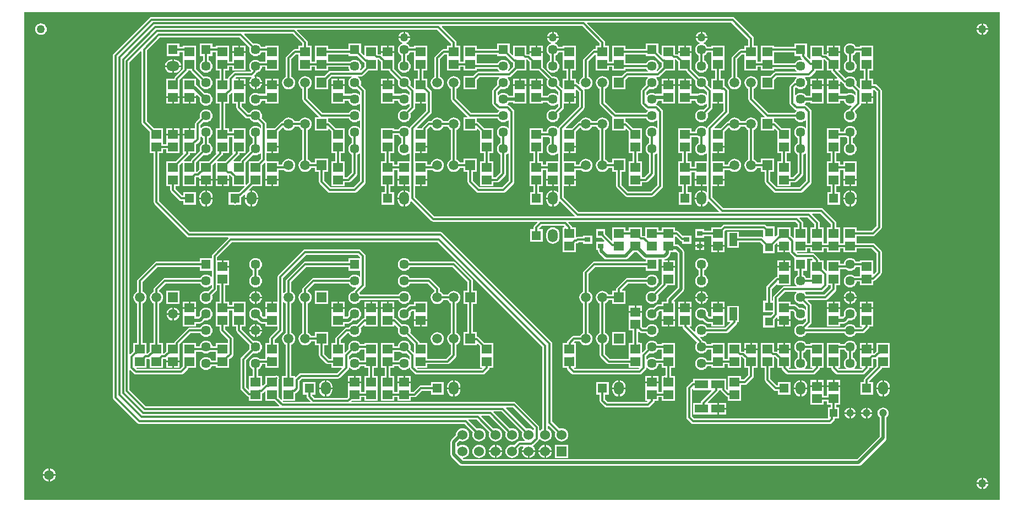
<source format=gbl>
G04*
G04 #@! TF.GenerationSoftware,Altium Limited,Altium Designer,20.0.14 (345)*
G04*
G04 Layer_Physical_Order=2*
G04 Layer_Color=16776960*
%FSLAX25Y25*%
%MOIN*%
G70*
G01*
G75*
%ADD20C,0.04724*%
%ADD21R,0.04724X0.04724*%
%ADD28C,0.02000*%
%ADD29C,0.01200*%
%ADD31O,0.05937X0.07874*%
%ADD32R,0.05937X0.05937*%
%ADD33C,0.05937*%
%ADD34C,0.05709*%
%ADD35R,0.05709X0.05709*%
%ADD36C,0.06024*%
%ADD37R,0.06024X0.06024*%
%ADD39O,0.07874X0.05937*%
%ADD40C,0.05906*%
%ADD41C,0.05000*%
%ADD42R,0.05906X0.05512*%
%ADD43R,0.05118X0.07874*%
%ADD44R,0.05118X0.05118*%
%ADD45R,0.07874X0.04921*%
%ADD46R,0.03543X0.03150*%
%ADD47R,0.05709X0.05709*%
G36*
X590551Y0D02*
X0D01*
Y295276D01*
X590551D01*
Y0D01*
D02*
G37*
%LPC*%
G36*
X580500Y288464D02*
Y285500D01*
X583464D01*
X583410Y285914D01*
X583057Y286765D01*
X582496Y287496D01*
X581765Y288057D01*
X580914Y288410D01*
X580500Y288464D01*
D02*
G37*
G36*
X579500D02*
X579086Y288410D01*
X578235Y288057D01*
X577504Y287496D01*
X576943Y286765D01*
X576590Y285914D01*
X576536Y285500D01*
X579500D01*
Y288464D01*
D02*
G37*
G36*
X583464Y284500D02*
X580500D01*
Y281536D01*
X580914Y281590D01*
X581765Y281943D01*
X582496Y282504D01*
X583057Y283235D01*
X583410Y284086D01*
X583464Y284500D01*
D02*
G37*
G36*
X579500D02*
X576536D01*
X576590Y284086D01*
X576943Y283235D01*
X577504Y282504D01*
X578235Y281943D01*
X579086Y281590D01*
X579500Y281536D01*
Y284500D01*
D02*
G37*
G36*
X10000Y288530D02*
X9086Y288410D01*
X8235Y288057D01*
X7504Y287496D01*
X6943Y286765D01*
X6590Y285914D01*
X6470Y285000D01*
X6590Y284086D01*
X6943Y283235D01*
X7504Y282504D01*
X8235Y281943D01*
X9086Y281590D01*
X10000Y281470D01*
X10914Y281590D01*
X11765Y281943D01*
X12496Y282504D01*
X13057Y283235D01*
X13410Y284086D01*
X13530Y285000D01*
X13410Y285914D01*
X13057Y286765D01*
X12496Y287496D01*
X11765Y288057D01*
X10914Y288410D01*
X10000Y288530D01*
D02*
G37*
G36*
X493953Y274996D02*
X490500D01*
Y271740D01*
X493953D01*
Y274996D01*
D02*
G37*
G36*
X489500D02*
X486047D01*
Y271740D01*
X489500D01*
Y274996D01*
D02*
G37*
G36*
X133953Y274996D02*
X130500D01*
Y271740D01*
X133953D01*
Y274996D01*
D02*
G37*
G36*
X129500D02*
X126047D01*
Y271740D01*
X129500D01*
Y274996D01*
D02*
G37*
G36*
X428734Y292331D02*
X76900D01*
X76276Y292207D01*
X75747Y291853D01*
X53947Y270054D01*
X53593Y269524D01*
X53469Y268900D01*
Y62100D01*
X53593Y61476D01*
X53947Y60947D01*
X68546Y46347D01*
X69076Y45993D01*
X69700Y45869D01*
X266470D01*
X271529Y40809D01*
X271367Y40417D01*
X271229Y39370D01*
X271367Y38323D01*
X271771Y37347D01*
X272414Y36509D01*
X273252Y35866D01*
X274228Y35462D01*
X275276Y35324D01*
X276323Y35462D01*
X277299Y35866D01*
X278137Y36509D01*
X278780Y37347D01*
X279184Y38323D01*
X279322Y39370D01*
X279184Y40417D01*
X278780Y41393D01*
X278137Y42231D01*
X277299Y42874D01*
X276323Y43279D01*
X275276Y43417D01*
X274228Y43279D01*
X273836Y43116D01*
X268846Y48107D01*
X269037Y48569D01*
X273770D01*
X281529Y40809D01*
X281367Y40417D01*
X281229Y39370D01*
X281367Y38323D01*
X281771Y37347D01*
X282414Y36509D01*
X283252Y35866D01*
X284228Y35462D01*
X285276Y35324D01*
X286323Y35462D01*
X287299Y35866D01*
X288137Y36509D01*
X288780Y37347D01*
X289184Y38323D01*
X289322Y39370D01*
X289184Y40417D01*
X288780Y41393D01*
X288137Y42231D01*
X287299Y42874D01*
X286323Y43279D01*
X285276Y43417D01*
X284228Y43279D01*
X283836Y43116D01*
X276546Y50407D01*
X276737Y50869D01*
X281470D01*
X291529Y40809D01*
X291367Y40417D01*
X291229Y39370D01*
X291367Y38323D01*
X291771Y37347D01*
X292414Y36509D01*
X293252Y35866D01*
X294228Y35462D01*
X295276Y35324D01*
X296323Y35462D01*
X297299Y35866D01*
X298137Y36509D01*
X298780Y37347D01*
X299184Y38323D01*
X299322Y39370D01*
X299184Y40417D01*
X298780Y41393D01*
X298137Y42231D01*
X297299Y42874D01*
X296323Y43279D01*
X295276Y43417D01*
X294228Y43279D01*
X293836Y43116D01*
X283946Y53007D01*
X284137Y53469D01*
X288870D01*
X301529Y40809D01*
X301367Y40417D01*
X301229Y39370D01*
X301367Y38323D01*
X301771Y37347D01*
X302414Y36509D01*
X302906Y36131D01*
X302736Y35631D01*
X299905D01*
X299281Y35507D01*
X298752Y35153D01*
X296715Y33116D01*
X296323Y33279D01*
X295276Y33417D01*
X294228Y33279D01*
X293252Y32874D01*
X292414Y32231D01*
X291771Y31393D01*
X291367Y30417D01*
X291229Y29370D01*
X291367Y28323D01*
X291771Y27347D01*
X292414Y26509D01*
X293252Y25866D01*
X294228Y25462D01*
X295276Y25324D01*
X296323Y25462D01*
X297299Y25866D01*
X298137Y26509D01*
X298780Y27347D01*
X299184Y28323D01*
X299322Y29370D01*
X299184Y30417D01*
X299022Y30809D01*
X300581Y32369D01*
X301889D01*
X302136Y31869D01*
X301771Y31393D01*
X301367Y30417D01*
X301295Y29870D01*
X309256D01*
X309184Y30417D01*
X308780Y31393D01*
X308137Y32231D01*
X308057Y32293D01*
X308073Y32793D01*
X308154Y32847D01*
X311253Y35947D01*
X311607Y36476D01*
X311649Y36685D01*
X312183Y36810D01*
X312414Y36509D01*
X313252Y35866D01*
X314228Y35462D01*
X315276Y35324D01*
X316323Y35462D01*
X317299Y35866D01*
X318137Y36509D01*
X318780Y37347D01*
X319184Y38323D01*
X319322Y39370D01*
X319184Y40417D01*
X318780Y41393D01*
X318137Y42231D01*
X317299Y42874D01*
X316907Y43037D01*
Y44778D01*
X317369Y44970D01*
X321529Y40809D01*
X321367Y40417D01*
X321229Y39370D01*
X321367Y38323D01*
X321771Y37347D01*
X322414Y36509D01*
X323252Y35866D01*
X324228Y35462D01*
X325276Y35324D01*
X326323Y35462D01*
X327299Y35866D01*
X328137Y36509D01*
X328780Y37347D01*
X329184Y38323D01*
X329322Y39370D01*
X329184Y40417D01*
X328780Y41393D01*
X328137Y42231D01*
X327299Y42874D01*
X326323Y43279D01*
X325276Y43417D01*
X324228Y43279D01*
X323836Y43116D01*
X319631Y47321D01*
Y94500D01*
X319631Y94500D01*
X319507Y95124D01*
X319153Y95653D01*
X253153Y161653D01*
X252624Y162007D01*
X252000Y162131D01*
X100317D01*
X81631Y180817D01*
Y210004D01*
X83953D01*
Y212128D01*
X86047D01*
Y210004D01*
X93953D01*
Y217484D01*
Y220740D01*
X90000D01*
X86047D01*
Y217484D01*
Y215391D01*
X83953D01*
Y217484D01*
Y224996D01*
X78551D01*
X74131Y229416D01*
Y272024D01*
X81976Y279869D01*
X130324D01*
X136374Y273819D01*
X136245Y273506D01*
X136112Y272500D01*
X136245Y271494D01*
X136633Y270556D01*
X137251Y269751D01*
X138056Y269133D01*
X138994Y268745D01*
X140000Y268612D01*
X141006Y268745D01*
X141944Y269133D01*
X142749Y269751D01*
X143367Y270556D01*
X143496Y270869D01*
X146047D01*
Y267484D01*
Y265391D01*
X142564D01*
X141944Y265867D01*
X141006Y266255D01*
X140000Y266388D01*
X138994Y266255D01*
X138056Y265867D01*
X137251Y265249D01*
X136633Y264444D01*
X136245Y263506D01*
X136112Y262500D01*
X136245Y261494D01*
X136633Y260556D01*
X137251Y259751D01*
X137263Y259570D01*
X136824Y259131D01*
X127500D01*
X126876Y259007D01*
X126347Y258653D01*
X123846Y256153D01*
X123493Y255624D01*
X123369Y255000D01*
Y254996D01*
X121631D01*
Y260004D01*
X123953D01*
Y262128D01*
X126047D01*
Y260004D01*
X133953D01*
Y267484D01*
Y270740D01*
X126047D01*
Y267484D01*
Y265391D01*
X123953D01*
Y267484D01*
Y274996D01*
X116047D01*
Y274131D01*
X113854D01*
Y276354D01*
X106146D01*
Y268646D01*
X108369D01*
Y265996D01*
X108056Y265867D01*
X107251Y265249D01*
X106633Y264444D01*
X106245Y263506D01*
X106112Y262500D01*
X106245Y261494D01*
X106633Y260556D01*
X107251Y259751D01*
X108056Y259133D01*
X108994Y258745D01*
X110000Y258612D01*
X111006Y258745D01*
X111944Y259133D01*
X112749Y259751D01*
X113367Y260556D01*
X113755Y261494D01*
X113888Y262500D01*
X113755Y263506D01*
X113367Y264444D01*
X112749Y265249D01*
X111944Y265867D01*
X111631Y265996D01*
Y268646D01*
X113854D01*
Y270869D01*
X116047D01*
Y267484D01*
Y260004D01*
X118369D01*
Y254996D01*
X116047D01*
Y247484D01*
Y240004D01*
X118369D01*
Y224996D01*
X116047D01*
Y217484D01*
Y210004D01*
X116047D01*
X116225Y209575D01*
X111646Y204996D01*
X106047D01*
Y199791D01*
X105908Y199652D01*
X105760Y199623D01*
X105231Y199269D01*
X104477Y198516D01*
X103953D01*
Y204146D01*
X108681Y208874D01*
X108994Y208745D01*
X110000Y208612D01*
X111006Y208745D01*
X111944Y209133D01*
X112749Y209751D01*
X113367Y210556D01*
X113755Y211494D01*
X113888Y212500D01*
X113755Y213506D01*
X113367Y214444D01*
X112749Y215249D01*
X111944Y215867D01*
X111631Y215996D01*
Y219004D01*
X111944Y219133D01*
X112749Y219751D01*
X113367Y220556D01*
X113755Y221494D01*
X113888Y222500D01*
X113755Y223506D01*
X113367Y224444D01*
X112749Y225249D01*
X111944Y225867D01*
X111006Y226255D01*
X110000Y226388D01*
X108994Y226255D01*
X108056Y225867D01*
X107251Y225249D01*
X107131Y225093D01*
X106631Y225263D01*
Y226824D01*
X108681Y228874D01*
X108994Y228745D01*
X110000Y228612D01*
X111006Y228745D01*
X111944Y229133D01*
X112749Y229751D01*
X113367Y230556D01*
X113755Y231494D01*
X113888Y232500D01*
X113755Y233506D01*
X113367Y234444D01*
X112749Y235249D01*
X111944Y235867D01*
X111006Y236255D01*
X110000Y236388D01*
X108994Y236255D01*
X108056Y235867D01*
X107251Y235249D01*
X106633Y234444D01*
X106245Y233506D01*
X106112Y232500D01*
X106245Y231494D01*
X106374Y231181D01*
X103847Y228654D01*
X103493Y228124D01*
X103369Y227500D01*
Y224996D01*
X100500D01*
Y221240D01*
X100000D01*
Y220740D01*
X96047D01*
Y217484D01*
Y210004D01*
X96047D01*
X96225Y209575D01*
X91646Y204996D01*
X86047D01*
Y197484D01*
Y190004D01*
X88369D01*
Y187500D01*
X88493Y186876D01*
X88846Y186346D01*
X93846Y181346D01*
X94376Y180993D01*
X95000Y180869D01*
X96146D01*
Y178646D01*
X103854D01*
Y186354D01*
X96146D01*
Y184204D01*
X95646Y184161D01*
X91631Y188176D01*
Y190004D01*
X93953D01*
Y197484D01*
Y202689D01*
X95585Y204322D01*
X96047Y204130D01*
Y197484D01*
Y190004D01*
X103953D01*
Y195209D01*
X103997Y195253D01*
X105153D01*
X105547Y195331D01*
X106047Y195002D01*
Y194260D01*
X110000D01*
X113953D01*
Y197484D01*
Y202689D01*
X115585Y204322D01*
X116047Y204130D01*
Y197484D01*
Y194260D01*
X120000D01*
X123953D01*
Y196484D01*
X124477D01*
X125231Y195731D01*
X125760Y195377D01*
X125908Y195348D01*
X126047Y195209D01*
Y190004D01*
X133087D01*
X133278Y189542D01*
X130122Y186386D01*
X129754D01*
X129597Y186354D01*
X123646D01*
Y178646D01*
X126647D01*
X126876Y178493D01*
X127500Y178369D01*
X128124Y178493D01*
X128353Y178646D01*
X131354D01*
Y183266D01*
X131463Y183288D01*
X131992Y183641D01*
X133260Y184910D01*
X133684Y184627D01*
X133634Y184504D01*
X133497Y183468D01*
Y183000D01*
X137000D01*
Y187405D01*
X136464Y187335D01*
X136342Y187284D01*
X136058Y187708D01*
X138354Y190004D01*
X143953D01*
Y197484D01*
Y202689D01*
X145585Y204322D01*
X146047Y204130D01*
Y197484D01*
Y194260D01*
X153953D01*
Y197484D01*
Y199609D01*
X157249D01*
X157999Y199033D01*
X158964Y198634D01*
X160000Y198497D01*
X161036Y198634D01*
X162001Y199033D01*
X162830Y199670D01*
X163467Y200499D01*
X163866Y201464D01*
X164003Y202500D01*
X163866Y203536D01*
X163467Y204501D01*
X162830Y205330D01*
X162001Y205966D01*
X161036Y206366D01*
X160000Y206503D01*
X158964Y206366D01*
X157999Y205966D01*
X157170Y205330D01*
X156534Y204501D01*
X156134Y203536D01*
X156046Y202871D01*
X153953D01*
Y204996D01*
X146749D01*
X146522Y205496D01*
X146631Y206043D01*
Y210004D01*
X149500D01*
Y213760D01*
X150000D01*
Y214260D01*
X153953D01*
Y217484D01*
Y222886D01*
X156279Y225212D01*
X156778Y225180D01*
X157170Y224670D01*
X157999Y224033D01*
X158964Y223634D01*
X160000Y223497D01*
X161036Y223634D01*
X162001Y224033D01*
X162830Y224670D01*
X163467Y225499D01*
X163620Y225869D01*
X166380D01*
X166534Y225499D01*
X167170Y224670D01*
X167999Y224033D01*
X168369Y223880D01*
Y206120D01*
X167999Y205966D01*
X167170Y205330D01*
X166534Y204501D01*
X166134Y203536D01*
X165997Y202500D01*
X166134Y201464D01*
X166534Y200499D01*
X167170Y199670D01*
X167999Y199033D01*
X168964Y198634D01*
X170000Y198497D01*
X171036Y198634D01*
X172001Y199033D01*
X172830Y199670D01*
X173467Y200499D01*
X173620Y200869D01*
X176031D01*
Y198531D01*
X178369D01*
Y192500D01*
X178493Y191876D01*
X178847Y191347D01*
X183846Y186346D01*
X184376Y185993D01*
X185000Y185869D01*
X200000D01*
X200624Y185993D01*
X201153Y186346D01*
X206153Y191347D01*
X206507Y191876D01*
X206631Y192500D01*
Y247500D01*
X206507Y248124D01*
X206153Y248654D01*
X203626Y251181D01*
X203755Y251494D01*
X203888Y252500D01*
X203755Y253506D01*
X203367Y254444D01*
X202749Y255249D01*
X201944Y255867D01*
X201829Y255914D01*
X201928Y256414D01*
X204089D01*
X204713Y256539D01*
X205242Y256892D01*
X208354Y260004D01*
X213953D01*
Y266484D01*
X214477D01*
X215231Y265731D01*
X215760Y265377D01*
X215908Y265348D01*
X216047Y265209D01*
Y260004D01*
X220705D01*
X220790Y259578D01*
X221144Y259049D01*
X226374Y253819D01*
X226245Y253506D01*
X226112Y252500D01*
X226245Y251494D01*
X226633Y250556D01*
X227251Y249751D01*
X228056Y249133D01*
X228994Y248745D01*
X230000Y248612D01*
X231006Y248745D01*
X231319Y248874D01*
X233369Y246824D01*
Y245263D01*
X232869Y245093D01*
X232749Y245249D01*
X231944Y245867D01*
X231006Y246255D01*
X230000Y246388D01*
X228994Y246255D01*
X228056Y245867D01*
X227920Y245762D01*
X227737Y245799D01*
X223953D01*
Y247484D01*
Y250740D01*
X220000D01*
X216047D01*
Y247484D01*
Y240004D01*
X223953D01*
Y241721D01*
X226215D01*
X226245Y241494D01*
X226633Y240556D01*
X227251Y239751D01*
X228056Y239133D01*
X228994Y238745D01*
X230000Y238612D01*
X231006Y238745D01*
X231944Y239133D01*
X232749Y239751D01*
X232869Y239907D01*
X233369Y239737D01*
Y238176D01*
X231319Y236126D01*
X231006Y236255D01*
X230000Y236388D01*
X228994Y236255D01*
X228056Y235867D01*
X227251Y235249D01*
X226633Y234444D01*
X226245Y233506D01*
X226112Y232500D01*
X226245Y231494D01*
X226633Y230556D01*
X227251Y229751D01*
X228056Y229133D01*
X228994Y228745D01*
X230000Y228612D01*
X231006Y228745D01*
X231944Y229133D01*
X232749Y229751D01*
X233367Y230556D01*
X233755Y231494D01*
X233888Y232500D01*
X233755Y233506D01*
X233626Y233819D01*
X236154Y236347D01*
X236507Y236876D01*
X236631Y237500D01*
Y240004D01*
X239500D01*
Y243760D01*
X240500D01*
Y240004D01*
X243369D01*
Y235676D01*
X233846Y226153D01*
X233493Y225624D01*
X233410Y225209D01*
X232883Y225074D01*
X232749Y225249D01*
X231944Y225867D01*
X231006Y226255D01*
X230000Y226388D01*
X228994Y226255D01*
X228056Y225867D01*
X227251Y225249D01*
X226633Y224444D01*
X226504Y224131D01*
X223953D01*
Y224996D01*
X216047D01*
Y217484D01*
Y210004D01*
X218369D01*
Y204996D01*
X216047D01*
Y197484D01*
Y190004D01*
X218369D01*
Y186354D01*
X216146D01*
Y178646D01*
X223854D01*
Y186354D01*
X221631D01*
Y190004D01*
X223953D01*
Y197484D01*
Y199609D01*
X226047D01*
Y197484D01*
Y194260D01*
X230000D01*
Y193760D01*
X230500D01*
Y190004D01*
X233369D01*
Y186375D01*
X232895Y186214D01*
X232830Y186299D01*
X232001Y186935D01*
X231036Y187335D01*
X230500Y187405D01*
Y182500D01*
Y177595D01*
X231036Y177665D01*
X232001Y178065D01*
X232830Y178701D01*
X233467Y179530D01*
X233866Y180496D01*
X233889Y180669D01*
X234363Y180830D01*
X246346Y168846D01*
X246876Y168493D01*
X247500Y168369D01*
X310408D01*
X310600Y167907D01*
X308846Y166154D01*
X308493Y165624D01*
X308369Y165000D01*
Y163854D01*
X306146D01*
Y156146D01*
X313854D01*
Y163854D01*
X311704D01*
X311661Y164354D01*
X313176Y165869D01*
X326556D01*
X326768Y165602D01*
X326661Y165025D01*
X326618Y164996D01*
X326047D01*
Y164328D01*
X326040Y164317D01*
X325916Y163693D01*
X326040Y163069D01*
X326047Y163058D01*
Y157484D01*
Y150004D01*
X333953D01*
Y155209D01*
X333997Y155253D01*
X334384D01*
X335009Y155377D01*
X335538Y155731D01*
X335676Y155869D01*
X338291D01*
Y154925D01*
X343835D01*
Y160075D01*
X338291D01*
Y159131D01*
X335000D01*
X334453Y159022D01*
X333953Y159249D01*
Y164996D01*
X331538D01*
Y165093D01*
X331414Y165717D01*
X331060Y166247D01*
X329400Y167907D01*
X329592Y168369D01*
X466824D01*
X468369Y166824D01*
Y164996D01*
X466047D01*
Y158644D01*
X465585Y158453D01*
X464769Y159269D01*
X464240Y159623D01*
X464092Y159652D01*
X463953Y159791D01*
Y164996D01*
X456047D01*
Y160380D01*
X455685Y160138D01*
X454848Y159300D01*
X454386Y159492D01*
Y165587D01*
X449575D01*
X449008Y166154D01*
X448479Y166507D01*
X447854Y166631D01*
X423957D01*
X423332Y166507D01*
X422803Y166154D01*
X421646Y164996D01*
X416047D01*
Y162872D01*
X411709D01*
Y163815D01*
X406165D01*
Y158665D01*
X411709D01*
Y159609D01*
X416047D01*
Y157484D01*
Y154260D01*
X423953D01*
Y157484D01*
Y162689D01*
X424632Y163369D01*
X447179D01*
X447268Y163279D01*
Y159333D01*
X446768Y159038D01*
X446299Y159131D01*
X432732D01*
Y162437D01*
X425614D01*
Y152563D01*
X432732D01*
Y155869D01*
X445623D01*
X447268Y154224D01*
Y149413D01*
X454386D01*
Y154224D01*
X455585Y155424D01*
X456047Y155233D01*
Y154260D01*
X460000D01*
Y153760D01*
X460500D01*
Y150004D01*
X463369D01*
Y150000D01*
X463493Y149376D01*
X463846Y148846D01*
X465928Y146765D01*
X466146Y146354D01*
X466146D01*
X466146Y146354D01*
Y138646D01*
X468369D01*
Y135996D01*
X468056Y135867D01*
X467251Y135249D01*
X466633Y134444D01*
X466245Y133506D01*
X466112Y132500D01*
X466245Y131494D01*
X466633Y130556D01*
X467251Y129751D01*
X467407Y129631D01*
X467237Y129131D01*
X460000D01*
X459376Y129007D01*
X458847Y128654D01*
X453847Y123653D01*
X453493Y123124D01*
X453369Y122500D01*
Y120587D01*
X452458D01*
Y127651D01*
X455585Y130778D01*
X456047Y130587D01*
Y130004D01*
X463953D01*
Y137484D01*
Y140740D01*
X460000D01*
X456047D01*
Y137484D01*
Y135082D01*
X455950D01*
X455326Y134957D01*
X454797Y134604D01*
X449673Y129480D01*
X449320Y128951D01*
X449195Y128327D01*
Y120587D01*
X447268D01*
Y113469D01*
X453369D01*
Y112821D01*
X452079Y111531D01*
X447268D01*
Y104413D01*
X454386D01*
Y109224D01*
X455585Y110424D01*
X456047Y110232D01*
Y109260D01*
X463953D01*
Y112484D01*
Y114201D01*
X465415D01*
X466229Y113387D01*
X466112Y112500D01*
X466245Y111494D01*
X466633Y110556D01*
X467251Y109751D01*
X468056Y109133D01*
X468994Y108745D01*
X470000Y108612D01*
X471006Y108745D01*
X471944Y109133D01*
X472749Y109751D01*
X472869Y109907D01*
X473369Y109737D01*
Y108176D01*
X471319Y106126D01*
X471006Y106255D01*
X470000Y106388D01*
X468994Y106255D01*
X468056Y105867D01*
X467251Y105249D01*
X466633Y104444D01*
X466245Y103506D01*
X466112Y102500D01*
X466245Y101494D01*
X466633Y100556D01*
X467251Y99751D01*
X468056Y99133D01*
X468994Y98745D01*
X470000Y98612D01*
X471006Y98745D01*
X471944Y99133D01*
X472749Y99751D01*
X473367Y100556D01*
X473496Y100869D01*
X496504D01*
X496633Y100556D01*
X497251Y99751D01*
X498056Y99133D01*
X498994Y98745D01*
X500000Y98612D01*
X501006Y98745D01*
X501944Y99133D01*
X502749Y99751D01*
X503367Y100556D01*
X503496Y100869D01*
X507500D01*
X508124Y100993D01*
X508653Y101347D01*
X511060Y103753D01*
X511414Y104283D01*
X511538Y104907D01*
Y105004D01*
X513953D01*
Y112484D01*
Y115740D01*
X510000D01*
Y116240D01*
D01*
Y115740D01*
X506047D01*
Y112484D01*
Y105004D01*
X507044D01*
X507235Y104542D01*
X506824Y104131D01*
X503496D01*
X503367Y104444D01*
X502749Y105249D01*
X501944Y105867D01*
X501006Y106255D01*
X500000Y106388D01*
X498994Y106255D01*
X498056Y105867D01*
X497251Y105249D01*
X496633Y104444D01*
X496504Y104131D01*
X474592D01*
X474400Y104593D01*
X476154Y106346D01*
X476507Y106876D01*
X476631Y107500D01*
Y117500D01*
X476507Y118124D01*
X476154Y118654D01*
X474400Y120407D01*
X474592Y120869D01*
X485000D01*
X485624Y120993D01*
X486154Y121346D01*
X491153Y126347D01*
X491507Y126876D01*
X491631Y127500D01*
Y130004D01*
X493953D01*
Y137484D01*
Y139609D01*
X497436D01*
X498056Y139133D01*
X498994Y138745D01*
X500000Y138612D01*
X501006Y138745D01*
X501944Y139133D01*
X502749Y139751D01*
X503367Y140556D01*
X503496Y140869D01*
X506047D01*
Y137484D01*
Y135391D01*
X502564D01*
X501944Y135867D01*
X501006Y136255D01*
X500000Y136388D01*
X498994Y136255D01*
X498056Y135867D01*
X497251Y135249D01*
X496633Y134444D01*
X496245Y133506D01*
X496112Y132500D01*
X496245Y131494D01*
X496633Y130556D01*
X497251Y129751D01*
X498056Y129133D01*
X498994Y128745D01*
X500000Y128612D01*
X501006Y128745D01*
X501944Y129133D01*
X502749Y129751D01*
X503367Y130556D01*
X503755Y131494D01*
X503839Y132129D01*
X506047D01*
Y130004D01*
X513953D01*
Y132419D01*
X514050D01*
X514674Y132543D01*
X515203Y132896D01*
X518653Y136346D01*
X519007Y136876D01*
X519131Y137500D01*
X519131Y137500D01*
Y150000D01*
X519007Y150624D01*
X518653Y151154D01*
X514894Y154913D01*
X514364Y155267D01*
X513740Y155391D01*
X503953D01*
Y159609D01*
X513740D01*
X514364Y159733D01*
X514894Y160087D01*
X518653Y163847D01*
X519007Y164376D01*
X519131Y165000D01*
Y247500D01*
X519007Y248124D01*
X518653Y248654D01*
X516153Y251153D01*
X515624Y251507D01*
X515000Y251631D01*
X513953D01*
Y254996D01*
X511631D01*
Y260004D01*
X513953D01*
Y267484D01*
Y274996D01*
X506047D01*
Y274131D01*
X503496D01*
X503367Y274444D01*
X502749Y275249D01*
X501944Y275867D01*
X501006Y276255D01*
X500000Y276388D01*
X498994Y276255D01*
X498056Y275867D01*
X497251Y275249D01*
X496633Y274444D01*
X496245Y273506D01*
X496112Y272500D01*
X496245Y271494D01*
X496633Y270556D01*
X497251Y269751D01*
X498056Y269133D01*
X498369Y269004D01*
Y265996D01*
X498056Y265867D01*
X497251Y265249D01*
X496633Y264444D01*
X496245Y263506D01*
X496112Y262500D01*
X496245Y261494D01*
X496633Y260556D01*
X497251Y259751D01*
X498056Y259133D01*
X498994Y258745D01*
X500000Y258612D01*
X501006Y258745D01*
X501944Y259133D01*
X502749Y259751D01*
X503367Y260556D01*
X503755Y261494D01*
X503888Y262500D01*
X503755Y263506D01*
X503367Y264444D01*
X502749Y265249D01*
X501944Y265867D01*
X501631Y265996D01*
Y269004D01*
X501944Y269133D01*
X502749Y269751D01*
X503367Y270556D01*
X503496Y270869D01*
X506047D01*
Y267484D01*
Y260004D01*
X508369D01*
Y254996D01*
X506047D01*
Y249413D01*
X505585Y249222D01*
X503626Y251181D01*
X503755Y251494D01*
X503888Y252500D01*
X503755Y253506D01*
X503367Y254444D01*
X502749Y255249D01*
X501944Y255867D01*
X501006Y256255D01*
X500000Y256388D01*
X498994Y256255D01*
X498056Y255867D01*
X497251Y255249D01*
X497070Y255237D01*
X492765Y259542D01*
X492956Y260004D01*
X493953D01*
Y267484D01*
Y270740D01*
X490000D01*
X486047D01*
Y269998D01*
X485547Y269669D01*
X485153Y269747D01*
X483997D01*
X483953Y269791D01*
Y274996D01*
X476047D01*
Y266913D01*
X475585Y266722D01*
X474072Y268235D01*
X473854Y268646D01*
X473854D01*
X473854Y268646D01*
Y276354D01*
X466146D01*
Y274131D01*
X453953D01*
Y274996D01*
X446047D01*
Y267484D01*
Y265391D01*
X443953D01*
Y267484D01*
Y274996D01*
X441631D01*
Y279434D01*
X441507Y280059D01*
X441153Y280588D01*
X429888Y291853D01*
X429359Y292207D01*
X428734Y292331D01*
D02*
G37*
G36*
X90969Y266503D02*
X90500D01*
Y263000D01*
X94905D01*
X94835Y263536D01*
X94435Y264501D01*
X93799Y265330D01*
X92970Y265967D01*
X92005Y266366D01*
X90969Y266503D01*
D02*
G37*
G36*
X89500D02*
X89031D01*
X87995Y266366D01*
X87030Y265967D01*
X86201Y265330D01*
X85565Y264501D01*
X85165Y263536D01*
X85095Y263000D01*
X89500D01*
Y266503D01*
D02*
G37*
G36*
X94905Y262000D02*
X90500D01*
Y258497D01*
X90969D01*
X92005Y258634D01*
X92970Y259033D01*
X93799Y259670D01*
X94435Y260499D01*
X94835Y261464D01*
X94905Y262000D01*
D02*
G37*
G36*
X89500D02*
X85095D01*
X85165Y261464D01*
X85565Y260499D01*
X86201Y259670D01*
X87030Y259033D01*
X87995Y258634D01*
X89031Y258497D01*
X89500D01*
Y262000D01*
D02*
G37*
G36*
X223953Y254996D02*
X220500D01*
Y251740D01*
X223953D01*
Y254996D01*
D02*
G37*
G36*
X219500D02*
X216047D01*
Y251740D01*
X219500D01*
Y254996D01*
D02*
G37*
G36*
X93854Y276354D02*
X86146D01*
Y268646D01*
X93854D01*
Y270869D01*
X96047D01*
Y267484D01*
Y260854D01*
X91144Y255951D01*
X90790Y255421D01*
X90705Y254996D01*
X86047D01*
Y247484D01*
Y244260D01*
X93953D01*
Y247484D01*
Y254146D01*
X98856Y259049D01*
X99210Y259578D01*
X99295Y260004D01*
X100705D01*
X100790Y259578D01*
X101144Y259049D01*
X106374Y253819D01*
X106245Y253506D01*
X106112Y252500D01*
X106245Y251494D01*
X106633Y250556D01*
X107251Y249751D01*
X108056Y249133D01*
X108994Y248745D01*
X110000Y248612D01*
X111006Y248745D01*
X111944Y249133D01*
X112749Y249751D01*
X113367Y250556D01*
X113755Y251494D01*
X113888Y252500D01*
X113755Y253506D01*
X113367Y254444D01*
X112749Y255249D01*
X111944Y255867D01*
X111006Y256255D01*
X110000Y256388D01*
X108994Y256255D01*
X108681Y256126D01*
X103953Y260854D01*
Y267484D01*
Y274996D01*
X96047D01*
Y274131D01*
X93854D01*
Y276354D01*
D02*
G37*
G36*
X103953Y243260D02*
X100500D01*
Y240004D01*
X103953D01*
Y243260D01*
D02*
G37*
G36*
X99500D02*
X96047D01*
Y240004D01*
X99500D01*
Y243260D01*
D02*
G37*
G36*
X93953D02*
X90500D01*
Y240004D01*
X93953D01*
Y243260D01*
D02*
G37*
G36*
X89500D02*
X86047D01*
Y240004D01*
X89500D01*
Y243260D01*
D02*
G37*
G36*
X103953Y254996D02*
X96047D01*
Y247484D01*
Y244260D01*
X103953D01*
Y245010D01*
X104415Y245201D01*
X106229Y243387D01*
X106112Y242500D01*
X106245Y241494D01*
X106633Y240556D01*
X107251Y239751D01*
X108056Y239133D01*
X108994Y238745D01*
X110000Y238612D01*
X111006Y238745D01*
X111944Y239133D01*
X112749Y239751D01*
X113367Y240556D01*
X113755Y241494D01*
X113888Y242500D01*
X113755Y243506D01*
X113367Y244444D01*
X112749Y245249D01*
X111944Y245867D01*
X111006Y246255D01*
X110000Y246388D01*
X109113Y246271D01*
X104458Y250926D01*
X103953Y251263D01*
Y254996D01*
D02*
G37*
G36*
X93953Y224996D02*
X90500D01*
Y221740D01*
X93953D01*
Y224996D01*
D02*
G37*
G36*
X99500D02*
X96047D01*
Y221740D01*
X99500D01*
Y224996D01*
D02*
G37*
G36*
X89500D02*
X86047D01*
Y221740D01*
X89500D01*
Y224996D01*
D02*
G37*
G36*
X153953Y213260D02*
X150500D01*
Y210004D01*
X153953D01*
Y213260D01*
D02*
G37*
G36*
X123953Y193260D02*
X120500D01*
Y190004D01*
X123953D01*
Y193260D01*
D02*
G37*
G36*
X119500D02*
X116047D01*
Y190004D01*
X119500D01*
Y193260D01*
D02*
G37*
G36*
X113953D02*
X110500D01*
Y190004D01*
X113953D01*
Y193260D01*
D02*
G37*
G36*
X109500D02*
X106047D01*
Y190004D01*
X109500D01*
Y193260D01*
D02*
G37*
G36*
X229500Y193260D02*
X226047D01*
Y190004D01*
X229500D01*
Y193260D01*
D02*
G37*
G36*
X153953D02*
X150500D01*
Y190004D01*
X153953D01*
Y193260D01*
D02*
G37*
G36*
X149500D02*
X146047D01*
Y190004D01*
X149500D01*
Y193260D01*
D02*
G37*
G36*
X229500Y187405D02*
X228964Y187335D01*
X227999Y186935D01*
X227170Y186299D01*
X226534Y185470D01*
X226134Y184504D01*
X225997Y183468D01*
Y183000D01*
X229500D01*
Y187405D01*
D02*
G37*
G36*
X138000D02*
Y183000D01*
X141503D01*
Y183468D01*
X141366Y184504D01*
X140966Y185470D01*
X140330Y186299D01*
X139501Y186935D01*
X138536Y187335D01*
X138000Y187405D01*
D02*
G37*
G36*
X110500D02*
Y183000D01*
X114003D01*
Y183468D01*
X113866Y184504D01*
X113467Y185470D01*
X112830Y186299D01*
X112001Y186935D01*
X111036Y187335D01*
X110500Y187405D01*
D02*
G37*
G36*
X109500D02*
X108964Y187335D01*
X107999Y186935D01*
X107170Y186299D01*
X106534Y185470D01*
X106134Y184504D01*
X105997Y183468D01*
Y183000D01*
X109500D01*
Y187405D01*
D02*
G37*
G36*
X229500Y182000D02*
X225997D01*
Y181532D01*
X226134Y180496D01*
X226534Y179530D01*
X227170Y178701D01*
X227999Y178065D01*
X228964Y177665D01*
X229500Y177595D01*
Y182000D01*
D02*
G37*
G36*
X141503D02*
X138000D01*
Y177595D01*
X138536Y177665D01*
X139501Y178065D01*
X140330Y178701D01*
X140966Y179530D01*
X141366Y180496D01*
X141503Y181532D01*
Y182000D01*
D02*
G37*
G36*
X137000D02*
X133497D01*
Y181532D01*
X133634Y180496D01*
X134034Y179530D01*
X134670Y178701D01*
X135499Y178065D01*
X136464Y177665D01*
X137000Y177595D01*
Y182000D01*
D02*
G37*
G36*
X114003D02*
X110500D01*
Y177595D01*
X111036Y177665D01*
X112001Y178065D01*
X112830Y178701D01*
X113467Y179530D01*
X113866Y180496D01*
X114003Y181532D01*
Y182000D01*
D02*
G37*
G36*
X109500D02*
X105997D01*
Y181532D01*
X106134Y180496D01*
X106534Y179530D01*
X107170Y178701D01*
X107999Y178065D01*
X108964Y177665D01*
X109500Y177595D01*
Y182000D01*
D02*
G37*
G36*
X393953Y164996D02*
X386047D01*
Y162872D01*
X383953D01*
Y164996D01*
X376047D01*
Y159998D01*
X375547Y159669D01*
X375153Y159747D01*
X373997D01*
X373953Y159791D01*
Y164996D01*
X366047D01*
Y162872D01*
X363953D01*
Y164996D01*
X356047D01*
Y157090D01*
X355585Y156899D01*
X351709Y160776D01*
Y163815D01*
X346165D01*
Y158665D01*
X349205D01*
X351074Y156797D01*
X350882Y156335D01*
X346165D01*
Y151185D01*
X347344D01*
Y150617D01*
X347499Y149837D01*
X347941Y149175D01*
X351058Y146058D01*
X351720Y145616D01*
X352500Y145461D01*
X363740D01*
X364521Y145616D01*
X365182Y146058D01*
X369128Y150004D01*
X370872D01*
X374818Y146058D01*
X374818Y146058D01*
X375480Y145616D01*
X376146Y145484D01*
Y144131D01*
X345000D01*
X344376Y144007D01*
X343847Y143654D01*
X338846Y138654D01*
X338493Y138124D01*
X338369Y137500D01*
Y126120D01*
X337999Y125967D01*
X337170Y125330D01*
X336533Y124501D01*
X336134Y123536D01*
X335997Y122500D01*
X336134Y121464D01*
X336533Y120499D01*
X337170Y119670D01*
X337999Y119034D01*
X338369Y118880D01*
Y101120D01*
X337999Y100967D01*
X337170Y100330D01*
X336533Y99501D01*
X336380Y99131D01*
X332500D01*
X331876Y99007D01*
X331347Y98654D01*
X328940Y96247D01*
X328586Y95717D01*
X328462Y95093D01*
Y94996D01*
X326047D01*
Y87484D01*
Y80004D01*
X328462D01*
Y79907D01*
X328586Y79283D01*
X328940Y78753D01*
X331347Y76346D01*
X331876Y75993D01*
X332500Y75869D01*
X372500D01*
X373124Y75993D01*
X373654Y76346D01*
X376153Y78847D01*
X376507Y79376D01*
X376590Y79791D01*
X377117Y79926D01*
X377251Y79751D01*
X378056Y79133D01*
X378994Y78745D01*
X380000Y78612D01*
X381006Y78745D01*
X381944Y79133D01*
X382749Y79751D01*
X383367Y80556D01*
X383755Y81494D01*
X383839Y82129D01*
X386047D01*
Y80004D01*
X388369D01*
Y75505D01*
X387869Y75094D01*
X387703Y75127D01*
X387078Y75003D01*
X387068Y74996D01*
X386047D01*
Y67484D01*
Y65391D01*
X383953D01*
Y67484D01*
Y70740D01*
X380000D01*
Y71240D01*
D01*
Y70740D01*
X376047D01*
Y67484D01*
Y60004D01*
X377044D01*
X377235Y59542D01*
X376824Y59131D01*
X353176D01*
X351631Y60676D01*
Y63646D01*
X353854D01*
Y71354D01*
X346146D01*
Y63646D01*
X348369D01*
Y60000D01*
X348493Y59376D01*
X348847Y58846D01*
X351346Y56346D01*
X351876Y55993D01*
X352500Y55869D01*
X377500D01*
X378124Y55993D01*
X378654Y56346D01*
X381060Y58753D01*
X381414Y59283D01*
X381538Y59907D01*
Y60004D01*
X383953D01*
Y62129D01*
X386047D01*
Y60004D01*
X393953D01*
Y67484D01*
Y74996D01*
X391631D01*
Y80004D01*
X393953D01*
Y87484D01*
Y94996D01*
X386047D01*
Y94131D01*
X383496D01*
X383367Y94444D01*
X382749Y95249D01*
X381944Y95867D01*
X381006Y96255D01*
X380000Y96388D01*
X378994Y96255D01*
X378056Y95867D01*
X377251Y95249D01*
X376633Y94444D01*
X376245Y93506D01*
X376112Y92500D01*
X376245Y91494D01*
X376374Y91181D01*
X374415Y89222D01*
X373953Y89413D01*
Y94996D01*
X372932D01*
X372921Y95003D01*
X372297Y95127D01*
X372131Y95094D01*
X371631Y95505D01*
Y101668D01*
X372093Y101859D01*
X372606Y101347D01*
X373136Y100993D01*
X373760Y100869D01*
X376504D01*
X376633Y100556D01*
X377251Y99751D01*
X378056Y99133D01*
X378994Y98745D01*
X380000Y98612D01*
X381006Y98745D01*
X381944Y99133D01*
X382749Y99751D01*
X383367Y100556D01*
X383755Y101494D01*
X383888Y102500D01*
X383755Y103506D01*
X383367Y104444D01*
X382749Y105249D01*
X381944Y105867D01*
X381006Y106255D01*
X380000Y106388D01*
X378994Y106255D01*
X378056Y105867D01*
X377251Y105249D01*
X376633Y104444D01*
X376504Y104131D01*
X374436D01*
X373953Y104614D01*
Y109984D01*
Y113240D01*
X370000D01*
X366047D01*
Y109984D01*
Y102504D01*
X368369D01*
Y94996D01*
X366047D01*
Y87484D01*
Y85391D01*
X354416D01*
X351631Y88176D01*
Y93880D01*
X352001Y94033D01*
X352830Y94670D01*
X353467Y95499D01*
X353866Y96464D01*
X354003Y97500D01*
X353866Y98536D01*
X353467Y99501D01*
X352830Y100330D01*
X352001Y100967D01*
X351631Y101120D01*
Y118880D01*
X352001Y119034D01*
X352830Y119670D01*
X353467Y120499D01*
X353620Y120869D01*
X356031D01*
Y118532D01*
X363968D01*
Y126469D01*
X361980D01*
X361776Y126969D01*
X365676Y130869D01*
X376504D01*
X376633Y130556D01*
X377251Y129751D01*
X378056Y129133D01*
X378994Y128745D01*
X380000Y128612D01*
X381006Y128745D01*
X381944Y129133D01*
X382749Y129751D01*
X383367Y130556D01*
X383755Y131494D01*
X383888Y132500D01*
X383755Y133506D01*
X383367Y134444D01*
X382749Y135249D01*
X381944Y135867D01*
X381006Y136255D01*
X380000Y136388D01*
X378994Y136255D01*
X378056Y135867D01*
X377251Y135249D01*
X376633Y134444D01*
X376504Y134131D01*
X365000D01*
X364376Y134007D01*
X363846Y133653D01*
X358846Y128654D01*
X358493Y128124D01*
X358369Y127500D01*
Y126469D01*
X356031D01*
Y124131D01*
X353620D01*
X353467Y124501D01*
X352830Y125330D01*
X352001Y125967D01*
X351036Y126366D01*
X350000Y126503D01*
X348964Y126366D01*
X347999Y125967D01*
X347170Y125330D01*
X346533Y124501D01*
X346134Y123536D01*
X345997Y122500D01*
X346134Y121464D01*
X346533Y120499D01*
X347170Y119670D01*
X347999Y119034D01*
X348369Y118880D01*
Y101120D01*
X347999Y100967D01*
X347170Y100330D01*
X346533Y99501D01*
X346134Y98536D01*
X345997Y97500D01*
X346134Y96464D01*
X346533Y95499D01*
X347170Y94670D01*
X347999Y94033D01*
X348369Y93880D01*
Y87500D01*
X348493Y86876D01*
X348847Y86347D01*
X352587Y82606D01*
X353116Y82253D01*
X353740Y82129D01*
X366047D01*
Y80004D01*
X372044D01*
X372235Y79542D01*
X371824Y79131D01*
X333176D01*
X332765Y79542D01*
X332956Y80004D01*
X333953D01*
Y87484D01*
Y94996D01*
X332956D01*
X332765Y95458D01*
X333176Y95869D01*
X336380D01*
X336533Y95499D01*
X337170Y94670D01*
X337999Y94033D01*
X338964Y93634D01*
X340000Y93497D01*
X341036Y93634D01*
X342001Y94033D01*
X342830Y94670D01*
X343466Y95499D01*
X343866Y96464D01*
X344003Y97500D01*
X343866Y98536D01*
X343466Y99501D01*
X342830Y100330D01*
X342001Y100967D01*
X341631Y101120D01*
Y118880D01*
X342001Y119034D01*
X342830Y119670D01*
X343466Y120499D01*
X343866Y121464D01*
X344003Y122500D01*
X343866Y123536D01*
X343466Y124501D01*
X342830Y125330D01*
X342001Y125967D01*
X341631Y126120D01*
Y136824D01*
X345676Y140869D01*
X376146D01*
Y138646D01*
X383854D01*
Y145461D01*
X385962D01*
X386047Y144996D01*
X386047Y144961D01*
Y141740D01*
X389500D01*
Y144996D01*
X387726D01*
X387677Y145496D01*
X388280Y145616D01*
X388942Y146058D01*
X390617Y147734D01*
X391059Y148395D01*
X391215Y149176D01*
Y150004D01*
X393953D01*
Y150010D01*
X394415Y150201D01*
X395461Y149155D01*
Y128345D01*
X389383Y122266D01*
X388941Y121605D01*
X388785Y120825D01*
Y119996D01*
X386047D01*
Y118279D01*
X383740D01*
X382960Y118124D01*
X382298Y117682D01*
X380887Y116271D01*
X380000Y116388D01*
X378994Y116255D01*
X378056Y115867D01*
X377251Y115249D01*
X376633Y114444D01*
X376245Y113506D01*
X376112Y112500D01*
X376245Y111494D01*
X376633Y110556D01*
X377251Y109751D01*
X378056Y109133D01*
X378994Y108745D01*
X380000Y108612D01*
X381006Y108745D01*
X381944Y109133D01*
X382749Y109751D01*
X383367Y110556D01*
X383755Y111494D01*
X383888Y112500D01*
X383771Y113387D01*
X384585Y114201D01*
X386047D01*
Y112484D01*
Y109260D01*
X393953D01*
Y112484D01*
Y119996D01*
X393533D01*
X393342Y120458D01*
X398942Y126058D01*
X399384Y126720D01*
X399539Y127500D01*
Y150000D01*
X399384Y150780D01*
X398942Y151442D01*
X396223Y154161D01*
X395562Y154603D01*
X394781Y154758D01*
X393953D01*
Y159299D01*
X394453Y159480D01*
X397041Y156892D01*
X397570Y156539D01*
X398194Y156414D01*
X398291D01*
Y154925D01*
X403835D01*
Y160075D01*
X398472D01*
X396153Y162394D01*
X395624Y162747D01*
X395000Y162872D01*
X393953D01*
Y164996D01*
D02*
G37*
G36*
X320000Y164971D02*
X318964Y164835D01*
X317999Y164435D01*
X317170Y163799D01*
X316533Y162970D01*
X316134Y162004D01*
X315997Y160968D01*
Y159031D01*
X316134Y157995D01*
X316533Y157030D01*
X317170Y156201D01*
X317999Y155565D01*
X318964Y155165D01*
X320000Y155029D01*
X321036Y155165D01*
X322001Y155565D01*
X322830Y156201D01*
X323466Y157030D01*
X323866Y157995D01*
X324003Y159031D01*
Y160968D01*
X323866Y162004D01*
X323466Y162970D01*
X322830Y163799D01*
X322001Y164435D01*
X321036Y164835D01*
X320000Y164971D01*
D02*
G37*
G36*
X411709Y156335D02*
X409437D01*
Y154260D01*
X411709D01*
Y156335D01*
D02*
G37*
G36*
X408437D02*
X406165D01*
Y154260D01*
X408437D01*
Y156335D01*
D02*
G37*
G36*
X411709Y153260D02*
X409437D01*
Y151185D01*
X411709D01*
Y153260D01*
D02*
G37*
G36*
X408437D02*
X406165D01*
Y151185D01*
X408437D01*
Y153260D01*
D02*
G37*
G36*
X459500Y153260D02*
X456047D01*
Y150004D01*
X459500D01*
Y153260D01*
D02*
G37*
G36*
X423953D02*
X420500D01*
Y150004D01*
X423953D01*
Y153260D01*
D02*
G37*
G36*
X419500D02*
X416047D01*
Y150004D01*
X419500D01*
Y153260D01*
D02*
G37*
G36*
X463953Y144996D02*
X460500D01*
Y141740D01*
X463953D01*
Y144996D01*
D02*
G37*
G36*
X393953D02*
X390500D01*
Y141740D01*
X393953D01*
Y144996D01*
D02*
G37*
G36*
X459500D02*
X456047D01*
Y141740D01*
X459500D01*
Y144996D01*
D02*
G37*
G36*
X410000Y146388D02*
X408994Y146255D01*
X408056Y145867D01*
X407251Y145249D01*
X406633Y144444D01*
X406245Y143506D01*
X406112Y142500D01*
X406245Y141494D01*
X406633Y140556D01*
X407251Y139751D01*
X408056Y139133D01*
X408369Y139004D01*
Y135996D01*
X408056Y135867D01*
X407251Y135249D01*
X406633Y134444D01*
X406245Y133506D01*
X406112Y132500D01*
X406245Y131494D01*
X406633Y130556D01*
X407251Y129751D01*
X408056Y129133D01*
X408994Y128745D01*
X410000Y128612D01*
X411006Y128745D01*
X411944Y129133D01*
X412749Y129751D01*
X413367Y130556D01*
X413755Y131494D01*
X413888Y132500D01*
X413755Y133506D01*
X413367Y134444D01*
X412749Y135249D01*
X411944Y135867D01*
X411631Y135996D01*
Y139004D01*
X411944Y139133D01*
X412749Y139751D01*
X413367Y140556D01*
X413755Y141494D01*
X413888Y142500D01*
X413755Y143506D01*
X413367Y144444D01*
X412749Y145249D01*
X411944Y145867D01*
X411006Y146255D01*
X410000Y146388D01*
D02*
G37*
G36*
X393953Y140740D02*
X390000D01*
X386047D01*
Y137484D01*
Y130854D01*
X381319Y126126D01*
X381006Y126255D01*
X380000Y126388D01*
X378994Y126255D01*
X378056Y125867D01*
X377251Y125249D01*
X376633Y124444D01*
X376245Y123506D01*
X376112Y122500D01*
X376245Y121494D01*
X376633Y120556D01*
X377251Y119751D01*
X378056Y119133D01*
X378994Y118745D01*
X380000Y118612D01*
X381006Y118745D01*
X381944Y119133D01*
X382749Y119751D01*
X383367Y120556D01*
X383755Y121494D01*
X383888Y122500D01*
X383755Y123506D01*
X383626Y123819D01*
X388856Y129049D01*
X389210Y129578D01*
X389295Y130004D01*
X393953D01*
Y137484D01*
Y140740D01*
D02*
G37*
G36*
X500500Y126322D02*
Y123000D01*
X503822D01*
X503755Y123506D01*
X503367Y124444D01*
X502749Y125249D01*
X501944Y125867D01*
X501006Y126255D01*
X500500Y126322D01*
D02*
G37*
G36*
X410500D02*
Y123000D01*
X413822D01*
X413755Y123506D01*
X413367Y124444D01*
X412749Y125249D01*
X411944Y125867D01*
X411006Y126255D01*
X410500Y126322D01*
D02*
G37*
G36*
X499500D02*
X498994Y126255D01*
X498056Y125867D01*
X497251Y125249D01*
X496633Y124444D01*
X496245Y123506D01*
X496178Y123000D01*
X499500D01*
Y126322D01*
D02*
G37*
G36*
X409500D02*
X408994Y126255D01*
X408056Y125867D01*
X407251Y125249D01*
X406633Y124444D01*
X406245Y123506D01*
X406178Y123000D01*
X409500D01*
Y126322D01*
D02*
G37*
G36*
X503822Y122000D02*
X500500D01*
Y118678D01*
X501006Y118745D01*
X501944Y119133D01*
X502749Y119751D01*
X503367Y120556D01*
X503755Y121494D01*
X503822Y122000D01*
D02*
G37*
G36*
X413822D02*
X410500D01*
Y118678D01*
X411006Y118745D01*
X411944Y119133D01*
X412749Y119751D01*
X413367Y120556D01*
X413755Y121494D01*
X413822Y122000D01*
D02*
G37*
G36*
X499500D02*
X496178D01*
X496245Y121494D01*
X496633Y120556D01*
X497251Y119751D01*
X498056Y119133D01*
X498994Y118745D01*
X499500Y118678D01*
Y122000D01*
D02*
G37*
G36*
X409500D02*
X406178D01*
X406245Y121494D01*
X406633Y120556D01*
X407251Y119751D01*
X408056Y119133D01*
X408994Y118745D01*
X409500Y118678D01*
Y122000D01*
D02*
G37*
G36*
X513953Y119996D02*
X510500D01*
Y116740D01*
X513953D01*
Y119996D01*
D02*
G37*
G36*
X423953D02*
X420500D01*
Y116740D01*
X423953D01*
Y119996D01*
D02*
G37*
G36*
X493953D02*
X490500D01*
Y116740D01*
X493953D01*
Y119996D01*
D02*
G37*
G36*
X403953D02*
X400500D01*
Y116740D01*
X403953D01*
Y119996D01*
D02*
G37*
G36*
X509500D02*
X506047D01*
Y116740D01*
X509500D01*
Y119996D01*
D02*
G37*
G36*
X419500D02*
X416047D01*
Y116740D01*
X419500D01*
Y119996D01*
D02*
G37*
G36*
X489500D02*
X486047D01*
Y116740D01*
X489500D01*
Y119996D01*
D02*
G37*
G36*
X399500D02*
X396047D01*
Y116740D01*
X399500D01*
Y119996D01*
D02*
G37*
G36*
X373953Y117496D02*
X370500D01*
Y114240D01*
X373953D01*
Y117496D01*
D02*
G37*
G36*
X369500D02*
X366047D01*
Y114240D01*
X369500D01*
Y117496D01*
D02*
G37*
G36*
X500000Y116388D02*
X498994Y116255D01*
X498056Y115867D01*
X497251Y115249D01*
X496633Y114444D01*
X496245Y113506D01*
X496112Y112500D01*
X496229Y111613D01*
X495415Y110799D01*
X493953D01*
Y112484D01*
Y115740D01*
X490000D01*
X486047D01*
Y112484D01*
Y105004D01*
X493953D01*
Y106721D01*
X496260D01*
X497040Y106876D01*
X497702Y107318D01*
X499113Y108729D01*
X500000Y108612D01*
X501006Y108745D01*
X501944Y109133D01*
X502749Y109751D01*
X503367Y110556D01*
X503755Y111494D01*
X503888Y112500D01*
X503755Y113506D01*
X503367Y114444D01*
X502749Y115249D01*
X501944Y115867D01*
X501006Y116255D01*
X500000Y116388D01*
D02*
G37*
G36*
X410000D02*
X408994Y116255D01*
X408056Y115867D01*
X407251Y115249D01*
X406633Y114444D01*
X406245Y113506D01*
X406112Y112500D01*
X406245Y111494D01*
X406633Y110556D01*
X407251Y109751D01*
X408056Y109133D01*
X408994Y108745D01*
X410000Y108612D01*
X410887Y108729D01*
X412298Y107318D01*
X412960Y106876D01*
X413740Y106721D01*
X416047D01*
Y105004D01*
X423953D01*
Y112484D01*
Y115740D01*
X420000D01*
X416047D01*
Y112484D01*
Y110799D01*
X414585D01*
X413771Y111613D01*
X413888Y112500D01*
X413755Y113506D01*
X413367Y114444D01*
X412749Y115249D01*
X411944Y115867D01*
X411006Y116255D01*
X410000Y116388D01*
D02*
G37*
G36*
X463953Y108260D02*
X460500D01*
Y105004D01*
X463953D01*
Y108260D01*
D02*
G37*
G36*
X459500D02*
X456047D01*
Y105004D01*
X459500D01*
Y108260D01*
D02*
G37*
G36*
X393953D02*
X390500D01*
Y105004D01*
X393953D01*
Y108260D01*
D02*
G37*
G36*
X389500D02*
X386047D01*
Y105004D01*
X389500D01*
Y108260D01*
D02*
G37*
G36*
X432732Y117437D02*
X425614D01*
Y107563D01*
X427103D01*
X427294Y107101D01*
X424324Y104131D01*
X413496D01*
X413367Y104444D01*
X412749Y105249D01*
X411944Y105867D01*
X411006Y106255D01*
X410000Y106388D01*
X408994Y106255D01*
X408056Y105867D01*
X407251Y105249D01*
X406633Y104444D01*
X406245Y103506D01*
X406112Y102500D01*
X406203Y101811D01*
X405729Y101577D01*
X402765Y104542D01*
X402956Y105004D01*
X403953D01*
Y112484D01*
Y115740D01*
X400000D01*
Y116240D01*
D01*
Y115740D01*
X396047D01*
Y112484D01*
Y105004D01*
X398462D01*
Y104907D01*
X398586Y104283D01*
X398940Y103753D01*
X407263Y95430D01*
X407251Y95249D01*
X406633Y94444D01*
X406245Y93506D01*
X406112Y92500D01*
X406245Y91494D01*
X406633Y90556D01*
X407251Y89751D01*
X408056Y89133D01*
X408994Y88745D01*
X410000Y88612D01*
X411006Y88745D01*
X411944Y89133D01*
X412749Y89751D01*
X413367Y90556D01*
X413496Y90869D01*
X416047D01*
Y87484D01*
Y84131D01*
X413496D01*
X413367Y84444D01*
X412749Y85249D01*
X411944Y85867D01*
X411006Y86255D01*
X410000Y86388D01*
X408994Y86255D01*
X408056Y85867D01*
X407251Y85249D01*
X406633Y84444D01*
X406245Y83506D01*
X406112Y82500D01*
X406245Y81494D01*
X406633Y80556D01*
X407251Y79751D01*
X408056Y79133D01*
X408994Y78745D01*
X410000Y78612D01*
X411006Y78745D01*
X411944Y79133D01*
X412749Y79751D01*
X413367Y80556D01*
X413496Y80869D01*
X416047D01*
Y80004D01*
X423953D01*
Y82129D01*
X426047D01*
Y80004D01*
X433953D01*
Y86484D01*
X434477D01*
X435231Y85731D01*
X435760Y85377D01*
X435908Y85348D01*
X436047Y85209D01*
Y80004D01*
X438369D01*
Y75676D01*
X435564Y72872D01*
X433953D01*
Y74996D01*
X426047D01*
Y66913D01*
X425585Y66722D01*
X424962Y67345D01*
Y68021D01*
X424937Y68147D01*
Y73343D01*
X415437D01*
X415063Y73343D01*
X414563Y73343D01*
X405063D01*
Y71513D01*
X404882D01*
X404258Y71389D01*
X403728Y71035D01*
X401346Y68654D01*
X400993Y68124D01*
X400869Y67500D01*
Y50000D01*
X400993Y49376D01*
X401346Y48847D01*
X403847Y46347D01*
X404376Y45993D01*
X405000Y45869D01*
X487500D01*
X488124Y45993D01*
X488654Y46347D01*
X490194Y47887D01*
X490548Y48416D01*
X490672Y49041D01*
X491162Y49138D01*
X493362D01*
Y55862D01*
X491631D01*
Y57504D01*
X493953D01*
Y64984D01*
Y68240D01*
X490000D01*
X486047D01*
Y64984D01*
Y62891D01*
X483953D01*
Y64984D01*
Y68240D01*
X476047D01*
Y64984D01*
Y57504D01*
X483953D01*
Y59628D01*
X486047D01*
Y57504D01*
X488369D01*
Y55862D01*
X486638D01*
Y49138D01*
X486140Y49131D01*
X405676D01*
X404131Y50676D01*
Y66824D01*
X404601Y67294D01*
X405063Y67103D01*
Y66421D01*
X414563D01*
X414937Y66421D01*
X415437Y66421D01*
X415961D01*
X416152Y65959D01*
X410022Y59829D01*
X409669Y59300D01*
X409544Y58676D01*
Y58579D01*
X405063D01*
Y51657D01*
X414563D01*
X414937Y51657D01*
X415437Y51657D01*
X419500D01*
Y55118D01*
Y58579D01*
X415437D01*
X415063Y58579D01*
X414563Y58579D01*
X414039D01*
X413848Y59041D01*
X419978Y65171D01*
X420331Y65700D01*
X420456Y66324D01*
Y66421D01*
X421749D01*
X421824Y66045D01*
X422177Y65516D01*
X424797Y62896D01*
X425326Y62543D01*
X425950Y62419D01*
X426047D01*
Y60004D01*
X433953D01*
Y67484D01*
Y69609D01*
X436240D01*
X436864Y69733D01*
X437394Y70087D01*
X441153Y73847D01*
X441507Y74376D01*
X441631Y75000D01*
Y80004D01*
X443953D01*
Y87484D01*
Y90740D01*
X440000D01*
X436047D01*
Y89998D01*
X435547Y89669D01*
X435153Y89747D01*
X433997D01*
X433953Y89791D01*
Y94996D01*
X426047D01*
Y87484D01*
Y85391D01*
X423953D01*
Y87484D01*
Y94996D01*
X416047D01*
Y94131D01*
X413496D01*
X413367Y94444D01*
X412749Y95249D01*
X411944Y95867D01*
X411006Y96255D01*
X410700Y96295D01*
X410666Y96465D01*
X410312Y96995D01*
X409078Y98229D01*
X409311Y98703D01*
X410000Y98612D01*
X411006Y98745D01*
X411944Y99133D01*
X412749Y99751D01*
X413367Y100556D01*
X413496Y100869D01*
X425000D01*
X425624Y100993D01*
X426154Y101347D01*
X431119Y106312D01*
X431473Y106842D01*
X431597Y107466D01*
Y107563D01*
X432732D01*
Y117437D01*
D02*
G37*
G36*
X500000Y96388D02*
X498994Y96255D01*
X498056Y95867D01*
X497251Y95249D01*
X496633Y94444D01*
X496504Y94131D01*
X493953D01*
Y94996D01*
X486047D01*
Y87484D01*
Y80004D01*
X488462D01*
Y79907D01*
X488586Y79283D01*
X488940Y78753D01*
X491347Y76346D01*
X491876Y75993D01*
X492500Y75869D01*
X507500D01*
X508124Y75993D01*
X508653Y76346D01*
X511060Y78753D01*
X511414Y79283D01*
X511538Y79907D01*
Y80004D01*
X513953D01*
Y85209D01*
X513997Y85253D01*
X515153D01*
X515547Y85331D01*
X516047Y85002D01*
Y80854D01*
X508847Y73654D01*
X508493Y73124D01*
X508369Y72500D01*
Y71354D01*
X506146D01*
Y63646D01*
X513854D01*
Y71354D01*
X511704D01*
X511661Y71854D01*
X518856Y79049D01*
X519210Y79579D01*
X519295Y80004D01*
X523953D01*
Y87484D01*
Y94996D01*
X516047D01*
Y89791D01*
X515908Y89652D01*
X515760Y89623D01*
X515231Y89269D01*
X514477Y88516D01*
X513953D01*
Y90740D01*
X510000D01*
Y91240D01*
D01*
Y90740D01*
X506047D01*
Y87484D01*
Y80004D01*
X507044D01*
X507235Y79542D01*
X506824Y79131D01*
X502763D01*
X502593Y79631D01*
X502749Y79751D01*
X503367Y80556D01*
X503755Y81494D01*
X503888Y82500D01*
X503755Y83506D01*
X503367Y84444D01*
X502749Y85249D01*
X501944Y85867D01*
X501631Y85996D01*
Y89004D01*
X501944Y89133D01*
X502749Y89751D01*
X503367Y90556D01*
X503755Y91494D01*
X503888Y92500D01*
X503755Y93506D01*
X503367Y94444D01*
X502749Y95249D01*
X501944Y95867D01*
X501006Y96255D01*
X500000Y96388D01*
D02*
G37*
G36*
X363968Y101469D02*
X356031D01*
Y93532D01*
X363968D01*
Y101469D01*
D02*
G37*
G36*
X513953Y94996D02*
X510500D01*
Y91740D01*
X513953D01*
Y94996D01*
D02*
G37*
G36*
X463953D02*
X460500D01*
Y91740D01*
X463953D01*
Y94996D01*
D02*
G37*
G36*
X443953D02*
X440500D01*
Y91740D01*
X443953D01*
Y94996D01*
D02*
G37*
G36*
X509500D02*
X506047D01*
Y91740D01*
X509500D01*
Y94996D01*
D02*
G37*
G36*
X459500D02*
X456047D01*
Y91740D01*
X459500D01*
Y94996D01*
D02*
G37*
G36*
X439500D02*
X436047D01*
Y91740D01*
X439500D01*
Y94996D01*
D02*
G37*
G36*
X470000Y96388D02*
X468994Y96255D01*
X468056Y95867D01*
X467251Y95249D01*
X466633Y94444D01*
X466245Y93506D01*
X466112Y92500D01*
X466245Y91494D01*
X466633Y90556D01*
X467251Y89751D01*
X468056Y89133D01*
X468369Y89004D01*
Y85996D01*
X468056Y85867D01*
X467251Y85249D01*
X466633Y84444D01*
X466245Y83506D01*
X466112Y82500D01*
X466245Y81494D01*
X466633Y80556D01*
X467251Y79751D01*
X467407Y79631D01*
X467237Y79131D01*
X463176D01*
X462765Y79542D01*
X462956Y80004D01*
X463953D01*
Y87484D01*
Y90740D01*
X460000D01*
X456047D01*
Y89998D01*
X455547Y89669D01*
X455153Y89747D01*
X453997D01*
X453953Y89791D01*
Y94996D01*
X446047D01*
Y87484D01*
Y80004D01*
X448369D01*
Y72500D01*
X448493Y71876D01*
X448846Y71346D01*
X453847Y66347D01*
X454376Y65993D01*
X455000Y65869D01*
X456146D01*
Y63646D01*
X463854D01*
Y71354D01*
X456146D01*
Y69204D01*
X455646Y69161D01*
X451631Y73176D01*
Y80004D01*
X453953D01*
Y86484D01*
X454477D01*
X455231Y85731D01*
X455760Y85377D01*
X455908Y85348D01*
X456047Y85209D01*
Y80004D01*
X458462D01*
Y79907D01*
X458586Y79283D01*
X458940Y78753D01*
X461346Y76346D01*
X461876Y75993D01*
X462500Y75869D01*
X477500D01*
X478124Y75993D01*
X478653Y76346D01*
X481060Y78753D01*
X481414Y79283D01*
X481538Y79907D01*
Y80004D01*
X483953D01*
Y87484D01*
Y94996D01*
X476047D01*
Y94131D01*
X473496D01*
X473367Y94444D01*
X472749Y95249D01*
X471944Y95867D01*
X471006Y96255D01*
X470000Y96388D01*
D02*
G37*
G36*
X383953Y74996D02*
X380500D01*
Y71740D01*
X383953D01*
Y74996D01*
D02*
G37*
G36*
X379500D02*
X376047D01*
Y71740D01*
X379500D01*
Y74996D01*
D02*
G37*
G36*
X493953Y72496D02*
X490500D01*
Y69240D01*
X493953D01*
Y72496D01*
D02*
G37*
G36*
X489500D02*
X486047D01*
Y69240D01*
X489500D01*
Y72496D01*
D02*
G37*
G36*
X483953Y72496D02*
X480500D01*
Y69240D01*
X483953D01*
Y72496D01*
D02*
G37*
G36*
X479500D02*
X476047D01*
Y69240D01*
X479500D01*
Y72496D01*
D02*
G37*
G36*
X520500Y72405D02*
Y68000D01*
X524003D01*
Y68468D01*
X523866Y69504D01*
X523466Y70470D01*
X522830Y71299D01*
X522001Y71935D01*
X521036Y72335D01*
X520500Y72405D01*
D02*
G37*
G36*
X519500D02*
X518964Y72335D01*
X517999Y71935D01*
X517170Y71299D01*
X516534Y70470D01*
X516134Y69504D01*
X515997Y68468D01*
Y68000D01*
X519500D01*
Y72405D01*
D02*
G37*
G36*
X470500D02*
Y68000D01*
X474003D01*
Y68468D01*
X473866Y69504D01*
X473466Y70470D01*
X472830Y71299D01*
X472001Y71935D01*
X471036Y72335D01*
X470500Y72405D01*
D02*
G37*
G36*
X469500D02*
X468964Y72335D01*
X467999Y71935D01*
X467170Y71299D01*
X466534Y70470D01*
X466134Y69504D01*
X465997Y68468D01*
Y68000D01*
X469500D01*
Y72405D01*
D02*
G37*
G36*
X360500D02*
Y68000D01*
X364003D01*
Y68468D01*
X363866Y69504D01*
X363467Y70470D01*
X362830Y71299D01*
X362001Y71935D01*
X361036Y72335D01*
X360500Y72405D01*
D02*
G37*
G36*
X359500D02*
X358964Y72335D01*
X357999Y71935D01*
X357170Y71299D01*
X356534Y70470D01*
X356134Y69504D01*
X355997Y68468D01*
Y68000D01*
X359500D01*
Y72405D01*
D02*
G37*
G36*
X524003Y67000D02*
X520500D01*
Y62595D01*
X521036Y62665D01*
X522001Y63065D01*
X522830Y63701D01*
X523466Y64530D01*
X523866Y65496D01*
X524003Y66531D01*
Y67000D01*
D02*
G37*
G36*
X519500D02*
X515997D01*
Y66531D01*
X516134Y65496D01*
X516534Y64530D01*
X517170Y63701D01*
X517999Y63065D01*
X518964Y62665D01*
X519500Y62595D01*
Y67000D01*
D02*
G37*
G36*
X474003D02*
X470500D01*
Y62595D01*
X471036Y62665D01*
X472001Y63065D01*
X472830Y63701D01*
X473466Y64530D01*
X473866Y65496D01*
X474003Y66531D01*
Y67000D01*
D02*
G37*
G36*
X469500D02*
X465997D01*
Y66531D01*
X466134Y65496D01*
X466534Y64530D01*
X467170Y63701D01*
X467999Y63065D01*
X468964Y62665D01*
X469500Y62595D01*
Y67000D01*
D02*
G37*
G36*
X364003D02*
X360500D01*
Y62595D01*
X361036Y62665D01*
X362001Y63065D01*
X362830Y63701D01*
X363467Y64530D01*
X363866Y65496D01*
X364003Y66531D01*
Y67000D01*
D02*
G37*
G36*
X359500D02*
X355997D01*
Y66531D01*
X356134Y65496D01*
X356534Y64530D01*
X357170Y63701D01*
X357999Y63065D01*
X358964Y62665D01*
X359500Y62595D01*
Y67000D01*
D02*
G37*
G36*
X420500Y58579D02*
Y55618D01*
X424937D01*
Y58579D01*
X420500D01*
D02*
G37*
G36*
X510500Y55825D02*
Y53000D01*
X513325D01*
X513276Y53378D01*
X512937Y54196D01*
X512398Y54898D01*
X511696Y55437D01*
X510878Y55776D01*
X510500Y55825D01*
D02*
G37*
G36*
X509500D02*
X509122Y55776D01*
X508304Y55437D01*
X507602Y54898D01*
X507063Y54196D01*
X506724Y53378D01*
X506675Y53000D01*
X509500D01*
Y55825D01*
D02*
G37*
G36*
X500500D02*
Y53000D01*
X503325D01*
X503276Y53378D01*
X502937Y54196D01*
X502398Y54898D01*
X501696Y55437D01*
X500878Y55776D01*
X500500Y55825D01*
D02*
G37*
G36*
X499500D02*
X499122Y55776D01*
X498304Y55437D01*
X497602Y54898D01*
X497063Y54196D01*
X496724Y53378D01*
X496675Y53000D01*
X499500D01*
Y55825D01*
D02*
G37*
G36*
X424937Y54618D02*
X420500D01*
Y51657D01*
X424937D01*
Y54618D01*
D02*
G37*
G36*
X513325Y52000D02*
X510500D01*
Y49175D01*
X510878Y49224D01*
X511696Y49563D01*
X512398Y50102D01*
X512937Y50804D01*
X513276Y51622D01*
X513325Y52000D01*
D02*
G37*
G36*
X509500D02*
X506675D01*
X506724Y51622D01*
X507063Y50804D01*
X507602Y50102D01*
X508304Y49563D01*
X509122Y49224D01*
X509500Y49175D01*
Y52000D01*
D02*
G37*
G36*
X503325D02*
X500500D01*
Y49175D01*
X500878Y49224D01*
X501696Y49563D01*
X502398Y50102D01*
X502937Y50804D01*
X503276Y51622D01*
X503325Y52000D01*
D02*
G37*
G36*
X499500D02*
X496675D01*
X496724Y51622D01*
X497063Y50804D01*
X497602Y50102D01*
X498304Y49563D01*
X499122Y49224D01*
X499500Y49175D01*
Y52000D01*
D02*
G37*
G36*
X520000Y55891D02*
X519122Y55776D01*
X518304Y55437D01*
X517602Y54898D01*
X517063Y54196D01*
X516724Y53378D01*
X516609Y52500D01*
X516724Y51622D01*
X517063Y50804D01*
X517602Y50102D01*
X517961Y49827D01*
Y38345D01*
X504155Y24539D01*
X265870D01*
X265553Y24918D01*
X265710Y25381D01*
X266323Y25462D01*
X267299Y25866D01*
X268137Y26509D01*
X268780Y27347D01*
X269184Y28323D01*
X269322Y29370D01*
X269184Y30417D01*
X268780Y31393D01*
X268137Y32231D01*
X267299Y32874D01*
X266323Y33279D01*
X265276Y33417D01*
X264228Y33279D01*
X263252Y32874D01*
X262539Y32327D01*
X262039Y32506D01*
Y34155D01*
X263604Y35720D01*
X264228Y35462D01*
X265276Y35324D01*
X266323Y35462D01*
X267299Y35866D01*
X268137Y36509D01*
X268780Y37347D01*
X269184Y38323D01*
X269322Y39370D01*
X269184Y40417D01*
X268780Y41393D01*
X268137Y42231D01*
X267299Y42874D01*
X266323Y43279D01*
X265276Y43417D01*
X264228Y43279D01*
X263252Y42874D01*
X262414Y42231D01*
X261771Y41393D01*
X261367Y40417D01*
X261229Y39370D01*
X261259Y39143D01*
X258558Y36442D01*
X258116Y35780D01*
X257961Y35000D01*
Y27500D01*
X258116Y26720D01*
X258558Y26058D01*
X263558Y21058D01*
X264220Y20616D01*
X265000Y20461D01*
X505000D01*
X505780Y20616D01*
X506442Y21058D01*
X521442Y36058D01*
X521884Y36720D01*
X522039Y37500D01*
Y49827D01*
X522398Y50102D01*
X522937Y50804D01*
X523276Y51622D01*
X523391Y52500D01*
X523276Y53378D01*
X522937Y54196D01*
X522398Y54898D01*
X521696Y55437D01*
X520878Y55776D01*
X520000Y55891D01*
D02*
G37*
G36*
X315776Y33351D02*
Y29870D01*
X319256D01*
X319184Y30417D01*
X318780Y31393D01*
X318137Y32231D01*
X317299Y32874D01*
X316323Y33279D01*
X315776Y33351D01*
D02*
G37*
G36*
X314776D02*
X314228Y33279D01*
X313252Y32874D01*
X312414Y32231D01*
X311771Y31393D01*
X311367Y30417D01*
X311295Y29870D01*
X314776D01*
Y33351D01*
D02*
G37*
G36*
X285776D02*
Y29870D01*
X289256D01*
X289184Y30417D01*
X288780Y31393D01*
X288137Y32231D01*
X287299Y32874D01*
X286323Y33279D01*
X285776Y33351D01*
D02*
G37*
G36*
X284776D02*
X284228Y33279D01*
X283252Y32874D01*
X282414Y32231D01*
X281771Y31393D01*
X281367Y30417D01*
X281295Y29870D01*
X284776D01*
Y33351D01*
D02*
G37*
G36*
X319256Y28870D02*
X315776D01*
Y25390D01*
X316323Y25462D01*
X317299Y25866D01*
X318137Y26509D01*
X318780Y27347D01*
X319184Y28323D01*
X319256Y28870D01*
D02*
G37*
G36*
X314776D02*
X311295D01*
X311367Y28323D01*
X311771Y27347D01*
X312414Y26509D01*
X313252Y25866D01*
X314228Y25462D01*
X314776Y25390D01*
Y28870D01*
D02*
G37*
G36*
X309256D02*
X305776D01*
Y25390D01*
X306323Y25462D01*
X307299Y25866D01*
X308137Y26509D01*
X308780Y27347D01*
X309184Y28323D01*
X309256Y28870D01*
D02*
G37*
G36*
X304776D02*
X301295D01*
X301367Y28323D01*
X301771Y27347D01*
X302414Y26509D01*
X303252Y25866D01*
X304228Y25462D01*
X304776Y25390D01*
Y28870D01*
D02*
G37*
G36*
X289256D02*
X285776D01*
Y25390D01*
X286323Y25462D01*
X287299Y25866D01*
X288137Y26509D01*
X288780Y27347D01*
X289184Y28323D01*
X289256Y28870D01*
D02*
G37*
G36*
X284776D02*
X281295D01*
X281367Y28323D01*
X281771Y27347D01*
X282414Y26509D01*
X283252Y25866D01*
X284228Y25462D01*
X284776Y25390D01*
Y28870D01*
D02*
G37*
G36*
X329287Y33382D02*
X321264D01*
Y25358D01*
X329287D01*
Y33382D01*
D02*
G37*
G36*
X275276Y33417D02*
X274228Y33279D01*
X273252Y32874D01*
X272414Y32231D01*
X271771Y31393D01*
X271367Y30417D01*
X271229Y29370D01*
X271367Y28323D01*
X271771Y27347D01*
X272414Y26509D01*
X273252Y25866D01*
X274228Y25462D01*
X275276Y25324D01*
X276323Y25462D01*
X277299Y25866D01*
X278137Y26509D01*
X278780Y27347D01*
X279184Y28323D01*
X279322Y29370D01*
X279184Y30417D01*
X278780Y31393D01*
X278137Y32231D01*
X277299Y32874D01*
X276323Y33279D01*
X275276Y33417D01*
D02*
G37*
G36*
X15500Y18921D02*
Y15500D01*
X18921D01*
X18851Y16032D01*
X18453Y16993D01*
X17819Y17819D01*
X16993Y18453D01*
X16032Y18851D01*
X15500Y18921D01*
D02*
G37*
G36*
X14500D02*
X13968Y18851D01*
X13007Y18453D01*
X12181Y17819D01*
X11547Y16993D01*
X11149Y16032D01*
X11079Y15500D01*
X14500D01*
Y18921D01*
D02*
G37*
G36*
X18921Y14500D02*
X15500D01*
Y11079D01*
X16032Y11149D01*
X16993Y11547D01*
X17819Y12181D01*
X18453Y13007D01*
X18851Y13968D01*
X18921Y14500D01*
D02*
G37*
G36*
X14500D02*
X11079D01*
X11149Y13968D01*
X11547Y13007D01*
X12181Y12181D01*
X13007Y11547D01*
X13968Y11149D01*
X14500Y11079D01*
Y14500D01*
D02*
G37*
G36*
X580500Y13464D02*
Y10500D01*
X583464D01*
X583410Y10914D01*
X583057Y11765D01*
X582496Y12496D01*
X581765Y13057D01*
X580914Y13410D01*
X580500Y13464D01*
D02*
G37*
G36*
X579500D02*
X579086Y13410D01*
X578235Y13057D01*
X577504Y12496D01*
X576943Y11765D01*
X576590Y10914D01*
X576536Y10500D01*
X579500D01*
Y13464D01*
D02*
G37*
G36*
X583464Y9500D02*
X580500D01*
Y6536D01*
X580914Y6590D01*
X581765Y6943D01*
X582496Y7504D01*
X583057Y8235D01*
X583410Y9086D01*
X583464Y9500D01*
D02*
G37*
G36*
X579500D02*
X576536D01*
X576590Y9086D01*
X576943Y8235D01*
X577504Y7504D01*
X578235Y6943D01*
X579086Y6590D01*
X579500Y6536D01*
Y9500D01*
D02*
G37*
%LPD*%
G36*
X466146Y268646D02*
X469820D01*
Y268549D01*
X469944Y267924D01*
X470298Y267395D01*
X470923Y266771D01*
X470689Y266297D01*
X470000Y266388D01*
X468994Y266255D01*
X468056Y265867D01*
X467251Y265249D01*
X466633Y264444D01*
X466504Y264131D01*
X453953D01*
Y267484D01*
Y270869D01*
X466146D01*
Y268646D01*
D02*
G37*
G36*
X168369Y276259D02*
Y274996D01*
X166047D01*
Y272871D01*
X163740D01*
X163116Y272747D01*
X162587Y272394D01*
X158846Y268653D01*
X158493Y268124D01*
X158369Y267500D01*
Y256120D01*
X157999Y255966D01*
X157170Y255330D01*
X156534Y254501D01*
X156134Y253536D01*
X155997Y252500D01*
X156134Y251464D01*
X156534Y250499D01*
X157170Y249670D01*
X157999Y249033D01*
X158964Y248634D01*
X160000Y248497D01*
X161036Y248634D01*
X162001Y249033D01*
X162830Y249670D01*
X163467Y250499D01*
X163866Y251464D01*
X164003Y252500D01*
X163866Y253536D01*
X163467Y254501D01*
X162830Y255330D01*
X162001Y255966D01*
X161631Y256120D01*
Y266824D01*
X164416Y269609D01*
X166047D01*
Y267484D01*
Y260004D01*
X173953D01*
Y262128D01*
X176047D01*
Y260004D01*
X183953D01*
Y262128D01*
X196161D01*
X196245Y261494D01*
X196633Y260556D01*
X196924Y260177D01*
X196678Y259677D01*
X185546D01*
X184921Y259553D01*
X184392Y259199D01*
X181661Y256469D01*
X176031D01*
Y248532D01*
X183968D01*
Y254161D01*
X186221Y256414D01*
X198072D01*
X198171Y255914D01*
X198056Y255867D01*
X197251Y255249D01*
X196633Y254444D01*
X196245Y253506D01*
X196112Y252500D01*
X196245Y251494D01*
X196633Y250556D01*
X197251Y249751D01*
X198056Y249133D01*
X198994Y248745D01*
X200000Y248612D01*
X201006Y248745D01*
X201319Y248874D01*
X203369Y246824D01*
Y245263D01*
X202869Y245093D01*
X202749Y245249D01*
X201944Y245867D01*
X201006Y246255D01*
X200000Y246388D01*
X198994Y246255D01*
X198056Y245867D01*
X197920Y245762D01*
X197737Y245799D01*
X193953D01*
Y247484D01*
Y250740D01*
X190000D01*
X186047D01*
Y247484D01*
Y240004D01*
X193953D01*
Y241721D01*
X196215D01*
X196245Y241494D01*
X196633Y240556D01*
X197251Y239751D01*
X198056Y239133D01*
X198994Y238745D01*
X200000Y238612D01*
X201006Y238745D01*
X201944Y239133D01*
X202749Y239751D01*
X202869Y239907D01*
X203369Y239737D01*
Y235263D01*
X202869Y235093D01*
X202749Y235249D01*
X201944Y235867D01*
X201006Y236255D01*
X200000Y236388D01*
X198994Y236255D01*
X198056Y235867D01*
X197251Y235249D01*
X196633Y234444D01*
X196504Y234131D01*
X180676D01*
X171631Y243176D01*
Y248880D01*
X172001Y249033D01*
X172830Y249670D01*
X173467Y250499D01*
X173866Y251464D01*
X174003Y252500D01*
X173866Y253536D01*
X173467Y254501D01*
X172830Y255330D01*
X172001Y255966D01*
X171036Y256366D01*
X170000Y256503D01*
X168964Y256366D01*
X167999Y255966D01*
X167170Y255330D01*
X166534Y254501D01*
X166134Y253536D01*
X165997Y252500D01*
X166134Y251464D01*
X166534Y250499D01*
X167170Y249670D01*
X167999Y249033D01*
X168369Y248880D01*
Y242500D01*
X168493Y241876D01*
X168846Y241347D01*
X178262Y231930D01*
X178071Y231469D01*
X176031D01*
Y223532D01*
X183968D01*
Y224311D01*
X184430Y224503D01*
X186047Y222886D01*
Y217484D01*
Y210004D01*
X188369D01*
Y204996D01*
X186047D01*
Y197484D01*
Y190004D01*
X193953D01*
Y192129D01*
X196260D01*
X196884Y192253D01*
X197413Y192606D01*
X201153Y196346D01*
X201507Y196876D01*
X201631Y197500D01*
Y209004D01*
X201944Y209133D01*
X202749Y209751D01*
X202869Y209907D01*
X203369Y209737D01*
Y193176D01*
X199324Y189131D01*
X185676D01*
X181631Y193176D01*
Y198531D01*
X183968D01*
Y206469D01*
X176031D01*
Y204131D01*
X173620D01*
X173467Y204501D01*
X172830Y205330D01*
X172001Y205966D01*
X171631Y206120D01*
Y223880D01*
X172001Y224033D01*
X172830Y224670D01*
X173467Y225499D01*
X173866Y226464D01*
X174003Y227500D01*
X173866Y228536D01*
X173467Y229501D01*
X172830Y230330D01*
X172001Y230966D01*
X171036Y231366D01*
X170000Y231503D01*
X168964Y231366D01*
X167999Y230966D01*
X167170Y230330D01*
X166534Y229501D01*
X166380Y229131D01*
X163620D01*
X163467Y229501D01*
X162830Y230330D01*
X162001Y230966D01*
X161036Y231366D01*
X160000Y231503D01*
X158964Y231366D01*
X157999Y230966D01*
X157170Y230330D01*
X156534Y229501D01*
X156255Y228830D01*
X155958D01*
X155334Y228705D01*
X154805Y228352D01*
X151449Y224996D01*
X146631D01*
Y227500D01*
X146507Y228124D01*
X146153Y228654D01*
X143626Y231181D01*
X143755Y231494D01*
X143888Y232500D01*
X143755Y233506D01*
X143367Y234444D01*
X142749Y235249D01*
X141944Y235867D01*
X141006Y236255D01*
X140000Y236388D01*
X138994Y236255D01*
X138056Y235867D01*
X137251Y235249D01*
X136633Y234444D01*
X136504Y234131D01*
X135676D01*
X131631Y238176D01*
Y240004D01*
X133953D01*
Y247484D01*
Y250740D01*
X130000D01*
Y251240D01*
X129500D01*
Y254996D01*
X127956D01*
X127765Y255458D01*
X128176Y255869D01*
X137237D01*
X137407Y255369D01*
X137251Y255249D01*
X136633Y254444D01*
X136245Y253506D01*
X136178Y253000D01*
X139500D01*
Y256322D01*
X139311Y256297D01*
X139077Y256770D01*
X140312Y258005D01*
X140666Y258535D01*
X140700Y258705D01*
X141006Y258745D01*
X141944Y259133D01*
X142749Y259751D01*
X143367Y260556D01*
X143755Y261494D01*
X143839Y262128D01*
X146047D01*
Y260004D01*
X153953D01*
Y267484D01*
Y274996D01*
X146047D01*
Y274131D01*
X143496D01*
X143367Y274444D01*
X142749Y275249D01*
X141944Y275867D01*
X141006Y276255D01*
X140000Y276388D01*
X138994Y276255D01*
X138681Y276126D01*
X133100Y281707D01*
X133292Y282169D01*
X162459D01*
X168369Y276259D01*
D02*
G37*
G36*
X196146Y268646D02*
X201547D01*
X205331Y264862D01*
X205860Y264509D01*
X206047Y264471D01*
Y262311D01*
X203726Y259990D01*
X203581Y260014D01*
X203366Y260556D01*
X203367Y260556D01*
X203755Y261494D01*
X203888Y262500D01*
X203755Y263506D01*
X203367Y264444D01*
X202749Y265249D01*
X201944Y265867D01*
X201006Y266255D01*
X200000Y266388D01*
X198994Y266255D01*
X198056Y265867D01*
X197436Y265391D01*
X183953D01*
Y269609D01*
X196146D01*
Y268646D01*
D02*
G37*
G36*
X376146D02*
X381547D01*
X385331Y264862D01*
X385860Y264509D01*
X386047Y264471D01*
Y262311D01*
X383184Y259447D01*
X383152Y259455D01*
X382951Y260015D01*
X383367Y260556D01*
X383755Y261494D01*
X383888Y262500D01*
X383755Y263506D01*
X383367Y264444D01*
X382749Y265249D01*
X381944Y265867D01*
X381006Y266255D01*
X380000Y266388D01*
X378994Y266255D01*
X378056Y265867D01*
X377251Y265249D01*
X376633Y264444D01*
X376504Y264131D01*
X363953D01*
Y267484D01*
Y269609D01*
X376146D01*
Y268646D01*
D02*
G37*
G36*
X286146D02*
X291547D01*
X295331Y264862D01*
X295860Y264509D01*
X296047Y264471D01*
Y262311D01*
X293183Y259447D01*
X293152Y259455D01*
X292951Y260015D01*
X293367Y260556D01*
X293755Y261494D01*
X293888Y262500D01*
X293755Y263506D01*
X293367Y264444D01*
X292749Y265249D01*
X291944Y265867D01*
X291006Y266255D01*
X290000Y266388D01*
X288994Y266255D01*
X288056Y265867D01*
X287251Y265249D01*
X286633Y264444D01*
X286504Y264131D01*
X273953D01*
Y267484D01*
Y269609D01*
X286146D01*
Y268646D01*
D02*
G37*
G36*
X348369Y276259D02*
Y274996D01*
X346047D01*
Y272871D01*
X345000D01*
X344376Y272747D01*
X343847Y272394D01*
X338846Y267394D01*
X338493Y266864D01*
X338369Y266240D01*
Y256120D01*
X337999Y255966D01*
X337170Y255330D01*
X336533Y254501D01*
X336134Y253536D01*
X335997Y252500D01*
X336070Y251944D01*
X335597Y251710D01*
X335203Y252104D01*
X334674Y252457D01*
X334050Y252582D01*
X333953D01*
Y254996D01*
X331631D01*
Y260004D01*
X333953D01*
Y267484D01*
Y274996D01*
X326047D01*
Y274131D01*
X323496D01*
X323367Y274444D01*
X322749Y275249D01*
X321944Y275867D01*
X321209Y276171D01*
Y276712D01*
X321765Y276943D01*
X322496Y277504D01*
X323057Y278235D01*
X323410Y279086D01*
X323464Y279500D01*
X316536D01*
X316590Y279086D01*
X316943Y278235D01*
X317504Y277504D01*
X318235Y276943D01*
X318791Y276712D01*
Y276171D01*
X318056Y275867D01*
X317251Y275249D01*
X316633Y274444D01*
X316245Y273506D01*
X316112Y272500D01*
X316245Y271494D01*
X316633Y270556D01*
X317251Y269751D01*
X318056Y269133D01*
X318369Y269004D01*
Y265996D01*
X318056Y265867D01*
X317251Y265249D01*
X316633Y264444D01*
X316245Y263506D01*
X316112Y262500D01*
X316245Y261494D01*
X316633Y260556D01*
X317251Y259751D01*
X318056Y259133D01*
X318994Y258745D01*
X320000Y258612D01*
X321006Y258745D01*
X321944Y259133D01*
X322749Y259751D01*
X323367Y260556D01*
X323755Y261494D01*
X323888Y262500D01*
X323755Y263506D01*
X323367Y264444D01*
X322749Y265249D01*
X321944Y265867D01*
X321631Y265996D01*
Y269004D01*
X321944Y269133D01*
X322749Y269751D01*
X323367Y270556D01*
X323496Y270869D01*
X326047D01*
Y267484D01*
Y260004D01*
X328369D01*
Y254996D01*
X326047D01*
Y249413D01*
X325585Y249222D01*
X323626Y251181D01*
X323755Y251494D01*
X323888Y252500D01*
X323755Y253506D01*
X323367Y254444D01*
X322749Y255249D01*
X321944Y255867D01*
X321006Y256255D01*
X320000Y256388D01*
X319717Y256350D01*
X313953Y262114D01*
Y267484D01*
Y270740D01*
X310000D01*
X306047D01*
Y269998D01*
X305547Y269669D01*
X305153Y269747D01*
X303997D01*
X303953Y269791D01*
Y274996D01*
X296047D01*
Y269413D01*
X295585Y269222D01*
X293854Y270953D01*
Y276354D01*
X286146D01*
Y272871D01*
X273953D01*
Y274996D01*
X266047D01*
Y267484D01*
Y265391D01*
X263953D01*
Y267484D01*
Y274996D01*
X261631D01*
Y276934D01*
X261507Y277559D01*
X261154Y278088D01*
X252835Y286407D01*
X253026Y286869D01*
X337759D01*
X348369Y276259D01*
D02*
G37*
G36*
X485231Y265731D02*
X485760Y265377D01*
X485908Y265348D01*
X486047Y265209D01*
Y260004D01*
X488462D01*
Y259907D01*
X488586Y259283D01*
X488940Y258753D01*
X492235Y255458D01*
X492044Y254996D01*
X490500D01*
Y251740D01*
X493953D01*
Y253087D01*
X494415Y253278D01*
X495505Y252188D01*
X496035Y251834D01*
X496205Y251800D01*
X496245Y251494D01*
X496633Y250556D01*
X497251Y249751D01*
X498056Y249133D01*
X498994Y248745D01*
X500000Y248612D01*
X501006Y248745D01*
X501319Y248874D01*
X503369Y246824D01*
Y245263D01*
X502869Y245093D01*
X502749Y245249D01*
X501944Y245867D01*
X501006Y246255D01*
X500000Y246388D01*
X498994Y246255D01*
X498056Y245867D01*
X497920Y245762D01*
X497737Y245799D01*
X493953D01*
Y247484D01*
Y250740D01*
X490000D01*
Y251240D01*
D01*
Y250740D01*
X486047D01*
Y247484D01*
Y240004D01*
X493953D01*
Y241721D01*
X496215D01*
X496245Y241494D01*
X496633Y240556D01*
X497251Y239751D01*
X498056Y239133D01*
X498994Y238745D01*
X500000Y238612D01*
X500689Y238703D01*
X500922Y238229D01*
X499688Y236995D01*
X499334Y236465D01*
X499300Y236295D01*
X498994Y236255D01*
X498056Y235867D01*
X497251Y235249D01*
X496633Y234444D01*
X496245Y233506D01*
X496112Y232500D01*
X496245Y231494D01*
X496633Y230556D01*
X497251Y229751D01*
X498056Y229133D01*
X498994Y228745D01*
X500000Y228612D01*
X501006Y228745D01*
X501944Y229133D01*
X502749Y229751D01*
X503367Y230556D01*
X503755Y231494D01*
X503888Y232500D01*
X503755Y233506D01*
X503367Y234444D01*
X502749Y235249D01*
X502737Y235430D01*
X506153Y238846D01*
X506507Y239376D01*
X506631Y240000D01*
Y240004D01*
X509500D01*
Y243760D01*
X510000D01*
Y244260D01*
X513953D01*
Y248059D01*
X514453Y248240D01*
X515869Y246824D01*
Y165676D01*
X513064Y162872D01*
X503953D01*
Y164996D01*
X496047D01*
Y157484D01*
Y155391D01*
X493953D01*
Y157484D01*
Y164996D01*
X491631D01*
Y167500D01*
X491507Y168124D01*
X491153Y168654D01*
X483653Y176154D01*
X483124Y176507D01*
X482500Y176631D01*
X423176D01*
X416631Y183176D01*
Y190004D01*
X419500D01*
Y193760D01*
X420000D01*
Y194260D01*
X423953D01*
Y197484D01*
Y199609D01*
X427249D01*
X427999Y199033D01*
X428964Y198634D01*
X430000Y198497D01*
X431036Y198634D01*
X432001Y199033D01*
X432830Y199670D01*
X433466Y200499D01*
X433866Y201464D01*
X434003Y202500D01*
X433866Y203536D01*
X433466Y204501D01*
X432830Y205330D01*
X432001Y205966D01*
X431036Y206366D01*
X430000Y206503D01*
X428964Y206366D01*
X427999Y205966D01*
X427170Y205330D01*
X426534Y204501D01*
X426134Y203536D01*
X426046Y202871D01*
X423953D01*
Y204996D01*
X416631D01*
Y210004D01*
X419500D01*
Y213760D01*
X420000D01*
Y214260D01*
X423953D01*
Y217484D01*
Y222886D01*
X426279Y225212D01*
X426778Y225180D01*
X427170Y224670D01*
X427999Y224033D01*
X428964Y223634D01*
X430000Y223497D01*
X431036Y223634D01*
X432001Y224033D01*
X432830Y224670D01*
X433466Y225499D01*
X433620Y225869D01*
X436380D01*
X436533Y225499D01*
X437170Y224670D01*
X437999Y224033D01*
X438369Y223880D01*
Y206120D01*
X437999Y205966D01*
X437170Y205330D01*
X436533Y204501D01*
X436134Y203536D01*
X435997Y202500D01*
X436134Y201464D01*
X436533Y200499D01*
X437170Y199670D01*
X437999Y199033D01*
X438964Y198634D01*
X440000Y198497D01*
X441036Y198634D01*
X442001Y199033D01*
X442830Y199670D01*
X443467Y200499D01*
X443620Y200869D01*
X446032D01*
Y198531D01*
X448369D01*
Y192500D01*
X448493Y191876D01*
X448846Y191347D01*
X453847Y186346D01*
X454376Y185993D01*
X455000Y185869D01*
X470000D01*
X470624Y185993D01*
X471153Y186346D01*
X476154Y191347D01*
X476507Y191876D01*
X476631Y192500D01*
Y235000D01*
X476507Y235624D01*
X476154Y236154D01*
X473654Y238653D01*
X473124Y239007D01*
X472709Y239090D01*
X472574Y239617D01*
X472749Y239751D01*
X473294Y240461D01*
X476047D01*
Y240004D01*
X483953D01*
Y247484D01*
Y250740D01*
X480000D01*
X476047D01*
Y247484D01*
Y244539D01*
X473294D01*
X472749Y245249D01*
X471944Y245867D01*
X471006Y246255D01*
X470000Y246388D01*
X468994Y246255D01*
X468056Y245867D01*
X467251Y245249D01*
X467131Y245093D01*
X466631Y245263D01*
Y249324D01*
X467070Y249763D01*
X467251Y249751D01*
X468056Y249133D01*
X468994Y248745D01*
X470000Y248612D01*
X471006Y248745D01*
X471944Y249133D01*
X472749Y249751D01*
X473367Y250556D01*
X473755Y251494D01*
X473888Y252500D01*
X473755Y253506D01*
X473367Y254444D01*
X472749Y255249D01*
X472593Y255369D01*
X472763Y255869D01*
X475000D01*
X475624Y255993D01*
X476154Y256347D01*
X478856Y259049D01*
X479210Y259578D01*
X479295Y260004D01*
X483953D01*
Y266484D01*
X484477D01*
X485231Y265731D01*
D02*
G37*
G36*
X395231D02*
X395760Y265377D01*
X395908Y265348D01*
X396047Y265209D01*
Y260004D01*
X400705D01*
X400790Y259578D01*
X401144Y259049D01*
X406374Y253819D01*
X406245Y253506D01*
X406112Y252500D01*
X406245Y251494D01*
X406633Y250556D01*
X407251Y249751D01*
X408056Y249133D01*
X408994Y248745D01*
X410000Y248612D01*
X411006Y248745D01*
X411319Y248874D01*
X413369Y246824D01*
Y245263D01*
X412869Y245093D01*
X412749Y245249D01*
X411944Y245867D01*
X411006Y246255D01*
X410000Y246388D01*
X408994Y246255D01*
X408056Y245867D01*
X407920Y245762D01*
X407737Y245799D01*
X403953D01*
Y247484D01*
Y250740D01*
X400000D01*
Y251240D01*
D01*
Y250740D01*
X396047D01*
Y247484D01*
Y240004D01*
X403953D01*
Y241721D01*
X406215D01*
X406245Y241494D01*
X406633Y240556D01*
X407251Y239751D01*
X408056Y239133D01*
X408994Y238745D01*
X410000Y238612D01*
X411006Y238745D01*
X411944Y239133D01*
X412749Y239751D01*
X412869Y239907D01*
X413369Y239737D01*
Y238176D01*
X411319Y236126D01*
X411006Y236255D01*
X410000Y236388D01*
X408994Y236255D01*
X408056Y235867D01*
X407251Y235249D01*
X406633Y234444D01*
X406245Y233506D01*
X406112Y232500D01*
X406245Y231494D01*
X406633Y230556D01*
X407251Y229751D01*
X408056Y229133D01*
X408994Y228745D01*
X410000Y228612D01*
X411006Y228745D01*
X411944Y229133D01*
X412749Y229751D01*
X413367Y230556D01*
X413755Y231494D01*
X413888Y232500D01*
X413755Y233506D01*
X413626Y233819D01*
X416153Y236347D01*
X416507Y236876D01*
X416631Y237500D01*
Y240004D01*
X419500D01*
Y243760D01*
X420500D01*
Y240004D01*
X423369D01*
Y235676D01*
X413846Y226153D01*
X413493Y225624D01*
X413410Y225209D01*
X412883Y225074D01*
X412749Y225249D01*
X411944Y225867D01*
X411006Y226255D01*
X410000Y226388D01*
X408994Y226255D01*
X408056Y225867D01*
X407251Y225249D01*
X406633Y224444D01*
X406245Y223506D01*
X406161Y222871D01*
X403953D01*
Y224996D01*
X396047D01*
Y217484D01*
Y210004D01*
X398369D01*
Y204996D01*
X396047D01*
Y197484D01*
Y190004D01*
X398369D01*
Y186354D01*
X396146D01*
Y178646D01*
X403854D01*
Y186354D01*
X401631D01*
Y190004D01*
X403953D01*
Y197484D01*
Y198369D01*
X406047D01*
Y197484D01*
Y194260D01*
X410000D01*
Y193760D01*
X410500D01*
Y190004D01*
X413369D01*
Y186375D01*
X412895Y186214D01*
X412830Y186299D01*
X412001Y186935D01*
X411036Y187335D01*
X410500Y187405D01*
Y182500D01*
Y177595D01*
X411036Y177665D01*
X412001Y178065D01*
X412830Y178701D01*
X413467Y179530D01*
X413866Y180496D01*
X413889Y180669D01*
X414363Y180830D01*
X420600Y174593D01*
X420408Y174131D01*
X335676D01*
X326631Y183176D01*
Y190004D01*
X329500D01*
Y193760D01*
X330000D01*
Y194260D01*
X333953D01*
Y197484D01*
Y199609D01*
X337249D01*
X337999Y199033D01*
X338964Y198634D01*
X340000Y198497D01*
X341036Y198634D01*
X342001Y199033D01*
X342830Y199670D01*
X343466Y200499D01*
X343866Y201464D01*
X344003Y202500D01*
X343866Y203536D01*
X343466Y204501D01*
X342830Y205330D01*
X342001Y205966D01*
X341036Y206366D01*
X340000Y206503D01*
X338964Y206366D01*
X337999Y205966D01*
X337170Y205330D01*
X336533Y204501D01*
X336134Y203536D01*
X336046Y202871D01*
X333953D01*
Y204996D01*
X326631D01*
Y210004D01*
X329500D01*
Y213760D01*
X330000D01*
Y214260D01*
X333953D01*
Y217484D01*
Y222886D01*
X336279Y225212D01*
X336778Y225180D01*
X337170Y224670D01*
X337999Y224033D01*
X338964Y223634D01*
X340000Y223497D01*
X341036Y223634D01*
X342001Y224033D01*
X342830Y224670D01*
X343466Y225499D01*
X343620Y225869D01*
X346380D01*
X346533Y225499D01*
X347170Y224670D01*
X347999Y224033D01*
X348369Y223880D01*
Y206120D01*
X347999Y205966D01*
X347170Y205330D01*
X346533Y204501D01*
X346134Y203536D01*
X345997Y202500D01*
X346134Y201464D01*
X346533Y200499D01*
X347170Y199670D01*
X347999Y199033D01*
X348964Y198634D01*
X350000Y198497D01*
X351036Y198634D01*
X352001Y199033D01*
X352830Y199670D01*
X353467Y200499D01*
X353620Y200869D01*
X356031D01*
Y198531D01*
X358369D01*
Y190000D01*
X358493Y189376D01*
X358846Y188847D01*
X363846Y183846D01*
X364376Y183493D01*
X365000Y183369D01*
X380000D01*
X380624Y183493D01*
X381153Y183846D01*
X386154Y188847D01*
X386507Y189376D01*
X386631Y190000D01*
Y235000D01*
X386507Y235624D01*
X386154Y236154D01*
X383653Y238653D01*
X383124Y239007D01*
X382709Y239090D01*
X382574Y239617D01*
X382749Y239751D01*
X383367Y240556D01*
X383755Y241494D01*
X383785Y241721D01*
X386047D01*
Y240004D01*
X393953D01*
Y247484D01*
Y250740D01*
X390000D01*
X386047D01*
Y247484D01*
Y245799D01*
X382263D01*
X382080Y245762D01*
X381944Y245867D01*
X381006Y246255D01*
X380000Y246388D01*
X378994Y246255D01*
X378056Y245867D01*
X377251Y245249D01*
X377131Y245093D01*
X376631Y245263D01*
Y246824D01*
X378681Y248874D01*
X378994Y248745D01*
X380000Y248612D01*
X381006Y248745D01*
X381944Y249133D01*
X382749Y249751D01*
X383367Y250556D01*
X383755Y251494D01*
X383888Y252500D01*
X383755Y253506D01*
X383367Y254444D01*
X382749Y255249D01*
X382593Y255369D01*
X382763Y255869D01*
X383543D01*
X384168Y255993D01*
X384697Y256347D01*
X388354Y260004D01*
X393953D01*
Y266484D01*
X394477D01*
X395231Y265731D01*
D02*
G37*
G36*
X305231D02*
X305760Y265377D01*
X305908Y265348D01*
X306047Y265209D01*
Y260004D01*
X311449D01*
X316796Y254656D01*
X316633Y254444D01*
X316245Y253506D01*
X316112Y252500D01*
X316245Y251494D01*
X316633Y250556D01*
X317251Y249751D01*
X318056Y249133D01*
X318994Y248745D01*
X320000Y248612D01*
X321006Y248745D01*
X321319Y248874D01*
X323369Y246824D01*
Y245263D01*
X322869Y245093D01*
X322749Y245249D01*
X321944Y245867D01*
X321006Y246255D01*
X320000Y246388D01*
X318994Y246255D01*
X318056Y245867D01*
X317251Y245249D01*
X316706Y244539D01*
X313953D01*
Y247484D01*
Y250740D01*
X310000D01*
X306047D01*
Y247484D01*
Y240004D01*
X313953D01*
Y240461D01*
X316706D01*
X317251Y239751D01*
X318056Y239133D01*
X318994Y238745D01*
X320000Y238612D01*
X321006Y238745D01*
X321944Y239133D01*
X322749Y239751D01*
X322869Y239907D01*
X323369Y239737D01*
Y238176D01*
X321319Y236126D01*
X321006Y236255D01*
X320000Y236388D01*
X318994Y236255D01*
X318056Y235867D01*
X317251Y235249D01*
X316633Y234444D01*
X316245Y233506D01*
X316112Y232500D01*
X316245Y231494D01*
X316633Y230556D01*
X317251Y229751D01*
X318056Y229133D01*
X318994Y228745D01*
X320000Y228612D01*
X321006Y228745D01*
X321944Y229133D01*
X322749Y229751D01*
X323367Y230556D01*
X323755Y231494D01*
X323888Y232500D01*
X323755Y233506D01*
X323626Y233819D01*
X326153Y236347D01*
X326507Y236876D01*
X326631Y237500D01*
Y240004D01*
X329500D01*
Y243760D01*
X330000D01*
Y244260D01*
X333953D01*
Y248087D01*
X334415Y248278D01*
X335869Y246824D01*
Y238176D01*
X323847Y226153D01*
X323493Y225624D01*
X323410Y225209D01*
X322883Y225074D01*
X322749Y225249D01*
X321944Y225867D01*
X321006Y226255D01*
X320000Y226388D01*
X318994Y226255D01*
X318056Y225867D01*
X317251Y225249D01*
X316633Y224444D01*
X316245Y223506D01*
X316161Y222871D01*
X313953D01*
Y224996D01*
X306047D01*
Y217484D01*
Y210004D01*
X308369D01*
Y204996D01*
X306047D01*
Y197484D01*
Y190004D01*
X308369D01*
Y186354D01*
X306146D01*
Y178646D01*
X313854D01*
Y186354D01*
X311631D01*
Y190004D01*
X313953D01*
Y197484D01*
Y199609D01*
X316047D01*
Y197484D01*
Y194260D01*
X320000D01*
Y193760D01*
X320500D01*
Y190004D01*
X323369D01*
Y186375D01*
X322895Y186214D01*
X322830Y186299D01*
X322001Y186935D01*
X321036Y187335D01*
X320500Y187405D01*
Y182500D01*
Y177595D01*
X321036Y177665D01*
X322001Y178065D01*
X322830Y178701D01*
X323466Y179530D01*
X323866Y180496D01*
X323889Y180669D01*
X324363Y180830D01*
X333100Y172093D01*
X332908Y171631D01*
X248176D01*
X236631Y183176D01*
Y190004D01*
X239500D01*
Y193760D01*
X240000D01*
Y194260D01*
X243953D01*
Y197484D01*
Y199609D01*
X247249D01*
X247999Y199033D01*
X248964Y198634D01*
X250000Y198497D01*
X251036Y198634D01*
X252001Y199033D01*
X252830Y199670D01*
X253467Y200499D01*
X253866Y201464D01*
X254003Y202500D01*
X253866Y203536D01*
X253467Y204501D01*
X252830Y205330D01*
X252001Y205966D01*
X251036Y206366D01*
X250000Y206503D01*
X248964Y206366D01*
X247999Y205966D01*
X247170Y205330D01*
X246533Y204501D01*
X246134Y203536D01*
X246046Y202871D01*
X243953D01*
Y204996D01*
X236631D01*
Y210004D01*
X239500D01*
Y213760D01*
X240000D01*
Y214260D01*
X243953D01*
Y217484D01*
Y224146D01*
X245676Y225869D01*
X246380D01*
X246533Y225499D01*
X247170Y224670D01*
X247999Y224033D01*
X248964Y223634D01*
X250000Y223497D01*
X251036Y223634D01*
X252001Y224033D01*
X252830Y224670D01*
X253467Y225499D01*
X253620Y225869D01*
X256380D01*
X256534Y225499D01*
X257170Y224670D01*
X257999Y224033D01*
X258369Y223880D01*
Y206120D01*
X257999Y205966D01*
X257170Y205330D01*
X256534Y204501D01*
X256134Y203536D01*
X255997Y202500D01*
X256134Y201464D01*
X256534Y200499D01*
X257170Y199670D01*
X257999Y199033D01*
X258964Y198634D01*
X260000Y198497D01*
X261036Y198634D01*
X262001Y199033D01*
X262830Y199670D01*
X263467Y200499D01*
X263620Y200869D01*
X266032D01*
Y198531D01*
X268369D01*
Y192500D01*
X268493Y191876D01*
X268847Y191347D01*
X273847Y186346D01*
X274376Y185993D01*
X275000Y185869D01*
X290000D01*
X290624Y185993D01*
X291154Y186346D01*
X296153Y191347D01*
X296507Y191876D01*
X296631Y192500D01*
Y235000D01*
X296507Y235624D01*
X296153Y236154D01*
X293653Y238653D01*
X293124Y239007D01*
X292709Y239090D01*
X292574Y239617D01*
X292749Y239751D01*
X293294Y240461D01*
X296047D01*
Y240004D01*
X303953D01*
Y247484D01*
Y250740D01*
X300000D01*
X296047D01*
Y247484D01*
Y244539D01*
X293294D01*
X292749Y245249D01*
X291944Y245867D01*
X291006Y246255D01*
X290000Y246388D01*
X288994Y246255D01*
X288056Y245867D01*
X287251Y245249D01*
X287131Y245093D01*
X286631Y245263D01*
Y246824D01*
X288681Y248874D01*
X288994Y248745D01*
X290000Y248612D01*
X291006Y248745D01*
X291944Y249133D01*
X292749Y249751D01*
X293367Y250556D01*
X293755Y251494D01*
X293888Y252500D01*
X293755Y253506D01*
X293367Y254444D01*
X292749Y255249D01*
X292593Y255369D01*
X292763Y255869D01*
X293543D01*
X294168Y255993D01*
X294697Y256347D01*
X298354Y260004D01*
X303953D01*
Y266484D01*
X304477D01*
X305231Y265731D01*
D02*
G37*
G36*
X438369Y278759D02*
Y274996D01*
X436047D01*
Y272871D01*
X433740D01*
X433116Y272747D01*
X432587Y272394D01*
X428847Y268653D01*
X428493Y268124D01*
X428369Y267500D01*
Y256120D01*
X427999Y255966D01*
X427170Y255330D01*
X426534Y254501D01*
X426134Y253536D01*
X425997Y252500D01*
X426134Y251464D01*
X426534Y250499D01*
X427170Y249670D01*
X427999Y249033D01*
X428964Y248634D01*
X430000Y248497D01*
X431036Y248634D01*
X432001Y249033D01*
X432830Y249670D01*
X433466Y250499D01*
X433866Y251464D01*
X434003Y252500D01*
X433866Y253536D01*
X433466Y254501D01*
X432830Y255330D01*
X432001Y255966D01*
X431631Y256120D01*
Y266824D01*
X434416Y269609D01*
X436047D01*
Y267484D01*
Y260004D01*
X443953D01*
Y262128D01*
X446047D01*
Y260004D01*
X453953D01*
Y260869D01*
X466504D01*
X466633Y260556D01*
X467251Y259751D01*
X467407Y259631D01*
X467237Y259131D01*
X455000D01*
X454376Y259007D01*
X453847Y258653D01*
X451661Y256469D01*
X446032D01*
Y248532D01*
X453968D01*
Y254161D01*
X455676Y255869D01*
X467237D01*
X467407Y255369D01*
X467251Y255249D01*
X466633Y254444D01*
X466245Y253506D01*
X466205Y253200D01*
X466035Y253166D01*
X465505Y252812D01*
X463846Y251153D01*
X463493Y250624D01*
X463369Y250000D01*
Y240000D01*
X463493Y239376D01*
X463846Y238846D01*
X466347Y236347D01*
X466876Y235993D01*
X467291Y235910D01*
X467426Y235383D01*
X467251Y235249D01*
X466633Y234444D01*
X466504Y234131D01*
X450676D01*
X441631Y243176D01*
Y248880D01*
X442001Y249033D01*
X442830Y249670D01*
X443467Y250499D01*
X443866Y251464D01*
X444003Y252500D01*
X443866Y253536D01*
X443467Y254501D01*
X442830Y255330D01*
X442001Y255966D01*
X441036Y256366D01*
X440000Y256503D01*
X438964Y256366D01*
X437999Y255966D01*
X437170Y255330D01*
X436533Y254501D01*
X436134Y253536D01*
X435997Y252500D01*
X436134Y251464D01*
X436533Y250499D01*
X437170Y249670D01*
X437999Y249033D01*
X438369Y248880D01*
Y242500D01*
X438493Y241876D01*
X438846Y241347D01*
X448263Y231930D01*
X448071Y231469D01*
X446032D01*
Y223532D01*
X453968D01*
Y224311D01*
X454430Y224503D01*
X456047Y222886D01*
Y217484D01*
Y210004D01*
X458369D01*
Y204996D01*
X456047D01*
Y197484D01*
Y190004D01*
X463953D01*
Y192129D01*
X466260D01*
X466884Y192253D01*
X467413Y192606D01*
X471153Y196346D01*
X471507Y196876D01*
X471631Y197500D01*
Y209004D01*
X471944Y209133D01*
X472749Y209751D01*
X472869Y209907D01*
X473369Y209737D01*
Y193176D01*
X469324Y189131D01*
X455676D01*
X451631Y193176D01*
Y198531D01*
X453968D01*
Y206469D01*
X446032D01*
Y204131D01*
X443620D01*
X443467Y204501D01*
X442830Y205330D01*
X442001Y205966D01*
X441631Y206120D01*
Y223880D01*
X442001Y224033D01*
X442830Y224670D01*
X443467Y225499D01*
X443866Y226464D01*
X444003Y227500D01*
X443866Y228536D01*
X443467Y229501D01*
X442830Y230330D01*
X442001Y230966D01*
X441036Y231366D01*
X440000Y231503D01*
X438964Y231366D01*
X437999Y230966D01*
X437170Y230330D01*
X436533Y229501D01*
X436380Y229131D01*
X433620D01*
X433466Y229501D01*
X432830Y230330D01*
X432001Y230966D01*
X431036Y231366D01*
X430000Y231503D01*
X428964Y231366D01*
X427999Y230966D01*
X427170Y230330D01*
X426534Y229501D01*
X426255Y228830D01*
X425958D01*
X425334Y228705D01*
X424805Y228352D01*
X421449Y224996D01*
X417956D01*
X417765Y225458D01*
X426154Y233846D01*
X426507Y234376D01*
X426631Y235000D01*
X426631Y235000D01*
Y247500D01*
X426507Y248124D01*
X426154Y248654D01*
X424569Y250238D01*
X424040Y250591D01*
X423953Y250609D01*
Y254996D01*
X421631D01*
Y260004D01*
X423953D01*
Y267484D01*
Y274996D01*
X416047D01*
Y274131D01*
X413496D01*
X413367Y274444D01*
X412749Y275249D01*
X411944Y275867D01*
X411209Y276171D01*
Y276712D01*
X411765Y276943D01*
X412496Y277504D01*
X413057Y278235D01*
X413410Y279086D01*
X413464Y279500D01*
X406536D01*
X406590Y279086D01*
X406943Y278235D01*
X407504Y277504D01*
X408235Y276943D01*
X408791Y276712D01*
Y276171D01*
X408056Y275867D01*
X407251Y275249D01*
X406633Y274444D01*
X406245Y273506D01*
X406112Y272500D01*
X406245Y271494D01*
X406633Y270556D01*
X407251Y269751D01*
X408056Y269133D01*
X408369Y269004D01*
Y265996D01*
X408056Y265867D01*
X407251Y265249D01*
X406633Y264444D01*
X406245Y263506D01*
X406112Y262500D01*
X406245Y261494D01*
X406633Y260556D01*
X407251Y259751D01*
X408056Y259133D01*
X408994Y258745D01*
X410000Y258612D01*
X411006Y258745D01*
X411944Y259133D01*
X412749Y259751D01*
X413367Y260556D01*
X413755Y261494D01*
X413888Y262500D01*
X413755Y263506D01*
X413367Y264444D01*
X412749Y265249D01*
X411944Y265867D01*
X411631Y265996D01*
Y269004D01*
X411944Y269133D01*
X412749Y269751D01*
X413367Y270556D01*
X413496Y270869D01*
X416047D01*
Y267484D01*
Y260004D01*
X418369D01*
Y254996D01*
X416047D01*
Y249413D01*
X415585Y249222D01*
X413626Y251181D01*
X413755Y251494D01*
X413888Y252500D01*
X413755Y253506D01*
X413367Y254444D01*
X412749Y255249D01*
X411944Y255867D01*
X411006Y256255D01*
X410000Y256388D01*
X408994Y256255D01*
X408681Y256126D01*
X403953Y260854D01*
Y267484D01*
Y270740D01*
X400000D01*
X396047D01*
Y269998D01*
X395547Y269669D01*
X395153Y269747D01*
X393997D01*
X393953Y269791D01*
Y274996D01*
X386047D01*
Y269413D01*
X385585Y269222D01*
X383854Y270953D01*
Y276354D01*
X376146D01*
Y272871D01*
X363953D01*
Y274996D01*
X356047D01*
Y267484D01*
Y265391D01*
X353953D01*
Y267484D01*
Y274996D01*
X351631D01*
Y276934D01*
X351507Y277559D01*
X351153Y278088D01*
X340635Y288607D01*
X340826Y289069D01*
X428059D01*
X438369Y278759D01*
D02*
G37*
G36*
X346047Y269299D02*
Y267484D01*
Y260004D01*
X353953D01*
Y262128D01*
X356047D01*
Y260004D01*
X363953D01*
Y260869D01*
X376504D01*
X376633Y260556D01*
X377251Y259751D01*
X377407Y259631D01*
X377237Y259131D01*
X365000D01*
X364376Y259007D01*
X363846Y258653D01*
X361661Y256469D01*
X356031D01*
Y248532D01*
X363968D01*
Y254161D01*
X365676Y255869D01*
X377237D01*
X377407Y255369D01*
X377251Y255249D01*
X376633Y254444D01*
X376245Y253506D01*
X376112Y252500D01*
X376245Y251494D01*
X376374Y251181D01*
X373847Y248654D01*
X373493Y248124D01*
X373369Y247500D01*
Y240000D01*
X373493Y239376D01*
X373847Y238846D01*
X376346Y236347D01*
X376876Y235993D01*
X377291Y235910D01*
X377426Y235383D01*
X377251Y235249D01*
X376633Y234444D01*
X376504Y234131D01*
X358176D01*
X351631Y240676D01*
Y248880D01*
X352001Y249033D01*
X352830Y249670D01*
X353467Y250499D01*
X353866Y251464D01*
X354003Y252500D01*
X353866Y253536D01*
X353467Y254501D01*
X352830Y255330D01*
X352001Y255966D01*
X351036Y256366D01*
X350000Y256503D01*
X348964Y256366D01*
X347999Y255966D01*
X347170Y255330D01*
X346533Y254501D01*
X346134Y253536D01*
X345997Y252500D01*
X346134Y251464D01*
X346533Y250499D01*
X347170Y249670D01*
X347999Y249033D01*
X348369Y248880D01*
Y240000D01*
X348493Y239376D01*
X348847Y238846D01*
X355814Y231879D01*
X356031Y231469D01*
X356031D01*
X356031Y231469D01*
Y223532D01*
X363968D01*
Y224311D01*
X364430Y224503D01*
X366047Y222886D01*
Y217484D01*
Y210004D01*
X368369D01*
Y204996D01*
X366047D01*
Y197484D01*
Y190004D01*
X373953D01*
Y192129D01*
X376260D01*
X376884Y192253D01*
X377413Y192606D01*
X381153Y196346D01*
X381507Y196876D01*
X381631Y197500D01*
Y209004D01*
X381944Y209133D01*
X382749Y209751D01*
X382869Y209907D01*
X383369Y209737D01*
Y190676D01*
X379324Y186631D01*
X365676D01*
X361631Y190676D01*
Y198531D01*
X363968D01*
Y206469D01*
X356031D01*
Y204131D01*
X353620D01*
X353467Y204501D01*
X352830Y205330D01*
X352001Y205966D01*
X351631Y206120D01*
Y223880D01*
X352001Y224033D01*
X352830Y224670D01*
X353467Y225499D01*
X353866Y226464D01*
X354003Y227500D01*
X353866Y228536D01*
X353467Y229501D01*
X352830Y230330D01*
X352001Y230966D01*
X351036Y231366D01*
X350000Y231503D01*
X348964Y231366D01*
X347999Y230966D01*
X347170Y230330D01*
X346533Y229501D01*
X346380Y229131D01*
X343620D01*
X343466Y229501D01*
X342830Y230330D01*
X342001Y230966D01*
X341036Y231366D01*
X340000Y231503D01*
X338964Y231366D01*
X337999Y230966D01*
X337170Y230330D01*
X336533Y229501D01*
X336255Y228830D01*
X335958D01*
X335334Y228705D01*
X334805Y228352D01*
X331449Y224996D01*
X327956D01*
X327765Y225458D01*
X338653Y236347D01*
X339007Y236876D01*
X339131Y237500D01*
Y247500D01*
X339131Y247500D01*
X339007Y248124D01*
X339298Y248590D01*
X340000Y248497D01*
X341036Y248634D01*
X342001Y249033D01*
X342830Y249670D01*
X343466Y250499D01*
X343866Y251464D01*
X344003Y252500D01*
X343866Y253536D01*
X343466Y254501D01*
X342830Y255330D01*
X342001Y255966D01*
X341631Y256120D01*
Y265564D01*
X345547Y269480D01*
X346047Y269299D01*
D02*
G37*
G36*
X258369Y276259D02*
Y274996D01*
X256047D01*
Y272871D01*
X253740D01*
X253116Y272747D01*
X252587Y272394D01*
X248847Y268653D01*
X248493Y268124D01*
X248369Y267500D01*
Y256120D01*
X247999Y255966D01*
X247170Y255330D01*
X246533Y254501D01*
X246134Y253536D01*
X245997Y252500D01*
X246134Y251464D01*
X246533Y250499D01*
X247170Y249670D01*
X247999Y249033D01*
X248964Y248634D01*
X250000Y248497D01*
X251036Y248634D01*
X252001Y249033D01*
X252830Y249670D01*
X253467Y250499D01*
X253866Y251464D01*
X254003Y252500D01*
X253866Y253536D01*
X253467Y254501D01*
X252830Y255330D01*
X252001Y255966D01*
X251631Y256120D01*
Y266824D01*
X254416Y269609D01*
X256047D01*
Y267484D01*
Y260004D01*
X263953D01*
Y262128D01*
X266047D01*
Y260004D01*
X273953D01*
Y260869D01*
X286504D01*
X286633Y260556D01*
X287251Y259751D01*
X287407Y259631D01*
X287237Y259131D01*
X275000D01*
X274376Y259007D01*
X273847Y258653D01*
X271661Y256469D01*
X266032D01*
Y248532D01*
X273969D01*
Y254161D01*
X275676Y255869D01*
X287237D01*
X287407Y255369D01*
X287251Y255249D01*
X286633Y254444D01*
X286245Y253506D01*
X286112Y252500D01*
X286245Y251494D01*
X286374Y251181D01*
X283846Y248654D01*
X283493Y248124D01*
X283369Y247500D01*
Y240000D01*
X283493Y239376D01*
X283846Y238846D01*
X286347Y236347D01*
X286876Y235993D01*
X287291Y235910D01*
X287426Y235383D01*
X287251Y235249D01*
X286633Y234444D01*
X286504Y234131D01*
X270676D01*
X261631Y243176D01*
Y248880D01*
X262001Y249033D01*
X262830Y249670D01*
X263467Y250499D01*
X263866Y251464D01*
X264003Y252500D01*
X263866Y253536D01*
X263467Y254501D01*
X262830Y255330D01*
X262001Y255966D01*
X261036Y256366D01*
X260000Y256503D01*
X258964Y256366D01*
X257999Y255966D01*
X257170Y255330D01*
X256534Y254501D01*
X256134Y253536D01*
X255997Y252500D01*
X256134Y251464D01*
X256534Y250499D01*
X257170Y249670D01*
X257999Y249033D01*
X258369Y248880D01*
Y242500D01*
X258493Y241876D01*
X258846Y241347D01*
X268263Y231930D01*
X268071Y231469D01*
X266032D01*
Y223532D01*
X273969D01*
Y224311D01*
X274430Y224503D01*
X276047Y222886D01*
Y217484D01*
Y210004D01*
X278369D01*
Y204996D01*
X276047D01*
Y197484D01*
Y190004D01*
X283953D01*
Y192129D01*
X286260D01*
X286884Y192253D01*
X287413Y192606D01*
X291154Y196346D01*
X291507Y196876D01*
X291631Y197500D01*
Y209004D01*
X291944Y209133D01*
X292749Y209751D01*
X292869Y209907D01*
X293369Y209737D01*
Y193176D01*
X289324Y189131D01*
X275676D01*
X271631Y193176D01*
Y198531D01*
X273969D01*
Y206469D01*
X266032D01*
Y204131D01*
X263620D01*
X263467Y204501D01*
X262830Y205330D01*
X262001Y205966D01*
X261631Y206120D01*
Y223880D01*
X262001Y224033D01*
X262830Y224670D01*
X263467Y225499D01*
X263866Y226464D01*
X264003Y227500D01*
X263866Y228536D01*
X263467Y229501D01*
X262830Y230330D01*
X262001Y230966D01*
X261036Y231366D01*
X260000Y231503D01*
X258964Y231366D01*
X257999Y230966D01*
X257170Y230330D01*
X256534Y229501D01*
X256380Y229131D01*
X253620D01*
X253467Y229501D01*
X252830Y230330D01*
X252001Y230966D01*
X251036Y231366D01*
X250000Y231503D01*
X248964Y231366D01*
X247999Y230966D01*
X247170Y230330D01*
X246533Y229501D01*
X246380Y229131D01*
X245000D01*
X244376Y229007D01*
X243847Y228654D01*
X241144Y225951D01*
X240790Y225422D01*
X240705Y224996D01*
X237956D01*
X237765Y225458D01*
X246153Y233846D01*
X246507Y234376D01*
X246631Y235000D01*
X246631Y235000D01*
Y246731D01*
X246507Y247356D01*
X246153Y247885D01*
X243953Y250086D01*
Y254996D01*
X241631D01*
Y260004D01*
X243953D01*
Y267484D01*
Y274996D01*
X236047D01*
Y274131D01*
X233496D01*
X233367Y274444D01*
X232749Y275249D01*
X231944Y275867D01*
X231209Y276171D01*
Y276712D01*
X231765Y276943D01*
X232496Y277504D01*
X233057Y278235D01*
X233410Y279086D01*
X233464Y279500D01*
X226536D01*
X226590Y279086D01*
X226943Y278235D01*
X227504Y277504D01*
X228235Y276943D01*
X228791Y276712D01*
Y276171D01*
X228056Y275867D01*
X227251Y275249D01*
X226633Y274444D01*
X226245Y273506D01*
X226112Y272500D01*
X226245Y271494D01*
X226633Y270556D01*
X227251Y269751D01*
X228056Y269133D01*
X228369Y269004D01*
Y265996D01*
X228056Y265867D01*
X227251Y265249D01*
X226633Y264444D01*
X226245Y263506D01*
X226112Y262500D01*
X226245Y261494D01*
X226633Y260556D01*
X227251Y259751D01*
X228056Y259133D01*
X228994Y258745D01*
X230000Y258612D01*
X231006Y258745D01*
X231944Y259133D01*
X232749Y259751D01*
X233367Y260556D01*
X233755Y261494D01*
X233888Y262500D01*
X233755Y263506D01*
X233367Y264444D01*
X232749Y265249D01*
X231944Y265867D01*
X231631Y265996D01*
Y269004D01*
X231944Y269133D01*
X232749Y269751D01*
X233367Y270556D01*
X233496Y270869D01*
X236047D01*
Y267484D01*
Y260004D01*
X238369D01*
Y254996D01*
X236047D01*
Y249413D01*
X235585Y249222D01*
X233626Y251181D01*
X233755Y251494D01*
X233888Y252500D01*
X233755Y253506D01*
X233367Y254444D01*
X232749Y255249D01*
X231944Y255867D01*
X231006Y256255D01*
X230000Y256388D01*
X228994Y256255D01*
X228681Y256126D01*
X223953Y260854D01*
Y267484D01*
Y270740D01*
X220000D01*
Y271240D01*
D01*
Y270740D01*
X216047D01*
Y269998D01*
X215547Y269669D01*
X215153Y269747D01*
X213997D01*
X213953Y269791D01*
Y274996D01*
X206047D01*
Y269413D01*
X205585Y269222D01*
X203854Y270953D01*
Y276354D01*
X196146D01*
Y272871D01*
X183953D01*
Y274996D01*
X176047D01*
Y267484D01*
Y265391D01*
X173953D01*
Y267484D01*
Y274996D01*
X171631D01*
Y276934D01*
X171507Y277559D01*
X171153Y278088D01*
X165035Y284207D01*
X165226Y284669D01*
X249959D01*
X258369Y276259D01*
D02*
G37*
G36*
X466633Y230556D02*
X467251Y229751D01*
X468056Y229133D01*
X468994Y228745D01*
X470000Y228612D01*
X471006Y228745D01*
X471944Y229133D01*
X472749Y229751D01*
X472869Y229907D01*
X473369Y229737D01*
Y225263D01*
X472869Y225093D01*
X472749Y225249D01*
X471944Y225867D01*
X471006Y226255D01*
X470000Y226388D01*
X468994Y226255D01*
X468056Y225867D01*
X467251Y225249D01*
X466633Y224444D01*
X466245Y223506D01*
X466112Y222500D01*
X466245Y221494D01*
X466633Y220556D01*
X467251Y219751D01*
X468056Y219133D01*
X468369Y219004D01*
Y215996D01*
X468056Y215867D01*
X467251Y215249D01*
X466633Y214444D01*
X466245Y213506D01*
X466112Y212500D01*
X466245Y211494D01*
X466633Y210556D01*
X467251Y209751D01*
X468056Y209133D01*
X468369Y209004D01*
Y198176D01*
X465584Y195391D01*
X463953D01*
Y197484D01*
Y204996D01*
X461631D01*
Y210004D01*
X463953D01*
Y217484D01*
Y224996D01*
X458551D01*
X455219Y228328D01*
X454690Y228682D01*
X454066Y228806D01*
X453968D01*
Y230869D01*
X466504D01*
X466633Y230556D01*
D02*
G37*
G36*
X376633D02*
X377251Y229751D01*
X378056Y229133D01*
X378994Y228745D01*
X380000Y228612D01*
X381006Y228745D01*
X381944Y229133D01*
X382749Y229751D01*
X382869Y229907D01*
X383369Y229737D01*
Y225263D01*
X382869Y225093D01*
X382749Y225249D01*
X381944Y225867D01*
X381006Y226255D01*
X380000Y226388D01*
X378994Y226255D01*
X378056Y225867D01*
X377251Y225249D01*
X376633Y224444D01*
X376245Y223506D01*
X376112Y222500D01*
X376245Y221494D01*
X376633Y220556D01*
X377251Y219751D01*
X378056Y219133D01*
X378369Y219004D01*
Y215996D01*
X378056Y215867D01*
X377251Y215249D01*
X376633Y214444D01*
X376245Y213506D01*
X376112Y212500D01*
X376245Y211494D01*
X376633Y210556D01*
X377251Y209751D01*
X378056Y209133D01*
X378369Y209004D01*
Y198176D01*
X375584Y195391D01*
X373953D01*
Y197484D01*
Y204996D01*
X371631D01*
Y210004D01*
X373953D01*
Y217484D01*
Y224996D01*
X368551D01*
X365219Y228328D01*
X364690Y228682D01*
X364066Y228806D01*
X363968D01*
Y230869D01*
X376504D01*
X376633Y230556D01*
D02*
G37*
G36*
X286633D02*
X287251Y229751D01*
X288056Y229133D01*
X288994Y228745D01*
X290000Y228612D01*
X291006Y228745D01*
X291944Y229133D01*
X292749Y229751D01*
X292869Y229907D01*
X293369Y229737D01*
Y225263D01*
X292869Y225093D01*
X292749Y225249D01*
X291944Y225867D01*
X291006Y226255D01*
X290000Y226388D01*
X288994Y226255D01*
X288056Y225867D01*
X287251Y225249D01*
X286633Y224444D01*
X286245Y223506D01*
X286112Y222500D01*
X286245Y221494D01*
X286633Y220556D01*
X287251Y219751D01*
X288056Y219133D01*
X288369Y219004D01*
Y215996D01*
X288056Y215867D01*
X287251Y215249D01*
X286633Y214444D01*
X286245Y213506D01*
X286112Y212500D01*
X286245Y211494D01*
X286633Y210556D01*
X287251Y209751D01*
X288056Y209133D01*
X288369Y209004D01*
Y198176D01*
X285584Y195391D01*
X283953D01*
Y197484D01*
Y204996D01*
X281631D01*
Y210004D01*
X283953D01*
Y217484D01*
Y224996D01*
X278551D01*
X275219Y228328D01*
X274690Y228682D01*
X274066Y228806D01*
X273969D01*
Y230869D01*
X286504D01*
X286633Y230556D01*
D02*
G37*
G36*
X196633D02*
X197251Y229751D01*
X198056Y229133D01*
X198994Y228745D01*
X200000Y228612D01*
X201006Y228745D01*
X201944Y229133D01*
X202749Y229751D01*
X202869Y229907D01*
X203369Y229737D01*
Y225263D01*
X202869Y225093D01*
X202749Y225249D01*
X201944Y225867D01*
X201006Y226255D01*
X200000Y226388D01*
X198994Y226255D01*
X198056Y225867D01*
X197251Y225249D01*
X196633Y224444D01*
X196245Y223506D01*
X196112Y222500D01*
X196245Y221494D01*
X196633Y220556D01*
X197251Y219751D01*
X198056Y219133D01*
X198369Y219004D01*
Y215996D01*
X198056Y215867D01*
X197251Y215249D01*
X196633Y214444D01*
X196245Y213506D01*
X196112Y212500D01*
X196245Y211494D01*
X196633Y210556D01*
X197251Y209751D01*
X198056Y209133D01*
X198369Y209004D01*
Y198176D01*
X195584Y195391D01*
X193953D01*
Y197484D01*
Y204996D01*
X191631D01*
Y210004D01*
X193953D01*
Y217484D01*
Y224996D01*
X188551D01*
X185219Y228328D01*
X184690Y228682D01*
X184066Y228806D01*
X183968D01*
Y230869D01*
X196504D01*
X196633Y230556D01*
D02*
G37*
G36*
X126047Y246356D02*
Y240004D01*
X128369D01*
Y237500D01*
X128493Y236876D01*
X128847Y236347D01*
X133846Y231347D01*
X134376Y230993D01*
X135000Y230869D01*
X136504D01*
X136633Y230556D01*
X137251Y229751D01*
X138056Y229133D01*
X138994Y228745D01*
X140000Y228612D01*
X141006Y228745D01*
X141319Y228874D01*
X143369Y226824D01*
Y225263D01*
X142869Y225093D01*
X142749Y225249D01*
X141944Y225867D01*
X141006Y226255D01*
X140000Y226388D01*
X138994Y226255D01*
X138056Y225867D01*
X137251Y225249D01*
X136633Y224444D01*
X136245Y223506D01*
X136112Y222500D01*
X136245Y221494D01*
X136633Y220556D01*
X137251Y219751D01*
X138056Y219133D01*
X138369Y219004D01*
Y215996D01*
X138056Y215867D01*
X137251Y215249D01*
X136633Y214444D01*
X136245Y213506D01*
X136112Y212500D01*
X136245Y211494D01*
X136374Y211181D01*
X131144Y205951D01*
X130790Y205421D01*
X130705Y204996D01*
X126913D01*
X126722Y205458D01*
X129820Y208557D01*
X130174Y209086D01*
X130298Y209710D01*
Y210004D01*
X133953D01*
Y217484D01*
Y224996D01*
X126047D01*
Y222871D01*
X123953D01*
Y224996D01*
X121631D01*
Y240004D01*
X123953D01*
Y245209D01*
X124092Y245348D01*
X124240Y245377D01*
X124769Y245731D01*
X125585Y246547D01*
X126047Y246356D01*
D02*
G37*
G36*
Y217484D02*
Y210004D01*
X126047D01*
X126225Y209575D01*
X121646Y204996D01*
X116913D01*
X116722Y205458D01*
X119820Y208557D01*
X120174Y209086D01*
X120298Y209710D01*
Y210004D01*
X123953D01*
Y217484D01*
Y219609D01*
X126047D01*
Y217484D01*
D02*
G37*
G36*
X143369Y209737D02*
Y206719D01*
X141646Y204996D01*
X136047D01*
Y197484D01*
Y192311D01*
X134415Y190679D01*
X133953Y190870D01*
Y197484D01*
Y204146D01*
X138681Y208874D01*
X138994Y208745D01*
X140000Y208612D01*
X141006Y208745D01*
X141944Y209133D01*
X142749Y209751D01*
X142869Y209907D01*
X143369Y209737D01*
D02*
G37*
G36*
X107251Y219751D02*
X108056Y219133D01*
X108369Y219004D01*
Y215996D01*
X108056Y215867D01*
X107251Y215249D01*
X106633Y214444D01*
X106245Y213506D01*
X106112Y212500D01*
X106245Y211494D01*
X106374Y211181D01*
X101144Y205951D01*
X100790Y205421D01*
X100705Y204996D01*
X96913D01*
X96722Y205458D01*
X99820Y208557D01*
X100174Y209086D01*
X100298Y209710D01*
Y210004D01*
X103953D01*
Y215209D01*
X104092Y215348D01*
X104240Y215377D01*
X104769Y215731D01*
X106154Y217115D01*
X106507Y217645D01*
X106631Y218269D01*
Y219737D01*
X107131Y219907D01*
X107251Y219751D01*
D02*
G37*
G36*
X318056Y219133D02*
X318369Y219004D01*
Y215996D01*
X318056Y215867D01*
X317251Y215249D01*
X316633Y214444D01*
X316245Y213506D01*
X316112Y212500D01*
X316245Y211494D01*
X316633Y210556D01*
X317251Y209751D01*
X318056Y209133D01*
X318994Y208745D01*
X320000Y208612D01*
X321006Y208745D01*
X321944Y209133D01*
X322749Y209751D01*
X322869Y209907D01*
X323369Y209737D01*
Y204996D01*
X316047D01*
Y202871D01*
X313953D01*
Y204996D01*
X311631D01*
Y210004D01*
X313953D01*
Y217484D01*
Y219609D01*
X317436D01*
X318056Y219133D01*
D02*
G37*
G36*
X226633Y220556D02*
X227251Y219751D01*
X228056Y219133D01*
X228369Y219004D01*
Y215996D01*
X228056Y215867D01*
X227251Y215249D01*
X226633Y214444D01*
X226245Y213506D01*
X226112Y212500D01*
X226245Y211494D01*
X226633Y210556D01*
X227251Y209751D01*
X228056Y209133D01*
X228994Y208745D01*
X230000Y208612D01*
X231006Y208745D01*
X231944Y209133D01*
X232749Y209751D01*
X232869Y209907D01*
X233369Y209737D01*
Y204996D01*
X226047D01*
Y202871D01*
X223953D01*
Y204996D01*
X221631D01*
Y210004D01*
X223953D01*
Y217484D01*
Y220869D01*
X226504D01*
X226633Y220556D01*
D02*
G37*
G36*
X408056Y219133D02*
X408369Y219004D01*
Y215996D01*
X408056Y215867D01*
X407251Y215249D01*
X406633Y214444D01*
X406245Y213506D01*
X406112Y212500D01*
X406245Y211494D01*
X406633Y210556D01*
X407251Y209751D01*
X408056Y209133D01*
X408994Y208745D01*
X410000Y208612D01*
X411006Y208745D01*
X411944Y209133D01*
X412749Y209751D01*
X412869Y209907D01*
X413369Y209737D01*
Y204996D01*
X406047D01*
Y201631D01*
X403953D01*
Y204996D01*
X401631D01*
Y210004D01*
X403953D01*
Y217484D01*
Y219609D01*
X407436D01*
X408056Y219133D01*
D02*
G37*
G36*
X488369Y166824D02*
Y164996D01*
X486047D01*
Y157484D01*
Y155391D01*
X483953D01*
Y157484D01*
Y164996D01*
X481631D01*
Y167500D01*
X481507Y168124D01*
X481153Y168654D01*
X476900Y172907D01*
X477092Y173369D01*
X481824D01*
X488369Y166824D01*
D02*
G37*
G36*
X478369D02*
Y164996D01*
X476047D01*
Y157484D01*
Y155391D01*
X473953D01*
Y157484D01*
Y164996D01*
X471631D01*
Y167500D01*
X471507Y168124D01*
X471153Y168654D01*
X469400Y170407D01*
X469592Y170869D01*
X474324D01*
X478369Y166824D01*
D02*
G37*
G36*
X515869Y149324D02*
Y138176D01*
X514415Y136722D01*
X513953Y136913D01*
Y144996D01*
X506047D01*
Y144131D01*
X503496D01*
X503367Y144444D01*
X502749Y145249D01*
X501944Y145867D01*
X501006Y146255D01*
X500000Y146388D01*
X498994Y146255D01*
X498056Y145867D01*
X497251Y145249D01*
X496633Y144444D01*
X496245Y143506D01*
X496161Y142871D01*
X493953D01*
Y144996D01*
X486047D01*
Y138644D01*
X485585Y138453D01*
X483953Y140086D01*
Y144996D01*
X481538D01*
Y145093D01*
X481414Y145717D01*
X481061Y146247D01*
X478654Y148653D01*
X478124Y149007D01*
X477500Y149131D01*
X468176D01*
X467765Y149542D01*
X467956Y150004D01*
X473953D01*
Y152129D01*
X476047D01*
Y150004D01*
X483953D01*
Y152129D01*
X486047D01*
Y150004D01*
X493953D01*
Y152129D01*
X496047D01*
Y150004D01*
X503953D01*
Y152129D01*
X513064D01*
X515869Y149324D01*
D02*
G37*
G36*
X203339Y146854D02*
X203296Y146354D01*
X196146D01*
Y144131D01*
X170000D01*
X170000Y144131D01*
X169376Y144007D01*
X168846Y143654D01*
X158846Y133653D01*
X158493Y133124D01*
X158369Y132500D01*
Y126120D01*
X157999Y125967D01*
X157170Y125330D01*
X157105Y125246D01*
X156631Y125407D01*
Y134324D01*
X170676Y148369D01*
X201824D01*
X203339Y146854D01*
D02*
G37*
G36*
X70869Y271408D02*
Y228740D01*
X70993Y228116D01*
X71346Y227587D01*
X76047Y222886D01*
Y217484D01*
Y210004D01*
X78369D01*
Y180141D01*
X78493Y179517D01*
X78847Y178988D01*
X98488Y159346D01*
X99017Y158993D01*
X99641Y158869D01*
X123354D01*
X123562Y158369D01*
X113946Y148753D01*
X113593Y148224D01*
X113469Y147600D01*
Y146354D01*
X106146D01*
Y144131D01*
X80000D01*
X80000Y144131D01*
X79376Y144007D01*
X78847Y143654D01*
X68846Y133653D01*
X68493Y133124D01*
X68369Y132500D01*
Y126120D01*
X67999Y125967D01*
X67170Y125330D01*
X66533Y124501D01*
X66134Y123536D01*
X65997Y122500D01*
X66134Y121464D01*
X66533Y120499D01*
X67170Y119670D01*
X67999Y119034D01*
X68369Y118880D01*
Y94996D01*
X66047D01*
Y90086D01*
X64131Y88170D01*
X63631Y88377D01*
Y264824D01*
X70407Y271600D01*
X70869Y271408D01*
D02*
G37*
G36*
X196146Y138646D02*
X203369D01*
Y135263D01*
X202869Y135093D01*
X202749Y135249D01*
X201944Y135867D01*
X201006Y136255D01*
X200000Y136388D01*
X198994Y136255D01*
X198056Y135867D01*
X197251Y135249D01*
X196633Y134444D01*
X196504Y134131D01*
X175000D01*
X174376Y134007D01*
X173846Y133653D01*
X168846Y128654D01*
X168493Y128124D01*
X168369Y127500D01*
Y126120D01*
X167999Y125967D01*
X167170Y125330D01*
X166534Y124501D01*
X166134Y123536D01*
X165997Y122500D01*
X166134Y121464D01*
X166534Y120499D01*
X167170Y119670D01*
X167999Y119034D01*
X168369Y118880D01*
Y101120D01*
X167999Y100967D01*
X167170Y100330D01*
X166534Y99501D01*
X166134Y98536D01*
X165997Y97500D01*
X166134Y96464D01*
X166534Y95499D01*
X167170Y94670D01*
X167999Y94033D01*
X168964Y93634D01*
X170000Y93497D01*
X171036Y93634D01*
X172001Y94033D01*
X172830Y94670D01*
X173467Y95499D01*
X173620Y95869D01*
X176031D01*
Y93532D01*
X178369D01*
Y87500D01*
X178493Y86876D01*
X178847Y86347D01*
X182587Y82606D01*
X183116Y82253D01*
X183740Y82129D01*
X186047D01*
Y80004D01*
X192044D01*
X192235Y79542D01*
X189324Y76631D01*
X167500D01*
X166876Y76507D01*
X166347Y76153D01*
X164415Y74222D01*
X163953Y74413D01*
Y74996D01*
X161631D01*
Y93880D01*
X162001Y94033D01*
X162830Y94670D01*
X163467Y95499D01*
X163866Y96464D01*
X164003Y97500D01*
X163866Y98536D01*
X163467Y99501D01*
X162830Y100330D01*
X162001Y100967D01*
X161631Y101120D01*
Y118880D01*
X162001Y119034D01*
X162830Y119670D01*
X163467Y120499D01*
X163866Y121464D01*
X164003Y122500D01*
X163866Y123536D01*
X163467Y124501D01*
X162830Y125330D01*
X162001Y125967D01*
X161631Y126120D01*
Y131824D01*
X170676Y140869D01*
X196146D01*
Y138646D01*
D02*
G37*
G36*
X106146D02*
X113469D01*
Y135132D01*
X112969Y134963D01*
X112749Y135249D01*
X111944Y135867D01*
X111006Y136255D01*
X110000Y136388D01*
X108994Y136255D01*
X108056Y135867D01*
X107251Y135249D01*
X106633Y134444D01*
X106504Y134131D01*
X85000D01*
X84376Y134007D01*
X83846Y133653D01*
X78847Y128654D01*
X78493Y128124D01*
X78369Y127500D01*
Y126120D01*
X77999Y125967D01*
X77170Y125330D01*
X76534Y124501D01*
X76134Y123536D01*
X75997Y122500D01*
X76134Y121464D01*
X76534Y120499D01*
X77170Y119670D01*
X77999Y119034D01*
X78369Y118880D01*
Y94996D01*
X76047D01*
Y89791D01*
X75908Y89652D01*
X75760Y89623D01*
X75231Y89269D01*
X74477Y88516D01*
X73953D01*
Y94996D01*
X71631D01*
Y118880D01*
X72001Y119034D01*
X72830Y119670D01*
X73466Y120499D01*
X73866Y121464D01*
X74003Y122500D01*
X73866Y123536D01*
X73466Y124501D01*
X72830Y125330D01*
X72001Y125967D01*
X71631Y126120D01*
Y131824D01*
X80676Y140869D01*
X106146D01*
Y138646D01*
D02*
G37*
G36*
X477235Y145458D02*
X477044Y144996D01*
X476047D01*
Y137484D01*
Y134131D01*
X473496D01*
X473367Y134444D01*
X472749Y135249D01*
X471944Y135867D01*
X471631Y135996D01*
Y138646D01*
X473854D01*
Y145869D01*
X476824D01*
X477235Y145458D01*
D02*
G37*
G36*
X488369Y128176D02*
X484324Y124131D01*
X473496D01*
X473367Y124444D01*
X472749Y125249D01*
X472593Y125369D01*
X472763Y125869D01*
X482500D01*
X483124Y125993D01*
X483653Y126347D01*
X486154Y128847D01*
X486507Y129376D01*
X486631Y130000D01*
Y130004D01*
X488369D01*
Y128176D01*
D02*
G37*
G36*
X313644Y92549D02*
Y43037D01*
X313252Y42874D01*
X312414Y42231D01*
X312231Y41993D01*
X311731Y42163D01*
Y43900D01*
X311607Y44524D01*
X311253Y45054D01*
X297654Y58653D01*
X297124Y59007D01*
X296500Y59131D01*
X198135D01*
X197944Y59593D01*
X198354Y60004D01*
X203953D01*
Y62129D01*
X206047D01*
Y60004D01*
X213953D01*
Y67484D01*
Y74996D01*
X211631D01*
Y80004D01*
X213953D01*
Y87484D01*
Y94996D01*
X206047D01*
Y94131D01*
X203496D01*
X203367Y94444D01*
X202749Y95249D01*
X201944Y95867D01*
X201006Y96255D01*
X200000Y96388D01*
X198994Y96255D01*
X198056Y95867D01*
X197251Y95249D01*
X196633Y94444D01*
X196245Y93506D01*
X196112Y92500D01*
X196245Y91494D01*
X196374Y91181D01*
X194415Y89222D01*
X193953Y89413D01*
Y94996D01*
X191631D01*
Y96824D01*
X195676Y100869D01*
X196504D01*
X196633Y100556D01*
X197251Y99751D01*
X198056Y99133D01*
X198994Y98745D01*
X200000Y98612D01*
X201006Y98745D01*
X201944Y99133D01*
X202749Y99751D01*
X203367Y100556D01*
X203755Y101494D01*
X203888Y102500D01*
X203755Y103506D01*
X203626Y103819D01*
X205585Y105778D01*
X206047Y105587D01*
Y105004D01*
X213953D01*
Y112484D01*
Y115740D01*
X210000D01*
X206047D01*
Y112484D01*
Y110572D01*
X205950Y110082D01*
X205326Y109957D01*
X204797Y109604D01*
X201319Y106126D01*
X201006Y106255D01*
X200000Y106388D01*
X198994Y106255D01*
X198056Y105867D01*
X197251Y105249D01*
X196633Y104444D01*
X196504Y104131D01*
X195000D01*
X194376Y104007D01*
X193846Y103654D01*
X188847Y98654D01*
X188493Y98124D01*
X188369Y97500D01*
Y94996D01*
X186047D01*
Y87484D01*
Y85391D01*
X184416D01*
X181631Y88176D01*
Y93532D01*
X183968D01*
Y101469D01*
X176031D01*
Y99131D01*
X173620D01*
X173467Y99501D01*
X172830Y100330D01*
X172001Y100967D01*
X171631Y101120D01*
Y118880D01*
X172001Y119034D01*
X172830Y119670D01*
X173467Y120499D01*
X173866Y121464D01*
X174003Y122500D01*
X173866Y123536D01*
X173467Y124501D01*
X172830Y125330D01*
X172001Y125967D01*
X171631Y126120D01*
Y126824D01*
X175676Y130869D01*
X196504D01*
X196633Y130556D01*
X197251Y129751D01*
X198056Y129133D01*
X198994Y128745D01*
X200000Y128612D01*
X200689Y128703D01*
X200922Y128229D01*
X199688Y126995D01*
X199334Y126465D01*
X199300Y126295D01*
X198994Y126255D01*
X198056Y125867D01*
X197251Y125249D01*
X196633Y124444D01*
X196245Y123506D01*
X196112Y122500D01*
X196245Y121494D01*
X196633Y120556D01*
X197251Y119751D01*
X198056Y119133D01*
X198994Y118745D01*
X200000Y118612D01*
X201006Y118745D01*
X201944Y119133D01*
X202749Y119751D01*
X203367Y120556D01*
X203496Y120869D01*
X226504D01*
X226633Y120556D01*
X227251Y119751D01*
X228056Y119133D01*
X228994Y118745D01*
X230000Y118612D01*
X231006Y118745D01*
X231944Y119133D01*
X232749Y119751D01*
X233367Y120556D01*
X233755Y121494D01*
X233888Y122500D01*
X233755Y123506D01*
X233367Y124444D01*
X232749Y125249D01*
X231944Y125867D01*
X231006Y126255D01*
X230000Y126388D01*
X228994Y126255D01*
X228056Y125867D01*
X227251Y125249D01*
X226633Y124444D01*
X226504Y124131D01*
X203496D01*
X203367Y124444D01*
X202749Y125249D01*
X202737Y125430D01*
X206153Y128847D01*
X206507Y129376D01*
X206631Y130000D01*
Y147500D01*
X206507Y148124D01*
X206153Y148653D01*
X203654Y151154D01*
X203124Y151507D01*
X202500Y151631D01*
X170000D01*
X169376Y151507D01*
X168846Y151154D01*
X153847Y136153D01*
X153493Y135624D01*
X153369Y135000D01*
Y119996D01*
X150500D01*
Y116240D01*
X150000D01*
Y115740D01*
X146047D01*
Y112484D01*
Y110799D01*
X144585D01*
X143771Y111613D01*
X143888Y112500D01*
X143755Y113506D01*
X143367Y114444D01*
X142749Y115249D01*
X141944Y115867D01*
X141006Y116255D01*
X140000Y116388D01*
X138994Y116255D01*
X138056Y115867D01*
X137251Y115249D01*
X136633Y114444D01*
X136245Y113506D01*
X136112Y112500D01*
X136245Y111494D01*
X136633Y110556D01*
X137251Y109751D01*
X138056Y109133D01*
X138994Y108745D01*
X140000Y108612D01*
X140887Y108729D01*
X142298Y107318D01*
X142960Y106876D01*
X143740Y106721D01*
X146047D01*
Y105004D01*
X153369D01*
Y103176D01*
X148846Y98654D01*
X148493Y98124D01*
X148369Y97500D01*
Y94996D01*
X146047D01*
Y87484D01*
Y85391D01*
X142563D01*
X141944Y85867D01*
X141006Y86255D01*
X140000Y86388D01*
X138994Y86255D01*
X138056Y85867D01*
X137251Y85249D01*
X136633Y84444D01*
X136245Y83506D01*
X136112Y82500D01*
X136245Y81494D01*
X136633Y80556D01*
X137251Y79751D01*
X138056Y79133D01*
X138369Y79004D01*
Y74996D01*
X136047D01*
Y66913D01*
X135585Y66722D01*
X134131Y68176D01*
Y84324D01*
X138681Y88874D01*
X138994Y88745D01*
X140000Y88612D01*
X141006Y88745D01*
X141944Y89133D01*
X142749Y89751D01*
X143367Y90556D01*
X143755Y91494D01*
X143888Y92500D01*
X143755Y93506D01*
X143367Y94444D01*
X142749Y95249D01*
X141944Y95867D01*
X141006Y96255D01*
X140000Y96388D01*
X138994Y96255D01*
X138681Y96126D01*
X131631Y103176D01*
Y105004D01*
X133953D01*
Y112484D01*
Y119996D01*
X126047D01*
Y117871D01*
X123953D01*
Y119996D01*
X121631D01*
Y130004D01*
X123953D01*
Y137484D01*
Y140740D01*
X120000D01*
Y141240D01*
X119500D01*
Y144996D01*
X116731D01*
Y146924D01*
X125676Y155869D01*
X250324D01*
X313644Y92549D01*
D02*
G37*
G36*
X467407Y125369D02*
X467251Y125249D01*
X466633Y124444D01*
X466245Y123506D01*
X466112Y122500D01*
X466245Y121494D01*
X466633Y120556D01*
X467251Y119751D01*
X468056Y119133D01*
X468994Y118745D01*
X470000Y118612D01*
X471006Y118745D01*
X471319Y118874D01*
X473369Y116824D01*
Y115263D01*
X472869Y115093D01*
X472749Y115249D01*
X471944Y115867D01*
X471006Y116255D01*
X470000Y116388D01*
X469113Y116271D01*
X467702Y117682D01*
X467040Y118124D01*
X466260Y118279D01*
X463953D01*
Y119996D01*
X456631D01*
Y121824D01*
X460676Y125869D01*
X467237D01*
X467407Y125369D01*
D02*
G37*
G36*
X106633Y130556D02*
X107251Y129751D01*
X108056Y129133D01*
X108994Y128745D01*
X110000Y128612D01*
X111006Y128745D01*
X111944Y129133D01*
X112749Y129751D01*
X112969Y130037D01*
X113469Y129868D01*
Y128276D01*
X111319Y126126D01*
X111006Y126255D01*
X110000Y126388D01*
X108994Y126255D01*
X108056Y125867D01*
X107251Y125249D01*
X106633Y124444D01*
X106245Y123506D01*
X106112Y122500D01*
X106245Y121494D01*
X106633Y120556D01*
X107251Y119751D01*
X108056Y119133D01*
X108994Y118745D01*
X110000Y118612D01*
X111006Y118745D01*
X111944Y119133D01*
X112749Y119751D01*
X113367Y120556D01*
X113755Y121494D01*
X113888Y122500D01*
X113755Y123506D01*
X113626Y123819D01*
X116253Y126446D01*
X116607Y126976D01*
X116731Y127600D01*
Y130004D01*
X118369D01*
Y119996D01*
X116047D01*
Y112484D01*
Y105004D01*
X118369D01*
Y102500D01*
X118493Y101876D01*
X118846Y101347D01*
X123369Y96824D01*
Y94996D01*
X116047D01*
Y92871D01*
X113839D01*
X113755Y93506D01*
X113367Y94444D01*
X112749Y95249D01*
X111944Y95867D01*
X111006Y96255D01*
X110000Y96388D01*
X108994Y96255D01*
X108056Y95867D01*
X107251Y95249D01*
X106633Y94444D01*
X106245Y93506D01*
X106161Y92871D01*
X103953D01*
Y94996D01*
X96047D01*
Y87484D01*
Y80854D01*
X94324Y79131D01*
X68176D01*
X67765Y79542D01*
X67956Y80004D01*
X73953D01*
Y85209D01*
X73997Y85253D01*
X75153D01*
X75547Y85331D01*
X76047Y85002D01*
Y80004D01*
X83953D01*
Y85209D01*
X83997Y85253D01*
X85153D01*
X85547Y85331D01*
X86047Y85002D01*
Y84260D01*
X93953D01*
Y87484D01*
Y94146D01*
X100676Y100869D01*
X106504D01*
X106633Y100556D01*
X107251Y99751D01*
X108056Y99133D01*
X108994Y98745D01*
X110000Y98612D01*
X111006Y98745D01*
X111944Y99133D01*
X112749Y99751D01*
X113367Y100556D01*
X113755Y101494D01*
X113888Y102500D01*
X113755Y103506D01*
X113367Y104444D01*
X112749Y105249D01*
X111944Y105867D01*
X111006Y106255D01*
X110000Y106388D01*
X108994Y106255D01*
X108056Y105867D01*
X107251Y105249D01*
X106633Y104444D01*
X106504Y104131D01*
X100000D01*
X99376Y104007D01*
X98847Y103654D01*
X91144Y95951D01*
X90790Y95421D01*
X90705Y94996D01*
X86047D01*
Y89791D01*
X85908Y89652D01*
X85760Y89623D01*
X85231Y89269D01*
X84477Y88516D01*
X83953D01*
Y94996D01*
X81631D01*
Y118880D01*
X82001Y119034D01*
X82830Y119670D01*
X83467Y120499D01*
X83866Y121464D01*
X84003Y122500D01*
X83866Y123536D01*
X83467Y124501D01*
X82830Y125330D01*
X82001Y125967D01*
X81631Y126120D01*
Y126824D01*
X85676Y130869D01*
X106504D01*
X106633Y130556D01*
D02*
G37*
G36*
X206047Y87484D02*
Y84131D01*
X203496D01*
X203367Y84444D01*
X202749Y85249D01*
X201944Y85867D01*
X201006Y86255D01*
X200000Y86388D01*
X198994Y86255D01*
X198056Y85867D01*
X197251Y85249D01*
X197131Y85093D01*
X196631Y85263D01*
Y86824D01*
X198681Y88874D01*
X198994Y88745D01*
X200000Y88612D01*
X201006Y88745D01*
X201944Y89133D01*
X202749Y89751D01*
X203367Y90556D01*
X203496Y90869D01*
X206047D01*
Y87484D01*
D02*
G37*
G36*
X126047Y112484D02*
Y105004D01*
X128369D01*
Y102500D01*
X128493Y101876D01*
X128847Y101347D01*
X136374Y93819D01*
X136245Y93506D01*
X136112Y92500D01*
X136245Y91494D01*
X136374Y91181D01*
X131346Y86154D01*
X130993Y85624D01*
X130869Y85000D01*
Y67500D01*
X130993Y66876D01*
X131346Y66347D01*
X134797Y62896D01*
X135326Y62543D01*
X135950Y62418D01*
X136047Y61928D01*
Y60004D01*
X143953D01*
Y64391D01*
X144040Y64409D01*
X144569Y64762D01*
X145585Y65778D01*
X146047Y65587D01*
Y60004D01*
X151449D01*
X154260Y57193D01*
X154068Y56731D01*
X73576D01*
X63631Y66676D01*
Y78355D01*
X64131Y78562D01*
X66347Y76346D01*
X66876Y75993D01*
X67500Y75869D01*
X95000D01*
X95624Y75993D01*
X96153Y76346D01*
X98856Y79049D01*
X99210Y79579D01*
X99295Y80004D01*
X103953D01*
Y87484D01*
Y89609D01*
X107437D01*
X108056Y89133D01*
X108994Y88745D01*
X110000Y88612D01*
X111006Y88745D01*
X111944Y89133D01*
X112564Y89609D01*
X116047D01*
Y87484D01*
Y84131D01*
X113496D01*
X113367Y84444D01*
X112749Y85249D01*
X111944Y85867D01*
X111006Y86255D01*
X110000Y86388D01*
X108994Y86255D01*
X108056Y85867D01*
X107251Y85249D01*
X106633Y84444D01*
X106245Y83506D01*
X106112Y82500D01*
X106245Y81494D01*
X106633Y80556D01*
X107251Y79751D01*
X108056Y79133D01*
X108994Y78745D01*
X110000Y78612D01*
X111006Y78745D01*
X111944Y79133D01*
X112749Y79751D01*
X113367Y80556D01*
X113496Y80869D01*
X116047D01*
Y80004D01*
X123953D01*
Y85209D01*
X124092Y85348D01*
X124240Y85377D01*
X124769Y85731D01*
X126154Y87115D01*
X126507Y87644D01*
X126631Y88269D01*
Y97500D01*
X126507Y98124D01*
X126154Y98654D01*
X121631Y103176D01*
Y105004D01*
X123953D01*
Y112484D01*
Y114609D01*
X126047D01*
Y112484D01*
D02*
G37*
G36*
X157170Y119670D02*
X157999Y119034D01*
X158369Y118880D01*
Y101120D01*
X157999Y100967D01*
X157170Y100330D01*
X156534Y99501D01*
X156134Y98536D01*
X155997Y97500D01*
X156134Y96464D01*
X156534Y95499D01*
X157170Y94670D01*
X157999Y94033D01*
X158369Y93880D01*
Y74996D01*
X156047D01*
Y67484D01*
Y60673D01*
X155585Y60482D01*
X153953Y62114D01*
Y67484D01*
Y72861D01*
X153960Y72872D01*
X154084Y73496D01*
X153960Y74120D01*
X153953Y74131D01*
Y74996D01*
X153088D01*
X153077Y75003D01*
X152453Y75127D01*
X151829Y75003D01*
X151818Y74996D01*
X146047D01*
Y70609D01*
X145960Y70591D01*
X145431Y70238D01*
X144415Y69222D01*
X143953Y69413D01*
Y74996D01*
X141631D01*
Y79004D01*
X141944Y79133D01*
X142749Y79751D01*
X143367Y80556D01*
X143755Y81494D01*
X143839Y82129D01*
X146047D01*
Y80004D01*
X153953D01*
Y87484D01*
Y94996D01*
X151631D01*
Y96824D01*
X156154Y101347D01*
X156507Y101876D01*
X156631Y102500D01*
Y119593D01*
X157105Y119754D01*
X157170Y119670D01*
D02*
G37*
G36*
X206047Y80004D02*
X208369D01*
Y74996D01*
X206047D01*
Y67484D01*
Y65391D01*
X203953D01*
Y67484D01*
Y70740D01*
X200000D01*
X196047D01*
Y67484D01*
Y62311D01*
X195368Y61631D01*
X175676D01*
X174161Y63146D01*
X174204Y63646D01*
X176354D01*
Y71354D01*
X168646D01*
Y63646D01*
X170869D01*
Y62500D01*
X170993Y61876D01*
X171346Y61347D01*
X173100Y59593D01*
X172908Y59131D01*
X156936D01*
X156525Y59542D01*
X156716Y60004D01*
X163953D01*
Y64391D01*
X164040Y64409D01*
X164569Y64762D01*
X166154Y66347D01*
X166507Y66876D01*
X166631Y67500D01*
Y71824D01*
X168176Y73369D01*
X190000D01*
X190624Y73493D01*
X191154Y73847D01*
X196153Y78847D01*
X196507Y79376D01*
X196590Y79791D01*
X197117Y79926D01*
X197251Y79751D01*
X198056Y79133D01*
X198994Y78745D01*
X200000Y78612D01*
X201006Y78745D01*
X201944Y79133D01*
X202749Y79751D01*
X203367Y80556D01*
X203496Y80869D01*
X206047D01*
Y80004D01*
D02*
G37*
G36*
X308469Y43224D02*
Y42581D01*
X307969Y42360D01*
X307299Y42874D01*
X306323Y43279D01*
X305276Y43417D01*
X304228Y43279D01*
X303836Y43116D01*
X291546Y55407D01*
X291737Y55869D01*
X295824D01*
X308469Y43224D01*
D02*
G37*
%LPC*%
G36*
X140500Y256322D02*
Y253000D01*
X143822D01*
X143755Y253506D01*
X143367Y254444D01*
X142749Y255249D01*
X141944Y255867D01*
X141006Y256255D01*
X140500Y256322D01*
D02*
G37*
G36*
X193953Y254996D02*
X190500D01*
Y251740D01*
X193953D01*
Y254996D01*
D02*
G37*
G36*
X133953D02*
X130500D01*
Y251740D01*
X133953D01*
Y254996D01*
D02*
G37*
G36*
X153953D02*
X150500D01*
Y251740D01*
X153953D01*
Y254996D01*
D02*
G37*
G36*
X189500D02*
X186047D01*
Y251740D01*
X189500D01*
Y254996D01*
D02*
G37*
G36*
X149500D02*
X146047D01*
Y251740D01*
X149500D01*
Y254996D01*
D02*
G37*
G36*
X143822Y252000D02*
X140500D01*
Y248678D01*
X141006Y248745D01*
X141944Y249133D01*
X142749Y249751D01*
X143367Y250556D01*
X143755Y251494D01*
X143822Y252000D01*
D02*
G37*
G36*
X139500D02*
X136178D01*
X136245Y251494D01*
X136633Y250556D01*
X137251Y249751D01*
X138056Y249133D01*
X138994Y248745D01*
X139500Y248678D01*
Y252000D01*
D02*
G37*
G36*
X153953Y250740D02*
X150000D01*
X146047D01*
Y247484D01*
Y245799D01*
X142263D01*
X142080Y245762D01*
X141944Y245867D01*
X141006Y246255D01*
X140000Y246388D01*
X138994Y246255D01*
X138056Y245867D01*
X137251Y245249D01*
X136633Y244444D01*
X136245Y243506D01*
X136112Y242500D01*
X136245Y241494D01*
X136633Y240556D01*
X137251Y239751D01*
X138056Y239133D01*
X138994Y238745D01*
X140000Y238612D01*
X141006Y238745D01*
X141944Y239133D01*
X142749Y239751D01*
X143367Y240556D01*
X143755Y241494D01*
X143785Y241721D01*
X146047D01*
Y240004D01*
X153953D01*
Y247484D01*
Y250740D01*
D02*
G37*
G36*
X320500Y283464D02*
Y280500D01*
X323464D01*
X323410Y280914D01*
X323057Y281765D01*
X322496Y282496D01*
X321765Y283057D01*
X320914Y283410D01*
X320500Y283464D01*
D02*
G37*
G36*
X319500D02*
X319086Y283410D01*
X318235Y283057D01*
X317504Y282496D01*
X316943Y281765D01*
X316590Y280914D01*
X316536Y280500D01*
X319500D01*
Y283464D01*
D02*
G37*
G36*
X313953Y274996D02*
X310500D01*
Y271740D01*
X313953D01*
Y274996D01*
D02*
G37*
G36*
X309500D02*
X306047D01*
Y271740D01*
X309500D01*
Y274996D01*
D02*
G37*
G36*
X483953Y254996D02*
X480500D01*
Y251740D01*
X483953D01*
Y254996D01*
D02*
G37*
G36*
X479500D02*
X476047D01*
Y251740D01*
X479500D01*
Y254996D01*
D02*
G37*
G36*
X489500D02*
X486047D01*
Y251740D01*
X489500D01*
Y254996D01*
D02*
G37*
G36*
X513953Y243260D02*
X510500D01*
Y240004D01*
X513953D01*
Y243260D01*
D02*
G37*
G36*
X500000Y226388D02*
X498994Y226255D01*
X498056Y225867D01*
X497251Y225249D01*
X496633Y224444D01*
X496245Y223506D01*
X496161Y222871D01*
X493953D01*
Y224996D01*
X486047D01*
Y217484D01*
Y210004D01*
X488369D01*
Y204996D01*
X486047D01*
Y197484D01*
Y190004D01*
X488369D01*
Y186354D01*
X486146D01*
Y178646D01*
X493854D01*
Y186354D01*
X491631D01*
Y190004D01*
X493953D01*
Y197484D01*
Y199609D01*
X496047D01*
Y197484D01*
Y194260D01*
X503953D01*
Y197484D01*
Y204996D01*
X496047D01*
Y202871D01*
X493953D01*
Y204996D01*
X491631D01*
Y210004D01*
X493953D01*
Y217484D01*
Y219609D01*
X497436D01*
X498056Y219133D01*
X498369Y219004D01*
Y215996D01*
X498056Y215867D01*
X497251Y215249D01*
X496633Y214444D01*
X496245Y213506D01*
X496112Y212500D01*
X496245Y211494D01*
X496633Y210556D01*
X497251Y209751D01*
X498056Y209133D01*
X498994Y208745D01*
X500000Y208612D01*
X501006Y208745D01*
X501944Y209133D01*
X502749Y209751D01*
X503367Y210556D01*
X503755Y211494D01*
X503888Y212500D01*
X503755Y213506D01*
X503367Y214444D01*
X502749Y215249D01*
X501944Y215867D01*
X501631Y215996D01*
Y219004D01*
X501944Y219133D01*
X502749Y219751D01*
X503367Y220556D01*
X503755Y221494D01*
X503888Y222500D01*
X503755Y223506D01*
X503367Y224444D01*
X502749Y225249D01*
X501944Y225867D01*
X501006Y226255D01*
X500000Y226388D01*
D02*
G37*
G36*
X423953Y213260D02*
X420500D01*
Y210004D01*
X423953D01*
Y213260D01*
D02*
G37*
G36*
X503953Y193260D02*
X500500D01*
Y190004D01*
X503953D01*
Y193260D01*
D02*
G37*
G36*
X499500D02*
X496047D01*
Y190004D01*
X499500D01*
Y193260D01*
D02*
G37*
G36*
X423953D02*
X420500D01*
Y190004D01*
X423953D01*
Y193260D01*
D02*
G37*
G36*
X500500Y187405D02*
Y183000D01*
X504003D01*
Y183468D01*
X503866Y184504D01*
X503467Y185470D01*
X502830Y186299D01*
X502001Y186935D01*
X501036Y187335D01*
X500500Y187405D01*
D02*
G37*
G36*
X499500D02*
X498964Y187335D01*
X497999Y186935D01*
X497170Y186299D01*
X496533Y185470D01*
X496134Y184504D01*
X495997Y183468D01*
Y183000D01*
X499500D01*
Y187405D01*
D02*
G37*
G36*
X504003Y182000D02*
X500500D01*
Y177595D01*
X501036Y177665D01*
X502001Y178065D01*
X502830Y178701D01*
X503467Y179530D01*
X503866Y180496D01*
X504003Y181532D01*
Y182000D01*
D02*
G37*
G36*
X499500D02*
X495997D01*
Y181532D01*
X496134Y180496D01*
X496533Y179530D01*
X497170Y178701D01*
X497999Y178065D01*
X498964Y177665D01*
X499500Y177595D01*
Y182000D01*
D02*
G37*
G36*
X403953Y254996D02*
X400500D01*
Y251740D01*
X403953D01*
Y254996D01*
D02*
G37*
G36*
X393953D02*
X390500D01*
Y251740D01*
X393953D01*
Y254996D01*
D02*
G37*
G36*
X389500D02*
X386047D01*
Y251740D01*
X389500D01*
Y254996D01*
D02*
G37*
G36*
X399500D02*
X396047D01*
Y251740D01*
X399500D01*
Y254996D01*
D02*
G37*
G36*
X333953Y213260D02*
X330500D01*
Y210004D01*
X333953D01*
Y213260D01*
D02*
G37*
G36*
X409500Y193260D02*
X406047D01*
Y190004D01*
X409500D01*
Y193260D01*
D02*
G37*
G36*
X333953D02*
X330500D01*
Y190004D01*
X333953D01*
Y193260D01*
D02*
G37*
G36*
X409500Y187405D02*
X408964Y187335D01*
X407999Y186935D01*
X407170Y186299D01*
X406533Y185470D01*
X406134Y184504D01*
X405997Y183468D01*
Y183000D01*
X409500D01*
Y187405D01*
D02*
G37*
G36*
Y182000D02*
X405997D01*
Y181532D01*
X406134Y180496D01*
X406533Y179530D01*
X407170Y178701D01*
X407999Y178065D01*
X408964Y177665D01*
X409500Y177595D01*
Y182000D01*
D02*
G37*
G36*
X313953Y254996D02*
X310500D01*
Y251740D01*
X313953D01*
Y254996D01*
D02*
G37*
G36*
X303953D02*
X300500D01*
Y251740D01*
X303953D01*
Y254996D01*
D02*
G37*
G36*
X299500D02*
X296047D01*
Y251740D01*
X299500D01*
Y254996D01*
D02*
G37*
G36*
X309500D02*
X306047D01*
Y251740D01*
X309500D01*
Y254996D01*
D02*
G37*
G36*
X333953Y243260D02*
X330500D01*
Y240004D01*
X333953D01*
Y243260D01*
D02*
G37*
G36*
X243953Y213260D02*
X240500D01*
Y210004D01*
X243953D01*
Y213260D01*
D02*
G37*
G36*
X319500Y193260D02*
X316047D01*
Y190004D01*
X319500D01*
Y193260D01*
D02*
G37*
G36*
X243953D02*
X240500D01*
Y190004D01*
X243953D01*
Y193260D01*
D02*
G37*
G36*
X319500Y187405D02*
X318964Y187335D01*
X317999Y186935D01*
X317170Y186299D01*
X316533Y185470D01*
X316134Y184504D01*
X315997Y183468D01*
Y183000D01*
X319500D01*
Y187405D01*
D02*
G37*
G36*
Y182000D02*
X315997D01*
Y181532D01*
X316134Y180496D01*
X316533Y179530D01*
X317170Y178701D01*
X317999Y178065D01*
X318964Y177665D01*
X319500Y177595D01*
Y182000D01*
D02*
G37*
G36*
X410500Y283464D02*
Y280500D01*
X413464D01*
X413410Y280914D01*
X413057Y281765D01*
X412496Y282496D01*
X411765Y283057D01*
X410914Y283410D01*
X410500Y283464D01*
D02*
G37*
G36*
X409500D02*
X409086Y283410D01*
X408235Y283057D01*
X407504Y282496D01*
X406943Y281765D01*
X406590Y280914D01*
X406536Y280500D01*
X409500D01*
Y283464D01*
D02*
G37*
G36*
X403953Y274996D02*
X400500D01*
Y271740D01*
X403953D01*
Y274996D01*
D02*
G37*
G36*
X399500D02*
X396047D01*
Y271740D01*
X399500D01*
Y274996D01*
D02*
G37*
G36*
X230500Y283464D02*
Y280500D01*
X233464D01*
X233410Y280914D01*
X233057Y281765D01*
X232496Y282496D01*
X231765Y283057D01*
X230914Y283410D01*
X230500Y283464D01*
D02*
G37*
G36*
X229500D02*
X229086Y283410D01*
X228235Y283057D01*
X227504Y282496D01*
X226943Y281765D01*
X226590Y280914D01*
X226536Y280500D01*
X229500D01*
Y283464D01*
D02*
G37*
G36*
X223953Y274996D02*
X220500D01*
Y271740D01*
X223953D01*
Y274996D01*
D02*
G37*
G36*
X219500D02*
X216047D01*
Y271740D01*
X219500D01*
Y274996D01*
D02*
G37*
G36*
X123953Y144996D02*
X120500D01*
Y141740D01*
X123953D01*
Y144996D01*
D02*
G37*
G36*
X140000Y146388D02*
X138994Y146255D01*
X138056Y145867D01*
X137251Y145249D01*
X136633Y144444D01*
X136245Y143506D01*
X136112Y142500D01*
X136245Y141494D01*
X136633Y140556D01*
X137251Y139751D01*
X138056Y139133D01*
X138369Y139004D01*
Y135996D01*
X138056Y135867D01*
X137251Y135249D01*
X136633Y134444D01*
X136245Y133506D01*
X136112Y132500D01*
X136245Y131494D01*
X136633Y130556D01*
X137251Y129751D01*
X138056Y129133D01*
X138994Y128745D01*
X140000Y128612D01*
X141006Y128745D01*
X141944Y129133D01*
X142749Y129751D01*
X143367Y130556D01*
X143755Y131494D01*
X143888Y132500D01*
X143755Y133506D01*
X143367Y134444D01*
X142749Y135249D01*
X141944Y135867D01*
X141631Y135996D01*
Y139004D01*
X141944Y139133D01*
X142749Y139751D01*
X143367Y140556D01*
X143755Y141494D01*
X143888Y142500D01*
X143755Y143506D01*
X143367Y144444D01*
X142749Y145249D01*
X141944Y145867D01*
X141006Y146255D01*
X140000Y146388D01*
D02*
G37*
G36*
X140500Y126322D02*
Y123000D01*
X143822D01*
X143755Y123506D01*
X143367Y124444D01*
X142749Y125249D01*
X141944Y125867D01*
X141006Y126255D01*
X140500Y126322D01*
D02*
G37*
G36*
X139500D02*
X138994Y126255D01*
X138056Y125867D01*
X137251Y125249D01*
X136633Y124444D01*
X136245Y123506D01*
X136178Y123000D01*
X139500D01*
Y126322D01*
D02*
G37*
G36*
X143822Y122000D02*
X140500D01*
Y118678D01*
X141006Y118745D01*
X141944Y119133D01*
X142749Y119751D01*
X143367Y120556D01*
X143755Y121494D01*
X143822Y122000D01*
D02*
G37*
G36*
X139500D02*
X136178D01*
X136245Y121494D01*
X136633Y120556D01*
X137251Y119751D01*
X138056Y119133D01*
X138994Y118745D01*
X139500Y118678D01*
Y122000D01*
D02*
G37*
G36*
X183968Y126469D02*
X176031D01*
Y118532D01*
X183968D01*
Y126469D01*
D02*
G37*
G36*
X213953Y119996D02*
X210500D01*
Y116740D01*
X213953D01*
Y119996D01*
D02*
G37*
G36*
X193953D02*
X190500D01*
Y116740D01*
X193953D01*
Y119996D01*
D02*
G37*
G36*
X223953D02*
X220500D01*
Y116740D01*
X223953D01*
Y119996D01*
D02*
G37*
G36*
X209500D02*
X206047D01*
Y116740D01*
X209500D01*
Y119996D01*
D02*
G37*
G36*
X189500D02*
X186047D01*
Y116740D01*
X189500D01*
Y119996D01*
D02*
G37*
G36*
X149500D02*
X146047D01*
Y116740D01*
X149500D01*
Y119996D01*
D02*
G37*
G36*
X219500D02*
X216047D01*
Y116740D01*
X219500D01*
Y119996D01*
D02*
G37*
G36*
X243953Y119996D02*
X236047D01*
Y118279D01*
X233740D01*
X232960Y118124D01*
X232298Y117682D01*
X230887Y116271D01*
X230000Y116388D01*
X228994Y116255D01*
X228056Y115867D01*
X227251Y115249D01*
X226633Y114444D01*
X226245Y113506D01*
X226112Y112500D01*
X226245Y111494D01*
X226633Y110556D01*
X227251Y109751D01*
X228056Y109133D01*
X228994Y108745D01*
X230000Y108612D01*
X231006Y108745D01*
X231944Y109133D01*
X232749Y109751D01*
X233367Y110556D01*
X233755Y111494D01*
X233888Y112500D01*
X233771Y113387D01*
X234585Y114201D01*
X236047D01*
Y112484D01*
Y109260D01*
X243953D01*
Y112484D01*
Y119996D01*
D02*
G37*
G36*
X200000Y116388D02*
X198994Y116255D01*
X198056Y115867D01*
X197251Y115249D01*
X196633Y114444D01*
X196245Y113506D01*
X196112Y112500D01*
X196229Y111613D01*
X195415Y110799D01*
X193953D01*
Y112484D01*
Y115740D01*
X190000D01*
X186047D01*
Y112484D01*
Y105004D01*
X193953D01*
Y106721D01*
X196260D01*
X197040Y106876D01*
X197702Y107318D01*
X199113Y108729D01*
X200000Y108612D01*
X201006Y108745D01*
X201944Y109133D01*
X202749Y109751D01*
X203367Y110556D01*
X203755Y111494D01*
X203888Y112500D01*
X203755Y113506D01*
X203367Y114444D01*
X202749Y115249D01*
X201944Y115867D01*
X201006Y116255D01*
X200000Y116388D01*
D02*
G37*
G36*
X243953Y108260D02*
X240500D01*
Y105004D01*
X243953D01*
Y108260D01*
D02*
G37*
G36*
X239500D02*
X236047D01*
Y105004D01*
X239500D01*
Y108260D01*
D02*
G37*
G36*
X140500Y106322D02*
Y103000D01*
X143822D01*
X143755Y103506D01*
X143367Y104444D01*
X142749Y105249D01*
X141944Y105867D01*
X141006Y106255D01*
X140500Y106322D01*
D02*
G37*
G36*
X139500D02*
X138994Y106255D01*
X138056Y105867D01*
X137251Y105249D01*
X136633Y104444D01*
X136245Y103506D01*
X136178Y103000D01*
X139500D01*
Y106322D01*
D02*
G37*
G36*
X143822Y102000D02*
X140500D01*
Y98678D01*
X141006Y98745D01*
X141944Y99133D01*
X142749Y99751D01*
X143367Y100556D01*
X143755Y101494D01*
X143822Y102000D01*
D02*
G37*
G36*
X139500D02*
X136178D01*
X136245Y101494D01*
X136633Y100556D01*
X137251Y99751D01*
X138056Y99133D01*
X138994Y98745D01*
X139500Y98678D01*
Y102000D01*
D02*
G37*
G36*
X250000Y101503D02*
X248964Y101366D01*
X247999Y100967D01*
X247170Y100330D01*
X246533Y99501D01*
X246134Y98536D01*
X245997Y97500D01*
X246134Y96464D01*
X246533Y95499D01*
X247170Y94670D01*
X247999Y94033D01*
X248964Y93634D01*
X250000Y93497D01*
X251036Y93634D01*
X252001Y94033D01*
X252830Y94670D01*
X253467Y95499D01*
X253866Y96464D01*
X254003Y97500D01*
X253866Y98536D01*
X253467Y99501D01*
X252830Y100330D01*
X252001Y100967D01*
X251036Y101366D01*
X250000Y101503D01*
D02*
G37*
G36*
X230000Y146388D02*
X228994Y146255D01*
X228056Y145867D01*
X227251Y145249D01*
X226633Y144444D01*
X226245Y143506D01*
X226112Y142500D01*
X226245Y141494D01*
X226633Y140556D01*
X227251Y139751D01*
X228056Y139133D01*
X228994Y138745D01*
X230000Y138612D01*
X231006Y138745D01*
X231944Y139133D01*
X232749Y139751D01*
X233367Y140556D01*
X233496Y140869D01*
X259324D01*
X268369Y131824D01*
Y126469D01*
X266032D01*
Y118532D01*
X268369D01*
Y101469D01*
X266032D01*
Y93532D01*
X273969D01*
Y94311D01*
X274430Y94503D01*
X276047Y92886D01*
Y87484D01*
Y80004D01*
X277044D01*
X277235Y79542D01*
X276824Y79131D01*
X238176D01*
X237765Y79542D01*
X237956Y80004D01*
X243953D01*
Y82129D01*
X256260D01*
X256884Y82253D01*
X257413Y82606D01*
X261154Y86347D01*
X261507Y86876D01*
X261631Y87500D01*
Y93880D01*
X262001Y94033D01*
X262830Y94670D01*
X263467Y95499D01*
X263866Y96464D01*
X264003Y97500D01*
X263866Y98536D01*
X263467Y99501D01*
X262830Y100330D01*
X262001Y100967D01*
X261631Y101120D01*
Y118880D01*
X262001Y119034D01*
X262830Y119670D01*
X263467Y120499D01*
X263866Y121464D01*
X264003Y122500D01*
X263866Y123536D01*
X263467Y124501D01*
X262830Y125330D01*
X262001Y125967D01*
X261036Y126366D01*
X260000Y126503D01*
X258964Y126366D01*
X257999Y125967D01*
X257170Y125330D01*
X256534Y124501D01*
X256380Y124131D01*
X253620D01*
X253467Y124501D01*
X252830Y125330D01*
X252001Y125967D01*
X251631Y126120D01*
Y127500D01*
X251507Y128124D01*
X251153Y128654D01*
X246153Y133653D01*
X245624Y134007D01*
X245000Y134131D01*
X233496D01*
X233367Y134444D01*
X232749Y135249D01*
X231944Y135867D01*
X231006Y136255D01*
X230000Y136388D01*
X228994Y136255D01*
X228056Y135867D01*
X227251Y135249D01*
X226633Y134444D01*
X226245Y133506D01*
X226112Y132500D01*
X226245Y131494D01*
X226633Y130556D01*
X227251Y129751D01*
X228056Y129133D01*
X228994Y128745D01*
X230000Y128612D01*
X231006Y128745D01*
X231944Y129133D01*
X232749Y129751D01*
X233367Y130556D01*
X233496Y130869D01*
X244324D01*
X248369Y126824D01*
Y126120D01*
X247999Y125967D01*
X247170Y125330D01*
X246533Y124501D01*
X246134Y123536D01*
X245997Y122500D01*
X246134Y121464D01*
X246533Y120499D01*
X247170Y119670D01*
X247999Y119034D01*
X248964Y118634D01*
X250000Y118497D01*
X251036Y118634D01*
X252001Y119034D01*
X252830Y119670D01*
X253467Y120499D01*
X253620Y120869D01*
X256380D01*
X256534Y120499D01*
X257170Y119670D01*
X257999Y119034D01*
X258369Y118880D01*
Y101120D01*
X257999Y100967D01*
X257170Y100330D01*
X256534Y99501D01*
X256134Y98536D01*
X255997Y97500D01*
X256134Y96464D01*
X256534Y95499D01*
X257170Y94670D01*
X257999Y94033D01*
X258369Y93880D01*
Y88176D01*
X255584Y85391D01*
X243953D01*
Y87484D01*
Y94996D01*
X239295D01*
X239210Y95421D01*
X238856Y95951D01*
X233626Y101181D01*
X233755Y101494D01*
X233888Y102500D01*
X233755Y103506D01*
X233367Y104444D01*
X232749Y105249D01*
X231944Y105867D01*
X231006Y106255D01*
X230000Y106388D01*
X228994Y106255D01*
X228681Y106126D01*
X225203Y109604D01*
X224674Y109957D01*
X224050Y110082D01*
X223953D01*
Y112484D01*
Y115740D01*
X220000D01*
X216047D01*
Y112484D01*
Y105004D01*
X223953D01*
Y105587D01*
X224415Y105778D01*
X226374Y103819D01*
X226245Y103506D01*
X226112Y102500D01*
X226245Y101494D01*
X226633Y100556D01*
X227251Y99751D01*
X228056Y99133D01*
X228994Y98745D01*
X230000Y98612D01*
X231006Y98745D01*
X231319Y98874D01*
X236047Y94146D01*
Y89413D01*
X235585Y89222D01*
X233626Y91181D01*
X233755Y91494D01*
X233888Y92500D01*
X233755Y93506D01*
X233367Y94444D01*
X232749Y95249D01*
X231944Y95867D01*
X231006Y96255D01*
X230000Y96388D01*
X228994Y96255D01*
X228056Y95867D01*
X227251Y95249D01*
X226633Y94444D01*
X226245Y93506D01*
X226161Y92871D01*
X223953D01*
Y94996D01*
X216047D01*
Y87484D01*
Y80004D01*
X218369D01*
Y74996D01*
X216047D01*
Y67484D01*
Y60004D01*
X223953D01*
Y62129D01*
X226047D01*
Y60004D01*
X233953D01*
Y62129D01*
X236260D01*
X236884Y62253D01*
X237413Y62606D01*
X240676Y65869D01*
X246146D01*
Y63646D01*
X253854D01*
Y71354D01*
X246146D01*
Y69131D01*
X240000D01*
X239376Y69007D01*
X238846Y68654D01*
X235584Y65391D01*
X233953D01*
Y67484D01*
Y70740D01*
X230000D01*
X226047D01*
Y67484D01*
Y65391D01*
X223953D01*
Y67484D01*
Y74996D01*
X221631D01*
Y80004D01*
X223953D01*
Y80869D01*
X226504D01*
X226633Y80556D01*
X227251Y79751D01*
X228056Y79133D01*
X228994Y78745D01*
X230000Y78612D01*
X231006Y78745D01*
X231944Y79133D01*
X232749Y79751D01*
X232883Y79926D01*
X233410Y79791D01*
X233493Y79376D01*
X233846Y78847D01*
X236347Y76346D01*
X236876Y75993D01*
X237500Y75869D01*
X277500D01*
X278124Y75993D01*
X278654Y76346D01*
X281060Y78753D01*
X281414Y79283D01*
X281538Y79907D01*
Y80004D01*
X283953D01*
Y87484D01*
Y94996D01*
X278551D01*
X275219Y98328D01*
X274690Y98682D01*
X274066Y98806D01*
X273969D01*
Y101469D01*
X271631D01*
Y118532D01*
X273969D01*
Y126469D01*
X271631D01*
Y132500D01*
X271631Y132500D01*
X271507Y133124D01*
X271153Y133653D01*
X261154Y143654D01*
X260624Y144007D01*
X260000Y144131D01*
X233496D01*
X233367Y144444D01*
X232749Y145249D01*
X231944Y145867D01*
X231006Y146255D01*
X230000Y146388D01*
D02*
G37*
G36*
X233953Y74996D02*
X230500D01*
Y71740D01*
X233953D01*
Y74996D01*
D02*
G37*
G36*
X229500D02*
X226047D01*
Y71740D01*
X229500D01*
Y74996D01*
D02*
G37*
G36*
X260500Y72405D02*
Y68000D01*
X264003D01*
Y68468D01*
X263866Y69504D01*
X263467Y70470D01*
X262830Y71299D01*
X262001Y71935D01*
X261036Y72335D01*
X260500Y72405D01*
D02*
G37*
G36*
X259500D02*
X258964Y72335D01*
X257999Y71935D01*
X257170Y71299D01*
X256534Y70470D01*
X256134Y69504D01*
X255997Y68468D01*
Y68000D01*
X259500D01*
Y72405D01*
D02*
G37*
G36*
X264003Y67000D02*
X260500D01*
Y62595D01*
X261036Y62665D01*
X262001Y63065D01*
X262830Y63701D01*
X263467Y64530D01*
X263866Y65496D01*
X264003Y66531D01*
Y67000D01*
D02*
G37*
G36*
X259500D02*
X255997D01*
Y66531D01*
X256134Y65496D01*
X256534Y64530D01*
X257170Y63701D01*
X257999Y63065D01*
X258964Y62665D01*
X259500Y62595D01*
Y67000D01*
D02*
G37*
%LPD*%
G36*
X228056Y89133D02*
X228994Y88745D01*
X230000Y88612D01*
X231006Y88745D01*
X231319Y88874D01*
X233369Y86824D01*
Y85263D01*
X232869Y85093D01*
X232749Y85249D01*
X231944Y85867D01*
X231006Y86255D01*
X230000Y86388D01*
X228994Y86255D01*
X228056Y85867D01*
X227251Y85249D01*
X226633Y84444D01*
X226504Y84131D01*
X223953D01*
Y87484D01*
Y89609D01*
X227436D01*
X228056Y89133D01*
D02*
G37*
%LPC*%
G36*
X93968Y126469D02*
X86032D01*
Y118532D01*
X93968D01*
Y126469D01*
D02*
G37*
G36*
X103953Y119996D02*
X100500D01*
Y116740D01*
X103953D01*
Y119996D01*
D02*
G37*
G36*
X99500D02*
X96047D01*
Y116740D01*
X99500D01*
Y119996D01*
D02*
G37*
G36*
X90500Y116421D02*
Y113000D01*
X93921D01*
X93851Y113532D01*
X93453Y114493D01*
X92819Y115319D01*
X91993Y115953D01*
X91032Y116351D01*
X90500Y116421D01*
D02*
G37*
G36*
X89500D02*
X88968Y116351D01*
X88007Y115953D01*
X87181Y115319D01*
X86547Y114493D01*
X86149Y113532D01*
X86079Y113000D01*
X89500D01*
Y116421D01*
D02*
G37*
G36*
X110000Y116388D02*
X108994Y116255D01*
X108056Y115867D01*
X107251Y115249D01*
X106633Y114444D01*
X106245Y113506D01*
X106112Y112500D01*
X106229Y111613D01*
X105415Y110799D01*
X103953D01*
Y112484D01*
Y115740D01*
X100000D01*
X96047D01*
Y112484D01*
Y105004D01*
X103953D01*
Y106721D01*
X106260D01*
X107040Y106876D01*
X107702Y107318D01*
X109113Y108729D01*
X110000Y108612D01*
X111006Y108745D01*
X111944Y109133D01*
X112749Y109751D01*
X113367Y110556D01*
X113755Y111494D01*
X113888Y112500D01*
X113755Y113506D01*
X113367Y114444D01*
X112749Y115249D01*
X111944Y115867D01*
X111006Y116255D01*
X110000Y116388D01*
D02*
G37*
G36*
X93921Y112000D02*
X90500D01*
Y108579D01*
X91032Y108649D01*
X91993Y109047D01*
X92819Y109681D01*
X93453Y110507D01*
X93851Y111468D01*
X93921Y112000D01*
D02*
G37*
G36*
X89500D02*
X86079D01*
X86149Y111468D01*
X86547Y110507D01*
X87181Y109681D01*
X88007Y109047D01*
X88968Y108649D01*
X89500Y108579D01*
Y112000D01*
D02*
G37*
G36*
X93953Y83260D02*
X90500D01*
Y80004D01*
X93953D01*
Y83260D01*
D02*
G37*
G36*
X89500D02*
X86047D01*
Y80004D01*
X89500D01*
Y83260D01*
D02*
G37*
G36*
X203953Y74996D02*
X200500D01*
Y71740D01*
X203953D01*
Y74996D01*
D02*
G37*
G36*
X199500D02*
X196047D01*
Y71740D01*
X199500D01*
Y74996D01*
D02*
G37*
G36*
X183000Y72405D02*
Y68000D01*
X186503D01*
Y68468D01*
X186366Y69504D01*
X185967Y70470D01*
X185330Y71299D01*
X184501Y71935D01*
X183536Y72335D01*
X183000Y72405D01*
D02*
G37*
G36*
X182000D02*
X181464Y72335D01*
X180499Y71935D01*
X179670Y71299D01*
X179034Y70470D01*
X178634Y69504D01*
X178497Y68468D01*
Y68000D01*
X182000D01*
Y72405D01*
D02*
G37*
G36*
X186503Y67000D02*
X183000D01*
Y62595D01*
X183536Y62665D01*
X184501Y63065D01*
X185330Y63701D01*
X185967Y64530D01*
X186366Y65496D01*
X186503Y66531D01*
Y67000D01*
D02*
G37*
G36*
X182000D02*
X178497D01*
Y66531D01*
X178634Y65496D01*
X179034Y64530D01*
X179670Y63701D01*
X180499Y63065D01*
X181464Y62665D01*
X182000Y62595D01*
Y67000D01*
D02*
G37*
%LPD*%
G36*
X386047Y87484D02*
Y85391D01*
X382563D01*
X381944Y85867D01*
X381006Y86255D01*
X380000Y86388D01*
X378994Y86255D01*
X378056Y85867D01*
X377251Y85249D01*
X377131Y85093D01*
X376631Y85263D01*
Y86824D01*
X378681Y88874D01*
X378994Y88745D01*
X380000Y88612D01*
X381006Y88745D01*
X381944Y89133D01*
X382749Y89751D01*
X383367Y90556D01*
X383496Y90869D01*
X386047D01*
Y87484D01*
D02*
G37*
G36*
X496633Y90556D02*
X497251Y89751D01*
X498056Y89133D01*
X498369Y89004D01*
Y85996D01*
X498056Y85867D01*
X497251Y85249D01*
X496633Y84444D01*
X496245Y83506D01*
X496112Y82500D01*
X496245Y81494D01*
X496633Y80556D01*
X497251Y79751D01*
X497407Y79631D01*
X497237Y79131D01*
X493176D01*
X492765Y79542D01*
X492956Y80004D01*
X493953D01*
Y87484D01*
Y90869D01*
X496504D01*
X496633Y90556D01*
D02*
G37*
G36*
X476047Y87484D02*
Y80004D01*
X477044D01*
X477235Y79542D01*
X476824Y79131D01*
X472763D01*
X472593Y79631D01*
X472749Y79751D01*
X473367Y80556D01*
X473755Y81494D01*
X473888Y82500D01*
X473755Y83506D01*
X473367Y84444D01*
X472749Y85249D01*
X471944Y85867D01*
X471631Y85996D01*
Y89004D01*
X471944Y89133D01*
X472749Y89751D01*
X473367Y90556D01*
X473496Y90869D01*
X476047D01*
Y87484D01*
D02*
G37*
D20*
X520000Y52500D02*
D03*
X510000D02*
D03*
X500000D02*
D03*
D21*
X490000D02*
D03*
D28*
X520000Y37500D02*
Y52500D01*
X260000Y27500D02*
Y35000D01*
Y27500D02*
X265000Y22500D01*
X369803Y153760D02*
X370197D01*
X505000Y22500D02*
X520000Y37500D01*
X265000Y22500D02*
X505000D01*
X264370Y39370D02*
X265276D01*
X260000Y35000D02*
X264370Y39370D01*
X368047Y151807D02*
Y152004D01*
X348937Y153760D02*
X349383Y153314D01*
X371953Y151807D02*
X376260Y147500D01*
X380000Y242500D02*
X381004D01*
X390825Y117065D02*
Y120825D01*
X390000Y153760D02*
X391041Y152719D01*
X298740Y242500D02*
X300000Y243760D01*
X290000Y242500D02*
X298740D01*
X233740Y116240D02*
X240000D01*
X478740Y242500D02*
X480000Y243760D01*
X470000Y242500D02*
X478740D01*
X352500Y147500D02*
X363740D01*
X387500D02*
X389176Y149176D01*
X376260Y147500D02*
X387500D01*
X368047Y152004D02*
X369803Y153760D01*
X389176Y152935D02*
X390000Y153760D01*
X349383Y150617D02*
Y153314D01*
X381004Y242500D02*
X382263Y243760D01*
X370197Y153760D02*
X371953Y152004D01*
X466260Y116240D02*
X470000Y112500D01*
X460000Y116240D02*
X466260D01*
X390000D02*
X390825Y117065D01*
X371953Y151807D02*
Y152004D01*
X390825Y120825D02*
X397500Y127500D01*
X389176Y149176D02*
Y152935D01*
X397500Y127500D02*
Y150000D01*
X363740Y147500D02*
X368047Y151807D01*
X382263Y243760D02*
X390000D01*
X383740Y116240D02*
X390000D01*
X380000Y112500D02*
X383740Y116240D01*
X394781Y152719D02*
X397500Y150000D01*
X410000Y112500D02*
X413740Y108760D01*
X420000D01*
X496260D02*
X500000Y112500D01*
X490000Y108760D02*
X496260D01*
X230000Y112500D02*
X233740Y116240D01*
X142263Y243760D02*
X150000D01*
X490000D02*
X497737D01*
X407737D02*
X408996Y242500D01*
X196260Y108760D02*
X200000Y112500D01*
X400000Y243760D02*
X407737D01*
X190000Y108760D02*
X196260D01*
X140000Y112500D02*
X143740Y108760D01*
X150000D01*
X100000D02*
X106260D01*
X110000Y112500D01*
X349383Y150617D02*
X352500Y147500D01*
X103016Y249484D02*
X110000Y242500D01*
X141004D02*
X142263Y243760D01*
X497737D02*
X498996Y242500D01*
X190000Y243760D02*
X197737D01*
X408996Y242500D02*
X410000D01*
X227737Y243760D02*
X228996Y242500D01*
X100000Y251240D02*
X101756Y249484D01*
X103016D01*
X197737Y243760D02*
X198996Y242500D01*
X200000D01*
X310000Y243760D02*
X311260Y242500D01*
X320000D01*
X220000Y243760D02*
X227737D01*
X498996Y242500D02*
X500000D01*
X140000D02*
X141004D01*
X228996D02*
X230000D01*
X391041Y152719D02*
X394781D01*
D29*
X152353Y61407D02*
X156260Y57500D01*
X150000Y63760D02*
X150197D01*
X152353Y61407D02*
Y61604D01*
X318000Y46646D02*
X325276Y39370D01*
X318000Y46646D02*
Y94500D01*
X315276Y39370D02*
Y93224D01*
X296500Y57500D02*
X310100Y43900D01*
X72900Y55100D02*
X289546D01*
X305276Y39370D01*
X72000Y52500D02*
X282146D01*
X295276Y39370D01*
X71000Y50200D02*
X274446D01*
X285276Y39370D01*
X69700Y47500D02*
X267146D01*
X275276Y39370D01*
X251000Y157500D02*
X315276Y93224D01*
X252000Y160500D02*
X318000Y94500D01*
X99641Y160500D02*
X252000D01*
X80000Y180141D02*
X99641Y160500D01*
X115100Y147600D02*
X125000Y157500D01*
X115100Y127600D02*
Y147600D01*
X125000Y157500D02*
X251000D01*
X156260Y57500D02*
X296500D01*
X310100Y37100D02*
Y43900D01*
X307000Y34000D02*
X310100Y37100D01*
X295276Y29370D02*
X299905Y34000D01*
X307000D01*
X55100Y62100D02*
X69700Y47500D01*
X55100Y62100D02*
Y268900D01*
X76900Y290700D01*
X57600Y63600D02*
X71000Y50200D01*
X57600Y63600D02*
Y268000D01*
X78100Y288500D01*
X59800Y64700D02*
X72000Y52500D01*
X59800Y64700D02*
Y266700D01*
X79400Y286300D01*
X150197Y63760D02*
X152353Y61604D01*
X76900Y290700D02*
X428734D01*
X78100Y288500D02*
X338434D01*
X428734Y290700D02*
X440000Y279434D01*
X250634Y286300D02*
X260000Y276934D01*
X62000Y66000D02*
X72900Y55100D01*
X163134Y283800D02*
X170000Y276934D01*
X62000Y66000D02*
Y265500D01*
X80300Y283800D01*
X163134D01*
X72500Y228740D02*
Y272700D01*
X81300Y281500D02*
X131000D01*
X72500Y272700D02*
X81300Y281500D01*
X79400Y286300D02*
X250634D01*
X338434Y288500D02*
X350000Y276934D01*
X279907Y83667D02*
X280000Y83760D01*
X86679Y88116D02*
X89803Y91240D01*
X222297Y260203D02*
Y261604D01*
X387703Y130203D02*
Y131604D01*
X162156Y65916D02*
X163416D01*
X334384Y156884D02*
X335000Y157500D01*
X135950Y64050D02*
X139710D01*
X330000Y83760D02*
X330093Y83667D01*
X312353Y261407D02*
Y261604D01*
X422353Y223593D02*
X425958Y227198D01*
X147744Y85916D02*
X149900Y83760D01*
X162256Y65916D02*
Y66016D01*
X123321Y246884D02*
X123616D01*
X143416Y65916D02*
X146584Y69084D01*
X483321Y268116D02*
X485153D01*
X453321Y88116D02*
X455153D01*
X107520Y91240D02*
X108780Y92500D01*
X489803Y263760D02*
X490000D01*
X381220Y82500D02*
X382480Y83760D01*
X459896Y83667D02*
X460093D01*
X513321Y86884D02*
X515153D01*
X490093Y259907D02*
Y263667D01*
X430000Y91240D02*
X430197D01*
X393321Y268116D02*
X395153D01*
X519803Y91240D02*
X520000D01*
X73321Y86884D02*
X75153D01*
X477703Y261604D02*
X479859Y263760D01*
X327647Y163396D02*
X329803Y161240D01*
X436384Y86884D02*
X436679D01*
X79803Y91240D02*
X80000D01*
X471451Y268549D02*
X475950Y264050D01*
X370197Y161240D02*
X373321Y158116D01*
X490000Y141240D02*
X497520D01*
X72500Y228740D02*
X77647Y223593D01*
X370000Y91240D02*
X370141D01*
X376679Y156884D02*
X379803Y153760D01*
X372353Y103907D02*
Y104104D01*
X141220Y82500D02*
X142480Y83760D01*
X377500Y57500D02*
X379907Y59907D01*
X163416Y65916D02*
X165000Y67500D01*
X132500D02*
X135950Y64050D01*
X330000Y83760D02*
X330100D01*
X327500Y167500D02*
X329907Y165093D01*
X479859Y263760D02*
X480000D01*
X79803Y221240D02*
X80000D01*
X471451Y268549D02*
Y271049D01*
X330093Y79907D02*
X332500Y77500D01*
X77647Y223396D02*
X79803Y221240D01*
X205000Y192500D02*
Y247500D01*
X185000Y187500D02*
X200000D01*
X205000Y192500D01*
X290000Y187500D02*
X295000Y192500D01*
Y235000D01*
X275000Y187500D02*
X290000D01*
X385000Y190000D02*
Y235000D01*
X365000Y185000D02*
X380000D01*
X385000Y190000D01*
X475000Y192500D02*
Y235000D01*
X455000Y187500D02*
X470000D01*
X475000Y192500D01*
X285000Y247500D02*
X290000Y252500D01*
X285000Y240000D02*
Y247500D01*
Y240000D02*
X287500Y237500D01*
X292500D01*
X295000Y235000D01*
X240000Y221240D02*
X240141D01*
X242297Y223396D02*
Y224797D01*
X131000Y281500D02*
X140000Y272500D01*
X77647Y223396D02*
Y223593D01*
X260000Y271240D02*
Y276934D01*
X350000Y271240D02*
Y276934D01*
X135000Y232500D02*
X140000D01*
X130000Y237500D02*
X135000Y232500D01*
X130000Y237500D02*
Y243760D01*
X140000Y232500D02*
X145000Y227500D01*
X466659Y251659D02*
X469159D01*
X422353Y223396D02*
Y223593D01*
X465000Y240000D02*
Y250000D01*
Y240000D02*
X467500Y237500D01*
X472500D01*
X475000Y235000D01*
X490000Y91240D02*
X491260Y92500D01*
X500000D01*
X237500Y77500D02*
X277500D01*
X228780Y92500D02*
X230000D01*
X279907Y79907D02*
Y83667D01*
X235000Y80000D02*
X237500Y77500D01*
X235000Y80000D02*
Y87500D01*
X230000Y92500D02*
X235000Y87500D01*
X200841Y125841D02*
X205000Y130000D01*
X389859Y133760D02*
X390000D01*
X205000Y130000D02*
Y147500D01*
X202500Y150000D02*
X205000Y147500D01*
X170000Y150000D02*
X202500D01*
X155000Y135000D02*
X170000Y150000D01*
X155000Y102500D02*
Y135000D01*
X150000Y97500D02*
X155000Y102500D01*
X150000Y91240D02*
Y97500D01*
X132500Y67500D02*
Y85000D01*
X140000Y92500D01*
Y63760D02*
X142156Y65916D01*
X146584Y69084D02*
X147844D01*
X140000Y71240D02*
Y82500D01*
X142156Y65916D02*
X143416D01*
X147844Y69084D02*
X150000Y71240D01*
X139710Y64050D02*
X140000Y63760D01*
X147744Y85916D02*
Y86016D01*
X140000Y82500D02*
X141220D01*
X149900Y83760D02*
X150000D01*
X190000Y201240D02*
Y213760D01*
X280000Y201240D02*
Y213760D01*
X375000Y247500D02*
X380000Y252500D01*
X375000Y240000D02*
Y247500D01*
Y240000D02*
X377500Y237500D01*
X382500D01*
X385000Y235000D01*
X415000Y225000D02*
X425000Y235000D01*
X422156Y249084D02*
X423416D01*
X425000Y235000D02*
Y247500D01*
X420000Y251240D02*
X422156Y249084D01*
X440000Y242500D02*
X450000Y232500D01*
X470000D01*
X440000Y242500D02*
Y252500D01*
X490093Y259907D02*
X496659Y253341D01*
X499159D02*
X505000Y247500D01*
X490000Y263760D02*
X490093Y263667D01*
X475950Y264050D02*
X479710D01*
X480000Y263760D01*
X455000Y257500D02*
X475000D01*
X477703Y260203D01*
Y261604D01*
X470000Y272500D02*
X471451Y271049D01*
X470000Y197500D02*
Y222500D01*
X370000Y201240D02*
Y213760D01*
X372353Y103907D02*
X373760Y102500D01*
X370141Y91240D02*
X372297Y93396D01*
X370197Y106260D02*
X372353Y104104D01*
X373760Y102500D02*
X380000D01*
X190000Y97500D02*
X195000Y102500D01*
X190000Y91240D02*
Y97500D01*
X195000Y102500D02*
X200000D01*
X165000Y72500D02*
X167500Y75000D01*
X165000Y67500D02*
Y72500D01*
X160000Y63760D02*
X160100D01*
X160000D02*
X162156Y65916D01*
X196043Y60000D02*
X199803Y63760D01*
X172500Y62500D02*
X175000Y60000D01*
X172500Y62500D02*
Y67500D01*
X236260Y63760D02*
X240000Y67500D01*
X250000D01*
X352500Y57500D02*
X377500D01*
X350000Y60000D02*
Y67500D01*
Y60000D02*
X352500Y57500D01*
X379907Y59907D02*
Y63667D01*
X380000Y63760D01*
X330093Y79907D02*
Y83667D01*
X332256Y85916D02*
Y86016D01*
X372500Y77500D02*
X375000Y80000D01*
X332500Y77500D02*
X372500D01*
X330093Y95093D02*
X332500Y97500D01*
X330093Y91333D02*
Y95093D01*
X332500Y97500D02*
X340000D01*
Y137500D01*
X330000Y91240D02*
X330093Y91333D01*
X390000Y71240D02*
Y83760D01*
X455000Y67500D02*
X460000D01*
X450000Y72500D02*
Y83760D01*
Y72500D02*
X455000Y67500D01*
X480000Y61260D02*
X490000D01*
Y52500D02*
Y61260D01*
X310000Y160000D02*
Y165000D01*
X312500Y167500D02*
X327500D01*
X310000Y165000D02*
X312500Y167500D01*
X327547Y163693D02*
X327647Y163593D01*
Y163396D02*
Y163593D01*
X400000Y182500D02*
Y193760D01*
X310000Y182500D02*
Y193760D01*
X220000Y182500D02*
Y193760D01*
X95000Y182500D02*
X100000D01*
X95000Y77500D02*
X97703Y80203D01*
X457647Y223396D02*
Y223593D01*
X86384Y88116D02*
X86679D01*
X411176Y56294D02*
Y58676D01*
X110000Y201240D02*
X110197D01*
X200000Y272500D02*
X206484Y266016D01*
X76385Y88116D02*
X76679D01*
X465000Y150000D02*
Y156731D01*
X330100Y83760D02*
X332256Y85916D01*
X197520Y263760D02*
X198780Y262500D01*
X421470Y69882D02*
X423331Y68021D01*
X103321Y196884D02*
X105153D01*
X306384Y266884D02*
X306679D01*
X500000Y232500D02*
X500841Y233341D01*
X450827Y152972D02*
X456839Y158984D01*
X220310Y108450D02*
X224050D01*
X425950Y64050D02*
X429710D01*
X90197Y201240D02*
X98667Y209710D01*
X387703Y131604D02*
X389859Y133760D01*
X306679Y266884D02*
X309803Y263760D01*
X237703Y93396D02*
X239859Y91240D01*
X150000Y71240D02*
X150197D01*
X130000Y201240D02*
X130141D01*
X387703Y73396D02*
X389859Y71240D01*
X334050Y250950D02*
X337500Y247500D01*
X130457Y184795D02*
X130838D01*
X222297Y260203D02*
X235000Y247500D01*
X490093Y79907D02*
X492500Y77500D01*
X360000Y227500D02*
X360325Y227175D01*
X409159Y93341D02*
X410000Y92500D01*
X220000Y91240D02*
X227520D01*
X420000Y201240D02*
X427458D01*
X456385Y86884D02*
X456679D01*
X219803Y263760D02*
X220141D01*
X155958Y227198D02*
X159698D01*
X485000Y130000D02*
Y136731D01*
X277647Y93396D02*
X279803Y91240D01*
X123321Y198116D02*
X125153D01*
X430197Y91240D02*
X433321Y88116D01*
X373321Y158116D02*
X375153D01*
X365000Y257500D02*
X383543D01*
X364066Y227175D02*
X367647Y223593D01*
X400000Y108760D02*
X400093Y108667D01*
X479907Y79907D02*
Y83667D01*
X216385Y266884D02*
X216679D01*
X332353Y223396D02*
Y223593D01*
X510000Y72500D02*
X517703Y80203D01*
X274066Y227175D02*
X277647Y223593D01*
X125000Y248269D02*
Y255000D01*
X248718Y202500D02*
X250000D01*
X299803Y263760D02*
X300000D01*
X390197Y271240D02*
X393321Y268116D01*
X242647Y249084D02*
X245000Y246731D01*
X489041Y51541D02*
X490000Y52500D01*
X180000Y227500D02*
X180325Y227175D01*
X139159Y259159D02*
Y261659D01*
X150000Y201240D02*
X157458D01*
X330197Y153760D02*
X333321Y156884D01*
X102297Y203396D02*
Y204797D01*
X92297Y254797D02*
X97703Y260203D01*
X180000Y252500D02*
X185546Y258046D01*
X420000Y221240D02*
X420197D01*
X160100Y63760D02*
X162256Y65916D01*
X184066Y227175D02*
X187647Y223593D01*
X120000Y243760D02*
X120197D01*
X85153Y86884D02*
X86384Y88116D01*
X350109Y160069D02*
X355950Y154227D01*
X100000Y193760D02*
X100197D01*
X204089Y258046D02*
X209803Y263760D01*
X496659Y253341D02*
X499159D01*
X425958Y227198D02*
X429698D01*
X65000Y80000D02*
Y86731D01*
X454066Y227175D02*
X457647Y223593D01*
X83321Y86884D02*
X85153D01*
X411176Y58676D02*
X418824Y66324D01*
X109803Y201240D02*
X110000D01*
X310197Y263760D02*
X312353Y261604D01*
X480000Y271240D02*
X480197D01*
X450197Y91240D02*
X453321Y88116D01*
X463321Y158116D02*
X463616D01*
X420000Y69882D02*
X421470D01*
X118667Y212427D02*
X120000Y213760D01*
X309803Y263760D02*
X310197D01*
X500841Y233341D02*
Y235841D01*
X200000Y122500D02*
X200841Y123341D01*
X305153Y268116D02*
X306384Y266884D01*
X132297Y204797D02*
X140000Y212500D01*
X370000Y161240D02*
X370197D01*
X130838Y184795D02*
X139803Y193760D01*
X360325Y227175D02*
X364066D01*
X128667Y209710D02*
Y212427D01*
X159698Y227198D02*
X160000Y227500D01*
X277647Y93396D02*
Y93593D01*
X126679Y196884D02*
X129803Y193760D01*
X436679Y86884D02*
X439803Y83760D01*
X389803Y263760D02*
X390000D01*
X139803Y193760D02*
X140000D01*
X369803Y221240D02*
X370000D01*
X330197D02*
X332353Y223396D01*
X517703Y81604D02*
X519859Y83760D01*
X277647Y223396D02*
X279803Y221240D01*
X423957Y165000D02*
X447854D01*
X98599Y262500D02*
X101401D01*
X290000Y272500D02*
X296484Y266016D01*
X180325Y227175D02*
X184066D01*
X348937Y161240D02*
X349134D01*
X100000Y201240D02*
X100141D01*
X90000Y251240D02*
X90141D01*
X207547Y266016D02*
X209803Y263760D01*
X396679Y266884D02*
X400000Y263563D01*
X465000Y250000D02*
X466659Y251659D01*
X189803Y221240D02*
X190000D01*
X372297Y93396D02*
Y93496D01*
X92297Y93396D02*
Y94797D01*
X355950Y154227D02*
X359533D01*
X101401Y262500D02*
X102297Y261604D01*
X429698Y227198D02*
X430000Y227500D01*
X450000D02*
X450325Y227175D01*
X359533Y154227D02*
X360000Y153760D01*
X102297Y260203D02*
Y261604D01*
X457647Y223396D02*
X459803Y221240D01*
X90141Y251240D02*
X92297Y253396D01*
X402297Y260203D02*
X415000Y247500D01*
X337458Y201240D02*
X338718Y202500D01*
X120197Y201240D02*
X123321Y198116D01*
X318780Y222500D02*
X320000D01*
X380000Y272500D02*
X386484Y266016D01*
X152353Y223396D02*
Y223593D01*
X270000Y97500D02*
X270325Y97175D01*
X120197Y201240D02*
X128667Y209710D01*
X330000Y221240D02*
X330197D01*
X270000Y227500D02*
X270325Y227175D01*
X420000Y161240D02*
X420197D01*
X275000Y257500D02*
X293543D01*
X335958Y227198D02*
X339698D01*
X329907Y161333D02*
Y165093D01*
X150000Y221240D02*
X150197D01*
X277647Y223396D02*
Y223593D01*
X97703Y260203D02*
Y261604D01*
X329803Y161240D02*
X330000D01*
X170000Y271240D02*
Y276934D01*
X440000Y271240D02*
Y279434D01*
X110000Y122500D02*
X115100Y127600D01*
X80000Y180141D02*
Y213760D01*
X404882Y69882D02*
X410000D01*
X402500Y50000D02*
Y67500D01*
X404882Y69882D01*
X402500Y50000D02*
X405000Y47500D01*
X487500D01*
X423331Y66669D02*
X425950Y64050D01*
X423331Y66669D02*
Y68021D01*
X410000Y55118D02*
X411176Y56294D01*
X387703Y73396D02*
Y73496D01*
X382480Y83760D02*
X390000D01*
X388740Y92500D02*
X390000Y91240D01*
X380000Y92500D02*
X388740D01*
X400093Y104907D02*
X409159Y95841D01*
X400093Y104907D02*
Y108667D01*
X409159Y93341D02*
Y95841D01*
X380000Y122500D02*
X387703Y130203D01*
X200841Y123341D02*
Y125841D01*
X120000Y116240D02*
Y133760D01*
X370000Y106260D02*
X370197D01*
X389859Y71240D02*
X390000D01*
X380000Y82500D02*
X381220D01*
X379803Y63760D02*
X390000D01*
X487500Y47500D02*
X489041Y49041D01*
Y51541D01*
X480000Y61260D02*
X480000Y61260D01*
X429710Y64050D02*
X430000Y63760D01*
X418824Y66324D02*
Y68706D01*
X375000Y80000D02*
Y87500D01*
X380000Y92500D01*
X350000Y87500D02*
X353740Y83760D01*
X370000D01*
Y91240D02*
Y106260D01*
X350000Y87500D02*
Y122500D01*
X365000Y132500D02*
X380000D01*
X360000Y127500D02*
X365000Y132500D01*
X360000Y122500D02*
Y127500D01*
X350000Y122500D02*
X360000D01*
X340000Y137500D02*
X345000Y142500D01*
X380000D01*
X274066Y97175D02*
X277647Y93593D01*
X270325Y97175D02*
X274066D01*
X150197Y71240D02*
X152453Y73496D01*
X190000Y75000D02*
X195000Y80000D01*
X167500Y75000D02*
X190000D01*
X175000Y60000D02*
X196043D01*
X220000Y63760D02*
X236260D01*
X220000Y71240D02*
Y83760D01*
Y108760D02*
X220310Y108450D01*
X224050D02*
X237703Y94797D01*
X220000Y83760D02*
X221260Y82500D01*
X230000D01*
X277500Y77500D02*
X279907Y79907D01*
X227520Y91240D02*
X228780Y92500D01*
X260000Y87500D02*
Y122500D01*
X256260Y83760D02*
X260000Y87500D01*
X240000Y83760D02*
X256260D01*
X279803Y91240D02*
X280000D01*
X270000Y97500D02*
Y132500D01*
X250000Y122500D02*
X260000D01*
X250000D02*
Y127500D01*
X239859Y91240D02*
X240000D01*
X237703Y93396D02*
Y94797D01*
X195000Y87500D02*
X200000Y92500D01*
X195000Y80000D02*
Y87500D01*
X180000Y192500D02*
Y202500D01*
Y192500D02*
X185000Y187500D01*
X200000Y252500D02*
X205000Y247500D01*
X80000Y213760D02*
X90000D01*
X130417Y184754D02*
X130457Y184795D01*
X129754Y184754D02*
X130417D01*
X127500Y182500D02*
X129754Y184754D01*
X140000Y201240D02*
X140197D01*
X145000Y206043D02*
Y227500D01*
X130141Y201240D02*
X132297Y203396D01*
Y204797D01*
X120000Y201240D02*
X120197D01*
X129803Y193760D02*
X130000D01*
X128667Y212427D02*
X130000Y213760D01*
X126384Y196884D02*
X126679D01*
X125153Y198116D02*
X126384Y196884D01*
X106679Y198116D02*
X109803Y201240D01*
X100197Y193760D02*
X103321Y196884D01*
X106385Y198116D02*
X106679D01*
X90000Y187500D02*
X95000Y182500D01*
X90000Y187500D02*
Y193760D01*
X127500Y180000D02*
Y182500D01*
X140197Y201240D02*
X145000Y206043D01*
X123616Y246884D02*
X125000Y248269D01*
X127500Y257500D02*
X137500D01*
X125000Y255000D02*
X127500Y257500D01*
X139159Y261659D02*
X140000Y262500D01*
X141220D01*
X209690Y108450D02*
X210000Y108760D01*
X199803Y63760D02*
X210000D01*
X209370Y83130D02*
X210000Y82500D01*
X208740Y82500D02*
X209370Y83130D01*
X210000Y71240D02*
Y82500D01*
X200000Y122500D02*
X230000D01*
X200000Y102500D02*
X205950Y108450D01*
X209690D01*
X200000Y82500D02*
X208740D01*
X200000Y92500D02*
X208740D01*
X210000Y91240D01*
X180000Y87500D02*
Y97500D01*
Y87500D02*
X183740Y83760D01*
X190000D01*
X170000Y97500D02*
X180000D01*
X230000Y132500D02*
X245000D01*
X250000Y127500D01*
X230000Y142500D02*
X260000D01*
X270000Y132500D01*
X170000Y142500D02*
X200000D01*
X160000Y132500D02*
X170000Y142500D01*
X160000Y71240D02*
Y132500D01*
X175000D02*
X200000D01*
X170000Y127500D02*
X175000Y132500D01*
X170000Y97500D02*
Y127500D01*
X410000Y132500D02*
Y142500D01*
X140000Y132500D02*
Y142500D01*
X142480Y83760D02*
X150000D01*
X120000Y116240D02*
X130000D01*
X110000Y82500D02*
X118937D01*
X123321Y86884D02*
X123616D01*
X125000Y88269D02*
Y97500D01*
X120000Y102500D02*
X125000Y97500D01*
X120000Y102500D02*
Y108760D01*
X100000Y102500D02*
X110000D01*
X89803Y91240D02*
X90141D01*
X92297Y94797D02*
X100000Y102500D01*
X80197Y83760D02*
X83321Y86884D01*
X90141Y91240D02*
X92297Y93396D01*
X80000Y83760D02*
X80197D01*
X130000Y102500D02*
Y108760D01*
Y102500D02*
X140000Y92500D01*
X118937Y82500D02*
X123321Y86884D01*
X123616D02*
X125000Y88269D01*
X112480Y91240D02*
X120000D01*
X108780Y92500D02*
X111220D01*
X100000Y91240D02*
X107520D01*
X111220Y92500D02*
X112480Y91240D01*
X97703Y81604D02*
X99859Y83760D01*
X97703Y80203D02*
Y81604D01*
X70000Y91240D02*
Y132500D01*
X65000Y80000D02*
X67500Y77500D01*
X95000D01*
X67353Y89084D02*
X67844D01*
X70000Y91240D01*
X99859Y83760D02*
X100000D01*
X75153Y86884D02*
X76385Y88116D01*
X80000Y91240D02*
Y127500D01*
X76679Y88116D02*
X79803Y91240D01*
X70197Y83760D02*
X73321Y86884D01*
X85000Y132500D02*
X110000D01*
X80000Y127500D02*
X85000Y132500D01*
X70000Y83760D02*
X70197D01*
X80000Y142500D02*
X110000D01*
X70000Y132500D02*
X80000Y142500D01*
X65000Y86731D02*
X67353Y89084D01*
X329907Y161333D02*
X330000Y161240D01*
X141220Y262500D02*
X142480Y263760D01*
X137500Y257500D02*
X139159Y259159D01*
X120197Y243760D02*
X123321Y246884D01*
X142480Y263760D02*
X150000D01*
X148740Y272500D02*
X150000Y271240D01*
X140000Y272500D02*
X148740D01*
X118667Y209710D02*
Y212427D01*
X105153Y196884D02*
X106385Y198116D01*
X110197Y201240D02*
X118667Y209710D01*
X102297Y204797D02*
X110000Y212500D01*
X100141Y201240D02*
X102297Y203396D01*
X105000Y227500D02*
X110000Y232500D01*
X98667Y209710D02*
Y212230D01*
X103321Y216884D02*
X103615D01*
X98667Y212230D02*
X103321Y216884D01*
X90000Y201240D02*
X90197D01*
X103615Y216884D02*
X105000Y218269D01*
X140000Y212500D02*
Y222500D01*
X110000Y212500D02*
Y222500D01*
X105000Y218269D02*
Y227500D01*
X120000Y221240D02*
X130000D01*
X120000D02*
Y243760D01*
Y251240D02*
Y263760D01*
X130000D01*
X92297Y253396D02*
Y254797D01*
X97703Y261604D02*
X98599Y262500D01*
X118740Y272500D02*
X120000Y271240D01*
X110000Y272500D02*
X118740D01*
X102297Y260203D02*
X110000Y252500D01*
Y262500D02*
Y272500D01*
X98740D02*
X100000Y271240D01*
X90000Y272500D02*
X98740D01*
X418824Y68706D02*
X420000Y69882D01*
X455000Y122500D02*
X460000Y127500D01*
X482500D02*
X485000Y130000D01*
X460000Y127500D02*
X482500D01*
X479907Y141333D02*
X482156Y139084D01*
X482647D01*
X459690Y133450D02*
X460000Y133760D01*
X455950Y133450D02*
X459690D01*
X450827Y117028D02*
Y128327D01*
X425000Y102500D02*
X429966Y107466D01*
X429173Y112500D02*
X429966Y111707D01*
Y107466D02*
Y111707D01*
X430000Y71240D02*
X436240D01*
X440000Y75000D02*
Y83760D01*
X436240Y71240D02*
X440000Y75000D01*
X439803Y83760D02*
X440000D01*
X433321Y88116D02*
X435153D01*
X436384Y86884D01*
X410000Y82500D02*
X420000D01*
X421260Y83760D01*
X430000D01*
X420000D02*
X421260D01*
X430000D02*
X430000Y83760D01*
X418740Y92500D02*
X419370Y91870D01*
X410000Y92500D02*
X418740D01*
X410000Y102500D02*
X425000D01*
X457547Y158984D02*
X459803Y161240D01*
X450827Y107973D02*
X455000Y112146D01*
X450827Y128327D02*
X455950Y133450D01*
X460197Y161240D02*
X463321Y158116D01*
X482647Y139084D02*
X485000Y136731D01*
X467500Y147500D02*
X477500D01*
X465000Y150000D02*
X467500Y147500D01*
X446299Y157500D02*
X450827Y152972D01*
X479907Y141333D02*
Y145093D01*
X470000Y132500D02*
X478740D01*
X477500Y147500D02*
X479907Y145093D01*
X456839Y158984D02*
X457547D01*
X247500Y170000D02*
X467500D01*
X470000Y167500D01*
X235000Y182500D02*
X247500Y170000D01*
X490000Y182500D02*
Y193760D01*
X335000Y157500D02*
X341063D01*
X333321Y156884D02*
X334384D01*
X330000Y153760D02*
X330197D01*
X349134Y161240D02*
X350109Y160265D01*
Y160069D02*
Y160265D01*
X400517Y158046D02*
X401063Y157500D01*
X398194Y158046D02*
X400517D01*
X395000Y161240D02*
X398194Y158046D01*
X408937Y161240D02*
X420000D01*
X370000Y161240D02*
X370000Y161240D01*
X360000Y161240D02*
X370000D01*
X376384Y156884D02*
X376679D01*
X375153Y158116D02*
X376384Y156884D01*
X379803Y153760D02*
X380000D01*
Y161240D02*
X380000Y161240D01*
X395000D01*
X420000D02*
X420000Y161240D01*
X420197D02*
X423957Y165000D01*
X447854D02*
X450827Y162028D01*
X429173Y157500D02*
X446299D01*
X459803Y161240D02*
X460197D01*
X463616Y158116D02*
X465000Y156731D01*
X455000Y112146D02*
Y122500D01*
X429173Y157500D02*
X429173Y157500D01*
X519859Y83760D02*
X520000D01*
X517703Y80203D02*
Y81604D01*
X510000Y67500D02*
Y72500D01*
X509907Y83470D02*
X513321Y86884D01*
X509907Y79907D02*
Y83470D01*
X490000Y83760D02*
X490093Y83667D01*
X516679Y88116D02*
X519803Y91240D01*
X492500Y77500D02*
X507500D01*
X515153Y86884D02*
X516385Y88116D01*
X516679D01*
X507500Y77500D02*
X509907Y79907D01*
X460093D02*
X462500Y77500D01*
X460093Y79907D02*
Y83667D01*
X450000Y91240D02*
X450197D01*
X478740Y132500D02*
X480000Y133760D01*
X513740Y161240D02*
X517500Y165000D01*
X490000Y161240D02*
Y167500D01*
X422500Y175000D02*
X482500D01*
X490000Y167500D01*
X475000Y172500D02*
X480000Y167500D01*
X337500Y237500D02*
Y247500D01*
X325000Y225000D02*
X337500Y237500D01*
X330000Y251240D02*
X330290Y250950D01*
X334050D01*
X325000Y182500D02*
Y225000D01*
Y182500D02*
X335000Y172500D01*
X500000Y161240D02*
X513740D01*
X517500Y165000D02*
Y247500D01*
X515000Y250000D02*
X517500Y247500D01*
X511240Y250000D02*
X515000D01*
X510000Y251240D02*
X511240Y250000D01*
X415000Y182500D02*
X422500Y175000D01*
X415000Y182500D02*
Y225000D01*
X423416Y249084D02*
X425000Y247500D01*
X470000Y161240D02*
Y167500D01*
X335000Y172500D02*
X475000D01*
X480000Y161240D02*
Y167500D01*
X480197Y271240D02*
X483321Y268116D01*
X505000Y240000D02*
Y247500D01*
X486679Y266884D02*
X489803Y263760D01*
X235000Y182500D02*
Y225000D01*
X245000Y235000D01*
X240000Y251240D02*
X242156Y249084D01*
X245000Y235000D02*
Y246731D01*
X242156Y249084D02*
X242647D01*
X490093Y79907D02*
Y83667D01*
X479907Y83667D02*
X480000Y83760D01*
X456679Y86884D02*
X459896Y83667D01*
X462500Y77500D02*
X477500D01*
X479907Y79907D01*
X455153Y88116D02*
X456385Y86884D01*
X478740Y92500D02*
X480000Y91240D01*
X470000Y92500D02*
X478740D01*
X513740Y153760D02*
X517500Y150000D01*
X514050Y134050D02*
X517500Y137500D01*
Y150000D01*
X501220Y132500D02*
X502480Y133760D01*
X510000D01*
X510290Y134050D02*
X514050D01*
X509907Y104907D02*
Y108667D01*
X510000Y108760D01*
X507500Y102500D02*
X509907Y104907D01*
X470000Y132500D02*
Y142500D01*
Y82500D02*
Y92500D01*
X500000Y82500D02*
Y92500D01*
X470000Y122500D02*
X485000D01*
X490000Y127500D02*
Y133760D01*
X485000Y122500D02*
X490000Y127500D01*
X470000Y102500D02*
X507500D01*
X470000D02*
X475000Y107500D01*
Y117500D01*
X470000Y122500D02*
X475000Y117500D01*
X498726Y142446D02*
Y142500D01*
X508740D01*
X497520Y141240D02*
X498726Y142446D01*
X508740Y142500D02*
X510000Y141240D01*
X470000Y153760D02*
X513740D01*
X500000Y132500D02*
X501220D01*
X510000Y133760D02*
X510290Y134050D01*
X220000Y201240D02*
Y213760D01*
X230000Y201240D02*
X230000Y201240D01*
X220000Y201240D02*
X230000D01*
X218740Y222500D02*
X230000D01*
X157458Y201240D02*
X158718Y202500D01*
X160000D01*
X150197Y221240D02*
X152353Y223396D01*
Y223593D02*
X155958Y227198D01*
X160000Y227500D02*
X170000D01*
Y202500D02*
X180000D01*
X170000D02*
Y227500D01*
X187647Y223396D02*
Y223593D01*
Y223396D02*
X189803Y221240D01*
X200000Y197500D02*
Y222500D01*
X196260Y193760D02*
X200000Y197500D01*
X190000Y193760D02*
X196260D01*
X230000Y212500D02*
Y222500D01*
X215153Y268116D02*
X216385Y266884D01*
X235000Y237500D02*
Y247500D01*
X230000Y232500D02*
X235000Y237500D01*
X240000Y251240D02*
Y263760D01*
X230000Y262500D02*
Y272500D01*
X238740D02*
X240000Y271240D01*
X230000Y272500D02*
X238740D01*
X220141Y263760D02*
X222297Y261604D01*
X210000Y271240D02*
X210197D01*
X213321Y268116D01*
X216679Y266884D02*
X219803Y263760D01*
X213321Y268116D02*
X215153D01*
X206484Y266016D02*
X207547D01*
X180000Y232500D02*
X200000D01*
X170000Y242500D02*
X180000Y232500D01*
X170000Y242500D02*
Y252500D01*
X198780Y262500D02*
X200000D01*
X180000Y263760D02*
X197520D01*
X185546Y258046D02*
X204089D01*
X209803Y263760D02*
X210000D01*
X198740Y271240D02*
X200000Y272500D01*
X180000Y271240D02*
X198740D01*
X180000Y263760D02*
X180000Y263760D01*
X170000Y263760D02*
X180000D01*
X163740Y271240D02*
X170000D01*
X160000Y267500D02*
X163740Y271240D01*
X160000Y252500D02*
Y267500D01*
X387547Y266016D02*
X389803Y263760D01*
X296484Y266016D02*
X297547D01*
X299803Y263760D01*
X270000Y252500D02*
X275000Y257500D01*
X270325Y227175D02*
X274066D01*
X279803Y221240D02*
X280000D01*
X260000Y242500D02*
Y252500D01*
X270000Y232500D02*
X290000D01*
X260000Y242500D02*
X270000Y232500D01*
Y192500D02*
X275000Y187500D01*
X270000Y192500D02*
Y202500D01*
X240000Y201240D02*
X247458D01*
X248718Y202500D01*
X245000Y227500D02*
X260000D01*
X240141Y221240D02*
X242297Y223396D01*
Y224797D02*
X245000Y227500D01*
X260000Y202500D02*
Y227500D01*
Y202500D02*
X270000D01*
X290000Y197500D02*
Y222500D01*
X286260Y193760D02*
X290000Y197500D01*
X280000Y193760D02*
X286260D01*
X320000Y201240D02*
X320000Y201240D01*
X310000Y201240D02*
X320000D01*
X310000D02*
Y213760D01*
X320000Y212500D02*
Y222500D01*
X310000Y221240D02*
X317520D01*
X318780Y222500D01*
X320000Y262500D02*
Y272500D01*
X328740D01*
X330000Y271240D01*
Y251240D02*
Y263760D01*
X312353Y261407D02*
X319137Y254623D01*
X325000Y237500D02*
Y247500D01*
X320000Y232500D02*
X325000Y237500D01*
X319137Y253363D02*
Y254623D01*
X303321Y268116D02*
X305153D01*
X319137Y253363D02*
X325000Y247500D01*
X300000Y271240D02*
X300197D01*
X303321Y268116D01*
X293543Y257500D02*
X299803Y263760D01*
X271260Y262500D02*
X290000D01*
X270000Y263760D02*
X271260Y262500D01*
X288740Y271240D02*
X290000Y272500D01*
X270000Y271240D02*
X288740D01*
X260000Y263760D02*
X270000D01*
X260000Y263760D02*
X260000Y263760D01*
X253740Y271240D02*
X260000D01*
X250000Y267500D02*
X253740Y271240D01*
X250000Y252500D02*
Y267500D01*
X490000Y221240D02*
X497520D01*
X498780Y222500D02*
X500000D01*
X490000Y201240D02*
Y213760D01*
X400000Y201240D02*
Y213760D01*
Y221240D02*
X407520D01*
X408780Y222500D01*
X400000Y201240D02*
X401240Y200000D01*
X408760D02*
X410000Y201240D01*
X401240Y200000D02*
X408760D01*
X367647Y223396D02*
Y223593D01*
Y223396D02*
X369803Y221240D01*
X340000Y227500D02*
X350000D01*
X332353Y223593D02*
X335958Y227198D01*
X339698D02*
X340000Y227500D01*
X338718Y202500D02*
X340000D01*
X330000Y201240D02*
X337458D01*
X360000Y190000D02*
X365000Y185000D01*
X360000Y190000D02*
Y202500D01*
X380000Y197500D02*
Y222500D01*
X376260Y193760D02*
X380000Y197500D01*
X370000Y193760D02*
X376260D01*
X350000Y202500D02*
X360000D01*
X350000D02*
Y227500D01*
Y240000D02*
Y252500D01*
Y240000D02*
X357500Y232500D01*
X380000D01*
X500841Y235841D02*
X505000Y240000D01*
X485153Y268116D02*
X486384Y266884D01*
X486679D01*
X383543Y257500D02*
X389803Y263760D01*
X386484Y266016D02*
X387547D01*
X400338Y263563D02*
X402297Y261604D01*
X390000Y271240D02*
X390197D01*
X396385Y266884D02*
X396679D01*
X400000Y263563D02*
X400338D01*
X360000Y252500D02*
X365000Y257500D01*
X420000Y251240D02*
Y263760D01*
X402297Y260203D02*
Y261604D01*
X415000Y237500D02*
Y247500D01*
X410000Y232500D02*
X415000Y237500D01*
X410000Y212500D02*
Y222500D01*
X408780D02*
X410000D01*
X418740Y272500D02*
X420000Y271240D01*
X410000Y272500D02*
X418740D01*
X410000Y262500D02*
Y272500D01*
X395153Y268116D02*
X396385Y266884D01*
X378740Y271240D02*
X380000Y272500D01*
X360000Y271240D02*
X378740D01*
X361260Y262500D02*
X380000D01*
X360000Y263760D02*
X361260Y262500D01*
X350000Y263760D02*
X360000D01*
X340000Y252500D02*
Y266240D01*
X345000Y271240D02*
X350000D01*
X340000Y266240D02*
X345000Y271240D01*
X466260Y193760D02*
X470000Y197500D01*
X451260Y262500D02*
X470000D01*
X451260Y272500D02*
X470000D01*
X460000Y193760D02*
X466260D01*
X450000Y192500D02*
X455000Y187500D01*
X450000Y192500D02*
Y202500D01*
Y252500D02*
X455000Y257500D01*
X500000Y201240D02*
X500000Y201240D01*
X490000Y201240D02*
X500000D01*
X510000Y251240D02*
Y263760D01*
X508740Y272500D02*
X510000Y271240D01*
X500000Y272500D02*
X508740D01*
X497520Y221240D02*
X498780Y222500D01*
X500000Y212500D02*
Y222500D01*
Y262500D02*
Y272500D01*
X459803Y221240D02*
X460000D01*
X450325Y227175D02*
X454066D01*
X460000Y201240D02*
Y213760D01*
X440000Y202500D02*
X450000D01*
X427458Y201240D02*
X428718Y202500D01*
X430000D01*
X469159Y251659D02*
X470000Y252500D01*
X420197Y221240D02*
X422353Y223396D01*
X430000Y227500D02*
X440000D01*
Y202500D02*
Y227500D01*
X433740Y271240D02*
X440000D01*
X430000Y267500D02*
X433740Y271240D01*
X430000Y252500D02*
Y267500D01*
X440000Y263760D02*
X440000Y263760D01*
X450000D01*
X451260Y262500D01*
X450000Y271240D02*
X451260Y272500D01*
D31*
X320000Y160000D02*
D03*
X500000Y182500D02*
D03*
X520000Y67500D02*
D03*
X470000D02*
D03*
X360000D02*
D03*
X182500D02*
D03*
X260000D02*
D03*
X230000Y182500D02*
D03*
X320000D02*
D03*
X137500D02*
D03*
X110000D02*
D03*
X410000D02*
D03*
D32*
X360000Y202500D02*
D03*
Y227500D02*
D03*
Y252500D02*
D03*
X450000Y202500D02*
D03*
Y227500D02*
D03*
Y252500D02*
D03*
X360000Y97500D02*
D03*
Y122500D02*
D03*
X270000Y97500D02*
D03*
Y122500D02*
D03*
X180000Y97500D02*
D03*
Y122500D02*
D03*
X90000D02*
D03*
X270000Y202500D02*
D03*
Y227500D02*
D03*
Y252500D02*
D03*
X180000Y202500D02*
D03*
Y227500D02*
D03*
Y252500D02*
D03*
D33*
X350000Y202500D02*
D03*
X340000D02*
D03*
X350000Y227500D02*
D03*
X340000D02*
D03*
X350000Y252500D02*
D03*
X340000D02*
D03*
X440000Y202500D02*
D03*
X430000D02*
D03*
X440000Y227500D02*
D03*
X430000D02*
D03*
X440000Y252500D02*
D03*
X430000D02*
D03*
X340000Y97500D02*
D03*
X350000D02*
D03*
X340000Y122500D02*
D03*
X350000D02*
D03*
X250000Y97500D02*
D03*
X260000D02*
D03*
X250000Y122500D02*
D03*
X260000D02*
D03*
X160000Y97500D02*
D03*
X170000D02*
D03*
X160000Y122500D02*
D03*
X170000D02*
D03*
X70000D02*
D03*
X80000D02*
D03*
X250000Y202500D02*
D03*
X260000D02*
D03*
X250000Y227500D02*
D03*
X260000D02*
D03*
X250000Y252500D02*
D03*
X260000D02*
D03*
X160000Y202500D02*
D03*
X170000D02*
D03*
X160000Y227500D02*
D03*
X170000D02*
D03*
X160000Y252500D02*
D03*
X170000D02*
D03*
D34*
X500000Y82500D02*
D03*
Y92500D02*
D03*
Y102500D02*
D03*
Y112500D02*
D03*
Y122500D02*
D03*
Y132500D02*
D03*
Y142500D02*
D03*
X470000Y82500D02*
D03*
Y92500D02*
D03*
Y102500D02*
D03*
Y112500D02*
D03*
Y122500D02*
D03*
Y132500D02*
D03*
X410000Y82500D02*
D03*
Y92500D02*
D03*
Y102500D02*
D03*
Y112500D02*
D03*
Y122500D02*
D03*
Y132500D02*
D03*
Y142500D02*
D03*
X380000Y82500D02*
D03*
Y92500D02*
D03*
Y102500D02*
D03*
Y112500D02*
D03*
Y122500D02*
D03*
Y132500D02*
D03*
X230000Y82500D02*
D03*
Y92500D02*
D03*
Y102500D02*
D03*
Y112500D02*
D03*
Y122500D02*
D03*
Y132500D02*
D03*
Y142500D02*
D03*
X200000Y82500D02*
D03*
Y92500D02*
D03*
Y102500D02*
D03*
Y112500D02*
D03*
Y122500D02*
D03*
Y132500D02*
D03*
X140000Y82500D02*
D03*
Y92500D02*
D03*
Y102500D02*
D03*
Y112500D02*
D03*
Y122500D02*
D03*
Y132500D02*
D03*
Y142500D02*
D03*
X110000Y82500D02*
D03*
Y92500D02*
D03*
Y102500D02*
D03*
Y112500D02*
D03*
Y122500D02*
D03*
Y132500D02*
D03*
X230000Y212500D02*
D03*
Y222500D02*
D03*
Y232500D02*
D03*
Y242500D02*
D03*
Y252500D02*
D03*
Y262500D02*
D03*
Y272500D02*
D03*
X200000Y212500D02*
D03*
Y222500D02*
D03*
Y232500D02*
D03*
Y242500D02*
D03*
Y252500D02*
D03*
Y262500D02*
D03*
X110000D02*
D03*
Y252500D02*
D03*
Y242500D02*
D03*
Y232500D02*
D03*
Y222500D02*
D03*
Y212500D02*
D03*
X140000Y272500D02*
D03*
Y262500D02*
D03*
Y252500D02*
D03*
Y242500D02*
D03*
Y232500D02*
D03*
Y222500D02*
D03*
Y212500D02*
D03*
X470000Y262500D02*
D03*
Y252500D02*
D03*
Y242500D02*
D03*
Y232500D02*
D03*
Y222500D02*
D03*
Y212500D02*
D03*
X500000Y272500D02*
D03*
Y262500D02*
D03*
Y252500D02*
D03*
Y242500D02*
D03*
Y232500D02*
D03*
Y222500D02*
D03*
Y212500D02*
D03*
X290000Y262500D02*
D03*
Y252500D02*
D03*
Y242500D02*
D03*
Y232500D02*
D03*
Y222500D02*
D03*
Y212500D02*
D03*
X320000Y272500D02*
D03*
Y262500D02*
D03*
Y252500D02*
D03*
Y242500D02*
D03*
Y232500D02*
D03*
Y222500D02*
D03*
Y212500D02*
D03*
X410000D02*
D03*
Y222500D02*
D03*
Y232500D02*
D03*
Y242500D02*
D03*
Y252500D02*
D03*
Y262500D02*
D03*
Y272500D02*
D03*
X380000Y212500D02*
D03*
Y222500D02*
D03*
Y232500D02*
D03*
Y242500D02*
D03*
Y252500D02*
D03*
Y262500D02*
D03*
D35*
X470000Y142500D02*
D03*
X380000D02*
D03*
X200000D02*
D03*
X110000D02*
D03*
X90000Y272500D02*
D03*
X200000D02*
D03*
X110000D02*
D03*
X470000D02*
D03*
X290000D02*
D03*
X380000D02*
D03*
D36*
X295276Y39370D02*
D03*
X305276D02*
D03*
X315276D02*
D03*
X325276D02*
D03*
X285276D02*
D03*
X275276D02*
D03*
X265276D02*
D03*
X295276Y29370D02*
D03*
X305276D02*
D03*
X315276D02*
D03*
X285276D02*
D03*
X275276D02*
D03*
X265276D02*
D03*
D37*
X325276D02*
D03*
D39*
X90000Y262500D02*
D03*
D40*
X15000Y15000D02*
D03*
X90000Y112500D02*
D03*
D41*
X10000Y285000D02*
D03*
X580000Y10000D02*
D03*
Y285000D02*
D03*
X320000Y280000D02*
D03*
X410000D02*
D03*
X230000D02*
D03*
D42*
X280000Y221240D02*
D03*
Y213760D02*
D03*
X420000Y153760D02*
D03*
Y161240D02*
D03*
X390000Y133760D02*
D03*
Y141240D02*
D03*
Y83760D02*
D03*
Y91240D02*
D03*
X370000Y106260D02*
D03*
Y113740D02*
D03*
X390000Y63760D02*
D03*
Y71240D02*
D03*
X380000Y63760D02*
D03*
Y71240D02*
D03*
X370000Y91240D02*
D03*
Y83760D02*
D03*
X330000Y83760D02*
D03*
Y91240D02*
D03*
X230000Y63760D02*
D03*
Y71240D02*
D03*
X220000Y63760D02*
D03*
Y71240D02*
D03*
Y108760D02*
D03*
Y116240D02*
D03*
Y83760D02*
D03*
Y91240D02*
D03*
X240000Y91240D02*
D03*
Y83760D02*
D03*
X280000Y83760D02*
D03*
Y91240D02*
D03*
X200000Y63760D02*
D03*
Y71240D02*
D03*
X210000Y63760D02*
D03*
Y71240D02*
D03*
X240000Y116240D02*
D03*
Y108760D02*
D03*
X190000Y108760D02*
D03*
Y116240D02*
D03*
X210000Y108760D02*
D03*
Y116240D02*
D03*
Y83760D02*
D03*
Y91240D02*
D03*
X190000Y91240D02*
D03*
Y83760D02*
D03*
X160000Y63760D02*
D03*
Y71240D02*
D03*
X150000Y83760D02*
D03*
Y91240D02*
D03*
X130000Y116240D02*
D03*
Y108760D02*
D03*
X150000Y63760D02*
D03*
Y71240D02*
D03*
X140000Y71240D02*
D03*
Y63760D02*
D03*
X120000Y133760D02*
D03*
Y141240D02*
D03*
Y116240D02*
D03*
Y108760D02*
D03*
X150000Y108760D02*
D03*
Y116240D02*
D03*
X100000Y108760D02*
D03*
Y116240D02*
D03*
X120000Y83760D02*
D03*
Y91240D02*
D03*
X100000Y91240D02*
D03*
Y83760D02*
D03*
X90000Y91240D02*
D03*
Y83760D02*
D03*
X70000Y91240D02*
D03*
Y83760D02*
D03*
X80000Y83760D02*
D03*
Y91240D02*
D03*
X90000Y213760D02*
D03*
Y221240D02*
D03*
X80000Y213760D02*
D03*
Y221240D02*
D03*
X150000Y271240D02*
D03*
Y263760D02*
D03*
X130000Y201240D02*
D03*
Y193760D02*
D03*
Y243760D02*
D03*
Y251240D02*
D03*
X140000Y193760D02*
D03*
Y201240D02*
D03*
X110000Y193760D02*
D03*
Y201240D02*
D03*
X120000Y193760D02*
D03*
Y201240D02*
D03*
X100000Y201240D02*
D03*
Y193760D02*
D03*
Y213760D02*
D03*
Y221240D02*
D03*
X90000Y201240D02*
D03*
Y193760D02*
D03*
X130000Y213760D02*
D03*
Y221240D02*
D03*
X120000Y213760D02*
D03*
Y221240D02*
D03*
Y251240D02*
D03*
Y243760D02*
D03*
X130000Y271240D02*
D03*
Y263760D02*
D03*
X120000Y271240D02*
D03*
Y263760D02*
D03*
X90000Y251240D02*
D03*
Y243760D02*
D03*
X150000Y243760D02*
D03*
Y251240D02*
D03*
X100000Y251240D02*
D03*
Y243760D02*
D03*
Y263760D02*
D03*
Y271240D02*
D03*
X480000Y68740D02*
D03*
Y61260D02*
D03*
X490000Y61260D02*
D03*
Y68740D02*
D03*
X440000Y83760D02*
D03*
Y91240D02*
D03*
X390000Y116240D02*
D03*
Y108760D02*
D03*
X420000Y108760D02*
D03*
Y116240D02*
D03*
X430000Y71240D02*
D03*
Y63760D02*
D03*
Y91240D02*
D03*
Y83760D02*
D03*
X400000Y108760D02*
D03*
Y116240D02*
D03*
X420000Y83760D02*
D03*
Y91240D02*
D03*
X460000Y133760D02*
D03*
Y141240D02*
D03*
X370000Y153760D02*
D03*
Y161240D02*
D03*
X360000Y161240D02*
D03*
Y153760D02*
D03*
X380000Y161240D02*
D03*
Y153760D02*
D03*
X330000Y161240D02*
D03*
Y153760D02*
D03*
X390000Y153760D02*
D03*
Y161240D02*
D03*
X520000Y83760D02*
D03*
Y91240D02*
D03*
X510000Y83760D02*
D03*
Y91240D02*
D03*
X490000Y83760D02*
D03*
Y91240D02*
D03*
X450000Y83760D02*
D03*
Y91240D02*
D03*
X460000Y83760D02*
D03*
Y91240D02*
D03*
X480000Y83760D02*
D03*
Y91240D02*
D03*
X460000Y161240D02*
D03*
Y153760D02*
D03*
X480000Y141240D02*
D03*
Y133760D02*
D03*
X510000Y108760D02*
D03*
Y116240D02*
D03*
X460000Y116240D02*
D03*
Y108760D02*
D03*
X490000Y108760D02*
D03*
Y116240D02*
D03*
Y133760D02*
D03*
Y141240D02*
D03*
X510000Y141240D02*
D03*
Y133760D02*
D03*
X470000Y153760D02*
D03*
Y161240D02*
D03*
X490000Y153760D02*
D03*
Y161240D02*
D03*
X480000Y153760D02*
D03*
Y161240D02*
D03*
X500000Y153760D02*
D03*
Y161240D02*
D03*
X230000Y193760D02*
D03*
Y201240D02*
D03*
X220000Y201240D02*
D03*
Y193760D02*
D03*
X190000Y213760D02*
D03*
Y221240D02*
D03*
Y193760D02*
D03*
Y201240D02*
D03*
X150000Y213760D02*
D03*
Y221240D02*
D03*
X240000Y271240D02*
D03*
Y263760D02*
D03*
X210000Y263760D02*
D03*
Y271240D02*
D03*
X220000Y271240D02*
D03*
Y263760D02*
D03*
Y221240D02*
D03*
Y213760D02*
D03*
X240000Y243760D02*
D03*
Y251240D02*
D03*
X170000Y271240D02*
D03*
Y263760D02*
D03*
X150000Y193760D02*
D03*
Y201240D02*
D03*
X220000Y251240D02*
D03*
Y243760D02*
D03*
X190000Y251240D02*
D03*
Y243760D02*
D03*
X310000Y251240D02*
D03*
Y243760D02*
D03*
X300000Y263760D02*
D03*
Y271240D02*
D03*
X310000Y201240D02*
D03*
Y193760D02*
D03*
Y221240D02*
D03*
Y213760D02*
D03*
X240000Y213760D02*
D03*
Y221240D02*
D03*
X330000Y271240D02*
D03*
Y263760D02*
D03*
X310000Y271240D02*
D03*
Y263760D02*
D03*
X330000Y243760D02*
D03*
Y251240D02*
D03*
X320000Y193760D02*
D03*
Y201240D02*
D03*
X240000Y193760D02*
D03*
Y201240D02*
D03*
X300000Y251240D02*
D03*
Y243760D02*
D03*
X280000Y193760D02*
D03*
Y201240D02*
D03*
X270000Y263760D02*
D03*
Y271240D02*
D03*
X260000Y271240D02*
D03*
Y263760D02*
D03*
X400000D02*
D03*
Y271240D02*
D03*
X420000Y263760D02*
D03*
Y271240D02*
D03*
Y251240D02*
D03*
Y243760D02*
D03*
X390000Y271240D02*
D03*
Y263760D02*
D03*
X180000Y271240D02*
D03*
Y263760D02*
D03*
X400000Y213760D02*
D03*
Y221240D02*
D03*
X410000Y201240D02*
D03*
Y193760D02*
D03*
X400000Y193760D02*
D03*
Y201240D02*
D03*
Y243760D02*
D03*
Y251240D02*
D03*
X390000Y243760D02*
D03*
Y251240D02*
D03*
X330000Y201240D02*
D03*
Y193760D02*
D03*
Y221240D02*
D03*
Y213760D02*
D03*
X370000Y221240D02*
D03*
Y213760D02*
D03*
Y201240D02*
D03*
Y193760D02*
D03*
X360000Y271240D02*
D03*
Y263760D02*
D03*
X350000Y263760D02*
D03*
Y271240D02*
D03*
X500000Y201240D02*
D03*
Y193760D02*
D03*
X510000Y251240D02*
D03*
Y243760D02*
D03*
Y263760D02*
D03*
Y271240D02*
D03*
X490000Y193760D02*
D03*
Y201240D02*
D03*
Y213760D02*
D03*
Y221240D02*
D03*
Y263760D02*
D03*
Y271240D02*
D03*
X480000Y271240D02*
D03*
Y263760D02*
D03*
X490000Y243760D02*
D03*
Y251240D02*
D03*
X480000Y243760D02*
D03*
Y251240D02*
D03*
X420000Y221240D02*
D03*
Y213760D02*
D03*
Y201240D02*
D03*
Y193760D02*
D03*
X460000Y221240D02*
D03*
Y213760D02*
D03*
Y201240D02*
D03*
Y193760D02*
D03*
X450000Y271240D02*
D03*
Y263760D02*
D03*
X440000Y263760D02*
D03*
Y271240D02*
D03*
D43*
X429173Y112500D02*
D03*
Y157500D02*
D03*
D44*
X450827Y117028D02*
D03*
Y107973D02*
D03*
Y152972D02*
D03*
Y162028D02*
D03*
D45*
X410000Y55118D02*
D03*
Y69882D02*
D03*
X420000Y55118D02*
D03*
Y69882D02*
D03*
D46*
X348937Y161240D02*
D03*
Y153760D02*
D03*
X341063Y157500D02*
D03*
X408937Y161240D02*
D03*
Y153760D02*
D03*
X401063Y157500D02*
D03*
D47*
X310000Y160000D02*
D03*
X490000Y182500D02*
D03*
X510000Y67500D02*
D03*
X460000D02*
D03*
X350000D02*
D03*
X172500D02*
D03*
X250000D02*
D03*
X220000Y182500D02*
D03*
X310000D02*
D03*
X127500D02*
D03*
X100000D02*
D03*
X400000D02*
D03*
M02*

</source>
